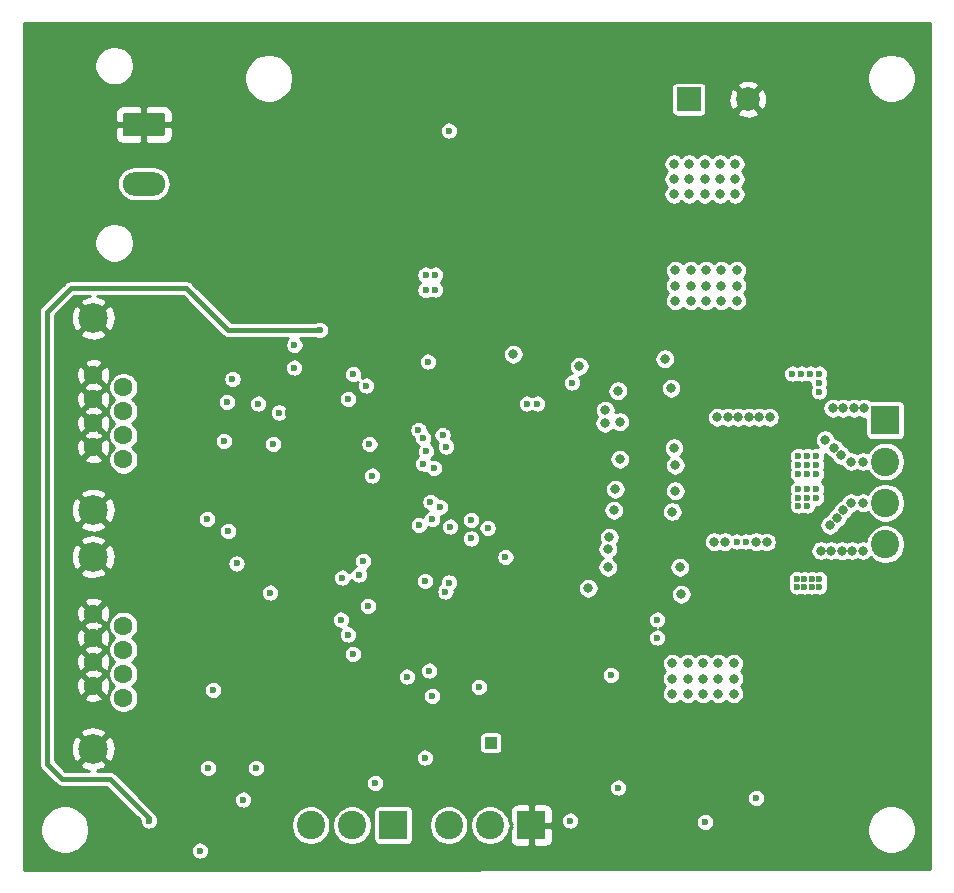
<source format=gbr>
G04 #@! TF.GenerationSoftware,KiCad,Pcbnew,(5.1.6)-1*
G04 #@! TF.CreationDate,2020-05-29T22:16:18+02:00*
G04 #@! TF.ProjectId,TMC51604Axis,544d4335-3136-4303-9441-7869732e6b69,rev?*
G04 #@! TF.SameCoordinates,Original*
G04 #@! TF.FileFunction,Copper,L2,Inr*
G04 #@! TF.FilePolarity,Positive*
%FSLAX46Y46*%
G04 Gerber Fmt 4.6, Leading zero omitted, Abs format (unit mm)*
G04 Created by KiCad (PCBNEW (5.1.6)-1) date 2020-05-29 22:16:18*
%MOMM*%
%LPD*%
G01*
G04 APERTURE LIST*
G04 #@! TA.AperFunction,ViaPad*
%ADD10C,2.400000*%
G04 #@! TD*
G04 #@! TA.AperFunction,ViaPad*
%ADD11R,2.400000X2.400000*%
G04 #@! TD*
G04 #@! TA.AperFunction,ViaPad*
%ADD12R,1.000000X1.000000*%
G04 #@! TD*
G04 #@! TA.AperFunction,ViaPad*
%ADD13C,2.500000*%
G04 #@! TD*
G04 #@! TA.AperFunction,ViaPad*
%ADD14C,1.600000*%
G04 #@! TD*
G04 #@! TA.AperFunction,ViaPad*
%ADD15O,3.600000X2.000000*%
G04 #@! TD*
G04 #@! TA.AperFunction,ViaPad*
%ADD16C,2.000000*%
G04 #@! TD*
G04 #@! TA.AperFunction,ViaPad*
%ADD17R,2.000000X2.000000*%
G04 #@! TD*
G04 #@! TA.AperFunction,ViaPad*
%ADD18C,0.800000*%
G04 #@! TD*
G04 #@! TA.AperFunction,ViaPad*
%ADD19C,0.600000*%
G04 #@! TD*
G04 #@! TA.AperFunction,Conductor*
%ADD20C,0.400000*%
G04 #@! TD*
G04 #@! TA.AperFunction,Conductor*
%ADD21C,0.254000*%
G04 #@! TD*
G04 APERTURE END LIST*
D10*
X85202000Y-130175000D03*
X88702000Y-130175000D03*
D11*
X92202000Y-130175000D03*
D12*
X100457000Y-123190000D03*
D10*
X96886000Y-130175000D03*
X100386000Y-130175000D03*
D11*
X103886000Y-130175000D03*
D13*
X66802000Y-103505000D03*
X66802000Y-87249000D03*
D14*
X69342000Y-99215000D03*
X66802000Y-98195000D03*
X69342000Y-97175000D03*
X66802000Y-96155000D03*
X69342000Y-95135000D03*
X66802000Y-94115000D03*
X69342000Y-93095000D03*
X66802000Y-92075000D03*
D13*
X66802000Y-123698000D03*
X66802000Y-107442000D03*
D14*
X69342000Y-119408000D03*
X66802000Y-118388000D03*
X69342000Y-117368000D03*
X66802000Y-116348000D03*
X69342000Y-115328000D03*
X66802000Y-114308000D03*
X69342000Y-113288000D03*
X66802000Y-112268000D03*
D10*
X133858000Y-106385000D03*
X133858000Y-102885000D03*
X133858000Y-99385000D03*
D11*
X133858000Y-95885000D03*
D15*
X71080000Y-75866000D03*
G04 #@! TA.AperFunction,ViaPad*
G36*
G01*
X69530000Y-69866000D02*
X72630000Y-69866000D01*
G75*
G02*
X72880000Y-70116000I0J-250000D01*
G01*
X72880000Y-71616000D01*
G75*
G02*
X72630000Y-71866000I-250000J0D01*
G01*
X69530000Y-71866000D01*
G75*
G02*
X69280000Y-71616000I0J250000D01*
G01*
X69280000Y-70116000D01*
G75*
G02*
X69530000Y-69866000I250000J0D01*
G01*
G37*
G04 #@! TD.AperFunction*
D16*
X122221000Y-68707000D03*
D17*
X117221000Y-68707000D03*
D18*
X124079000Y-83566000D03*
X124333000Y-116332000D03*
X115824000Y-116459000D03*
X115951000Y-74168000D03*
X116078000Y-83185000D03*
X123801500Y-106195500D03*
X122936000Y-106172000D03*
X119380000Y-106172000D03*
X120269000Y-106172000D03*
X124055500Y-95654500D03*
X123190000Y-95631000D03*
X122301000Y-95631000D03*
X121412000Y-95631000D03*
X120523000Y-95631000D03*
X119634000Y-95631000D03*
D19*
X96900996Y-71374000D03*
X121285000Y-106172000D03*
X122047000Y-106172000D03*
D18*
X117378000Y-83185000D03*
X118678000Y-83185000D03*
X119978000Y-83185000D03*
X121278000Y-83185000D03*
X116078000Y-84485000D03*
X117378000Y-84485000D03*
X118678000Y-84485000D03*
X119978000Y-84485000D03*
X121278000Y-84485000D03*
X116078000Y-85785000D03*
X117378000Y-85785000D03*
X118678000Y-85785000D03*
X119978000Y-85785000D03*
X121278000Y-85785000D03*
X117251000Y-74168000D03*
X118551000Y-74168000D03*
X119851000Y-74168000D03*
X121151000Y-74168000D03*
X115951000Y-75468000D03*
X117251000Y-75468000D03*
X118551000Y-75468000D03*
X119851000Y-75468000D03*
X121151000Y-75468000D03*
X115951000Y-76768000D03*
X117251000Y-76768000D03*
X118551000Y-76768000D03*
X119851000Y-76768000D03*
X121151000Y-76768000D03*
X117124000Y-116459000D03*
X118424000Y-116459000D03*
X119724000Y-116459000D03*
X121024000Y-116459000D03*
X115824000Y-117759000D03*
X117124000Y-117759000D03*
X118424000Y-117759000D03*
X119724000Y-117759000D03*
X121024000Y-117759000D03*
X115824000Y-119059000D03*
X117124000Y-119059000D03*
X118424000Y-119059000D03*
X119724000Y-119059000D03*
X121024000Y-119059000D03*
X117091000Y-106172000D03*
X117091000Y-95758000D03*
X116205000Y-95758000D03*
X115316000Y-95758000D03*
X114300000Y-95758000D03*
X116205000Y-106172000D03*
X115316000Y-106172000D03*
X114427000Y-106172000D03*
X105664000Y-90551006D03*
D19*
X103251000Y-99695000D03*
X104251000Y-99695000D03*
X105251000Y-99695000D03*
X103251000Y-100695000D03*
X104251000Y-100695000D03*
X105251000Y-100695000D03*
X103251000Y-101695000D03*
X104251000Y-101695000D03*
X105251000Y-101695000D03*
X136525000Y-101092000D03*
X78232000Y-104267000D03*
D18*
X110743998Y-116332000D03*
D19*
X98097435Y-117401435D03*
X78486000Y-125349000D03*
X83058000Y-92964000D03*
X89662000Y-103632000D03*
X77028000Y-108011000D03*
X83820000Y-107823000D03*
X83439000Y-111633000D03*
X77343000Y-72136000D03*
X76073000Y-91694000D03*
D18*
X125633000Y-116332000D03*
X126933000Y-116332000D03*
X128233000Y-116332000D03*
X129533000Y-116332000D03*
X124333000Y-117632000D03*
X125633000Y-117632000D03*
X126933000Y-117632000D03*
X128233000Y-117632000D03*
X129533000Y-117632000D03*
X124333000Y-118932000D03*
X125633000Y-118932000D03*
X126933000Y-118932000D03*
X128233000Y-118932000D03*
X129533000Y-118932000D03*
X125379000Y-83566000D03*
X126679000Y-83566000D03*
X127979000Y-83566000D03*
X129279000Y-83566000D03*
X124079000Y-84866000D03*
X125379000Y-84866000D03*
X126679000Y-84866000D03*
X127979000Y-84866000D03*
X129279000Y-84866000D03*
X124079000Y-86166000D03*
X125379000Y-86166000D03*
X126679000Y-86166000D03*
X127979000Y-86166000D03*
X129279000Y-86166000D03*
D19*
X107696000Y-85979000D03*
X130810000Y-89027000D03*
X94996000Y-88773000D03*
X86868000Y-67818000D03*
X94742000Y-75311000D03*
X93191000Y-72843500D03*
X96139000Y-68072000D03*
X89662000Y-74746990D03*
X99060000Y-79629000D03*
X88392000Y-88265000D03*
X99060000Y-81915000D03*
X137287000Y-101092000D03*
X135890000Y-101092000D03*
X136398000Y-92583000D03*
X136271000Y-109855000D03*
X83820008Y-90551000D03*
X88265000Y-95504000D03*
X78740000Y-98425000D03*
X82423000Y-115443000D03*
X83312000Y-95250000D03*
X89916000Y-96901000D03*
X89408000Y-100584000D03*
X86106000Y-125476000D03*
X81790551Y-105534449D03*
X93979660Y-110374396D03*
X96774000Y-111379000D03*
X87376000Y-111887000D03*
X87630000Y-114808000D03*
X90043000Y-114300000D03*
X95758000Y-122936000D03*
X82423000Y-125476000D03*
X111506000Y-85969010D03*
X90680551Y-125732551D03*
X115316000Y-129794000D03*
X127127000Y-129921000D03*
X96528690Y-108305610D03*
X102743000Y-110871000D03*
X96880664Y-96459229D03*
X95631000Y-96138359D03*
X94116990Y-101600000D03*
X90424000Y-99314000D03*
X76454000Y-104267000D03*
X95250000Y-117094000D03*
X110617000Y-117475000D03*
X80584000Y-125349000D03*
X76520000Y-125349000D03*
X78928000Y-108016000D03*
X79502000Y-128016000D03*
X94929000Y-83566000D03*
X94929000Y-84866000D03*
X95758000Y-83566000D03*
X95758000Y-84836000D03*
X83823136Y-89524322D03*
X78586201Y-92387510D03*
X78231994Y-105283000D03*
X118618000Y-129921000D03*
X107188000Y-129794000D03*
X96890062Y-109635420D03*
X95340900Y-102815520D03*
X90424000Y-100584000D03*
X95123000Y-90932000D03*
X107315000Y-92710000D03*
X71501000Y-129794000D03*
X85979000Y-88265000D03*
D18*
X132009000Y-99385000D03*
X130993000Y-99385000D03*
X130111500Y-98869500D03*
X129476500Y-98234500D03*
X128778000Y-97536000D03*
X107950000Y-91313000D03*
X110139226Y-95026461D03*
X132068000Y-94881000D03*
X131179000Y-94881000D03*
X130290000Y-94881000D03*
X129401000Y-94881000D03*
X102362000Y-90297000D03*
D19*
X101690100Y-107461042D03*
D18*
X130922000Y-102885000D03*
X131938000Y-102885000D03*
X129158990Y-104775000D03*
X130302004Y-103505000D03*
X129794000Y-104140000D03*
X110363000Y-106807000D03*
X108712000Y-110109000D03*
X128397000Y-106922000D03*
X129286000Y-106922000D03*
X130175000Y-106934000D03*
X131064000Y-106922000D03*
X131953000Y-106922000D03*
D19*
X126492000Y-99695000D03*
X127254000Y-99695000D03*
X128016000Y-99695000D03*
X126492000Y-100457000D03*
X127254000Y-100457000D03*
X128016000Y-100457000D03*
X126492000Y-98933000D03*
X127254000Y-98933000D03*
X128016000Y-98933000D03*
X125984000Y-91948000D03*
X126746000Y-91948000D03*
X127508000Y-91948000D03*
X128270000Y-91948000D03*
X128270000Y-92710000D03*
X128270000Y-93472000D03*
X114554000Y-112776000D03*
X103505000Y-94488000D03*
X114554000Y-114300000D03*
X104394000Y-94488000D03*
X126492000Y-102489000D03*
X127254000Y-102489000D03*
X126492000Y-103124000D03*
X127254000Y-103124000D03*
X126365000Y-109347000D03*
X127000000Y-109347000D03*
X127635000Y-109347000D03*
X128270000Y-109347000D03*
X128270000Y-109982000D03*
X127635000Y-109982000D03*
X127000000Y-109982000D03*
X126365000Y-109982000D03*
X128016000Y-102489000D03*
X127254000Y-101727000D03*
X126492000Y-101727000D03*
X128016000Y-101727000D03*
X93345000Y-117602000D03*
X88773000Y-115697000D03*
X88392000Y-114046000D03*
X80772000Y-94488006D03*
X90174866Y-97926967D03*
X94971391Y-98522290D03*
X78105000Y-94360988D03*
X88814143Y-92002956D03*
X96378606Y-97145697D03*
X83820000Y-91440000D03*
X77851000Y-97663000D03*
X82042000Y-97917000D03*
X94742000Y-97409000D03*
X96656990Y-98121977D03*
X98796010Y-104331222D03*
X81788000Y-110489998D03*
X76962000Y-118745000D03*
X94361000Y-104775000D03*
X89281000Y-108966000D03*
X94742000Y-99568000D03*
X97028000Y-104902000D03*
X100191447Y-104995289D03*
X95631000Y-99949000D03*
X122936000Y-127889000D03*
X96139002Y-103251000D03*
X111252000Y-127000000D03*
X95504000Y-104267000D03*
D18*
X111200723Y-93381990D03*
X115722413Y-93183268D03*
X111379000Y-99187000D03*
X115969374Y-98207990D03*
X115189000Y-90678000D03*
X110109000Y-96139000D03*
X116078000Y-99695000D03*
X111379000Y-96012008D03*
X110998000Y-101727000D03*
X115824000Y-103620010D03*
X110363002Y-108331000D03*
X116459002Y-108331000D03*
X116078000Y-101854000D03*
X110871000Y-103505000D03*
X116586000Y-110617000D03*
X110490000Y-105791000D03*
D19*
X82512001Y-95245417D03*
X88392000Y-94107000D03*
X89915998Y-92964000D03*
X94330397Y-96722995D03*
X87757000Y-112776000D03*
X87884000Y-109220000D03*
X89662000Y-107823000D03*
X90043000Y-111633000D03*
X99441000Y-118491000D03*
X94878990Y-109492397D03*
X98796010Y-105898151D03*
X75819000Y-132334000D03*
X90678000Y-126619000D03*
X96607774Y-110395388D03*
X94869000Y-124460000D03*
X95504000Y-119253000D03*
D20*
X68199000Y-126238000D02*
X71501000Y-129540000D01*
X64135000Y-126238000D02*
X68199000Y-126238000D01*
X62865000Y-124968000D02*
X64135000Y-126238000D01*
X78232000Y-88265000D02*
X74676000Y-84709000D01*
X85979000Y-88265000D02*
X78232000Y-88265000D01*
X64897000Y-84709000D02*
X62865000Y-86741000D01*
X74676000Y-84709000D02*
X64897000Y-84709000D01*
X71501000Y-129540000D02*
X71501000Y-129794000D01*
X62865000Y-86741000D02*
X62865000Y-124968000D01*
D21*
G36*
X137674001Y-133864820D02*
G01*
X60954000Y-133990179D01*
X60954000Y-130351433D01*
X62312000Y-130351433D01*
X62312000Y-130760567D01*
X62391818Y-131161839D01*
X62548386Y-131539829D01*
X62775689Y-131880011D01*
X63064989Y-132169311D01*
X63405171Y-132396614D01*
X63783161Y-132553182D01*
X64184433Y-132633000D01*
X64593567Y-132633000D01*
X64994839Y-132553182D01*
X65372829Y-132396614D01*
X65581069Y-132257472D01*
X75042000Y-132257472D01*
X75042000Y-132410528D01*
X75071859Y-132560643D01*
X75130431Y-132702048D01*
X75215464Y-132829309D01*
X75323691Y-132937536D01*
X75450952Y-133022569D01*
X75592357Y-133081141D01*
X75742472Y-133111000D01*
X75895528Y-133111000D01*
X76045643Y-133081141D01*
X76187048Y-133022569D01*
X76314309Y-132937536D01*
X76422536Y-132829309D01*
X76507569Y-132702048D01*
X76566141Y-132560643D01*
X76596000Y-132410528D01*
X76596000Y-132257472D01*
X76566141Y-132107357D01*
X76507569Y-131965952D01*
X76422536Y-131838691D01*
X76314309Y-131730464D01*
X76187048Y-131645431D01*
X76045643Y-131586859D01*
X75895528Y-131557000D01*
X75742472Y-131557000D01*
X75592357Y-131586859D01*
X75450952Y-131645431D01*
X75323691Y-131730464D01*
X75215464Y-131838691D01*
X75130431Y-131965952D01*
X75071859Y-132107357D01*
X75042000Y-132257472D01*
X65581069Y-132257472D01*
X65713011Y-132169311D01*
X66002311Y-131880011D01*
X66229614Y-131539829D01*
X66386182Y-131161839D01*
X66466000Y-130760567D01*
X66466000Y-130351433D01*
X66386182Y-129950161D01*
X66229614Y-129572171D01*
X66002311Y-129231989D01*
X65713011Y-128942689D01*
X65372829Y-128715386D01*
X64994839Y-128558818D01*
X64593567Y-128479000D01*
X64184433Y-128479000D01*
X63783161Y-128558818D01*
X63405171Y-128715386D01*
X63064989Y-128942689D01*
X62775689Y-129231989D01*
X62548386Y-129572171D01*
X62391818Y-129950161D01*
X62312000Y-130351433D01*
X60954000Y-130351433D01*
X60954000Y-86741000D01*
X62184726Y-86741000D01*
X62188000Y-86774245D01*
X62188001Y-124934745D01*
X62184726Y-124968000D01*
X62197796Y-125100714D01*
X62236508Y-125228329D01*
X62299372Y-125345940D01*
X62362776Y-125423198D01*
X62362779Y-125423201D01*
X62383974Y-125449027D01*
X62409800Y-125470222D01*
X63632774Y-126693196D01*
X63653973Y-126719027D01*
X63757059Y-126803628D01*
X63874670Y-126866492D01*
X64002285Y-126905204D01*
X64101748Y-126915000D01*
X64101757Y-126915000D01*
X64134999Y-126918274D01*
X64168241Y-126915000D01*
X67918578Y-126915000D01*
X70724000Y-129720422D01*
X70724000Y-129870528D01*
X70753859Y-130020643D01*
X70812431Y-130162048D01*
X70897464Y-130289309D01*
X71005691Y-130397536D01*
X71132952Y-130482569D01*
X71274357Y-130541141D01*
X71424472Y-130571000D01*
X71577528Y-130571000D01*
X71727643Y-130541141D01*
X71869048Y-130482569D01*
X71996309Y-130397536D01*
X72104536Y-130289309D01*
X72189569Y-130162048D01*
X72248141Y-130020643D01*
X72250291Y-130009830D01*
X83525000Y-130009830D01*
X83525000Y-130340170D01*
X83589446Y-130664163D01*
X83715862Y-130969357D01*
X83899389Y-131244025D01*
X84132975Y-131477611D01*
X84407643Y-131661138D01*
X84712837Y-131787554D01*
X85036830Y-131852000D01*
X85367170Y-131852000D01*
X85691163Y-131787554D01*
X85996357Y-131661138D01*
X86271025Y-131477611D01*
X86504611Y-131244025D01*
X86688138Y-130969357D01*
X86814554Y-130664163D01*
X86879000Y-130340170D01*
X86879000Y-130009830D01*
X87025000Y-130009830D01*
X87025000Y-130340170D01*
X87089446Y-130664163D01*
X87215862Y-130969357D01*
X87399389Y-131244025D01*
X87632975Y-131477611D01*
X87907643Y-131661138D01*
X88212837Y-131787554D01*
X88536830Y-131852000D01*
X88867170Y-131852000D01*
X89191163Y-131787554D01*
X89496357Y-131661138D01*
X89771025Y-131477611D01*
X90004611Y-131244025D01*
X90188138Y-130969357D01*
X90314554Y-130664163D01*
X90379000Y-130340170D01*
X90379000Y-130009830D01*
X90314554Y-129685837D01*
X90188138Y-129380643D01*
X90004611Y-129105975D01*
X89873636Y-128975000D01*
X90522693Y-128975000D01*
X90522693Y-131375000D01*
X90531903Y-131468508D01*
X90559178Y-131558423D01*
X90603471Y-131641289D01*
X90663079Y-131713921D01*
X90735711Y-131773529D01*
X90818577Y-131817822D01*
X90908492Y-131845097D01*
X91002000Y-131854307D01*
X93402000Y-131854307D01*
X93495508Y-131845097D01*
X93585423Y-131817822D01*
X93668289Y-131773529D01*
X93740921Y-131713921D01*
X93800529Y-131641289D01*
X93844822Y-131558423D01*
X93872097Y-131468508D01*
X93881307Y-131375000D01*
X93881307Y-130009830D01*
X95209000Y-130009830D01*
X95209000Y-130340170D01*
X95273446Y-130664163D01*
X95399862Y-130969357D01*
X95583389Y-131244025D01*
X95816975Y-131477611D01*
X96091643Y-131661138D01*
X96396837Y-131787554D01*
X96720830Y-131852000D01*
X97051170Y-131852000D01*
X97375163Y-131787554D01*
X97680357Y-131661138D01*
X97955025Y-131477611D01*
X98188611Y-131244025D01*
X98372138Y-130969357D01*
X98498554Y-130664163D01*
X98563000Y-130340170D01*
X98563000Y-130009830D01*
X98709000Y-130009830D01*
X98709000Y-130340170D01*
X98773446Y-130664163D01*
X98899862Y-130969357D01*
X99083389Y-131244025D01*
X99316975Y-131477611D01*
X99591643Y-131661138D01*
X99896837Y-131787554D01*
X100220830Y-131852000D01*
X100551170Y-131852000D01*
X100875163Y-131787554D01*
X101180357Y-131661138D01*
X101455025Y-131477611D01*
X101688611Y-131244025D01*
X101872138Y-130969357D01*
X101998554Y-130664163D01*
X102063000Y-130340170D01*
X102063000Y-130302002D01*
X102209748Y-130302002D01*
X102051000Y-130460750D01*
X102047928Y-131375000D01*
X102060188Y-131499482D01*
X102096498Y-131619180D01*
X102155463Y-131729494D01*
X102234815Y-131826185D01*
X102331506Y-131905537D01*
X102441820Y-131964502D01*
X102561518Y-132000812D01*
X102686000Y-132013072D01*
X103600250Y-132010000D01*
X103759000Y-131851250D01*
X103759000Y-130302000D01*
X104013000Y-130302000D01*
X104013000Y-131851250D01*
X104171750Y-132010000D01*
X105086000Y-132013072D01*
X105210482Y-132000812D01*
X105330180Y-131964502D01*
X105440494Y-131905537D01*
X105537185Y-131826185D01*
X105616537Y-131729494D01*
X105675502Y-131619180D01*
X105711812Y-131499482D01*
X105724072Y-131375000D01*
X105721000Y-130460750D01*
X105562250Y-130302000D01*
X104013000Y-130302000D01*
X103759000Y-130302000D01*
X103739000Y-130302000D01*
X103739000Y-130048000D01*
X103759000Y-130048000D01*
X103759000Y-128498750D01*
X104013000Y-128498750D01*
X104013000Y-130048000D01*
X105562250Y-130048000D01*
X105721000Y-129889250D01*
X105721577Y-129717472D01*
X106411000Y-129717472D01*
X106411000Y-129870528D01*
X106440859Y-130020643D01*
X106499431Y-130162048D01*
X106584464Y-130289309D01*
X106692691Y-130397536D01*
X106819952Y-130482569D01*
X106961357Y-130541141D01*
X107111472Y-130571000D01*
X107264528Y-130571000D01*
X107414643Y-130541141D01*
X107556048Y-130482569D01*
X107683309Y-130397536D01*
X107791536Y-130289309D01*
X107876569Y-130162048D01*
X107935141Y-130020643D01*
X107965000Y-129870528D01*
X107965000Y-129844472D01*
X117841000Y-129844472D01*
X117841000Y-129997528D01*
X117870859Y-130147643D01*
X117929431Y-130289048D01*
X118014464Y-130416309D01*
X118122691Y-130524536D01*
X118249952Y-130609569D01*
X118391357Y-130668141D01*
X118541472Y-130698000D01*
X118694528Y-130698000D01*
X118844643Y-130668141D01*
X118986048Y-130609569D01*
X119113309Y-130524536D01*
X119221536Y-130416309D01*
X119264884Y-130351433D01*
X132289000Y-130351433D01*
X132289000Y-130760567D01*
X132368818Y-131161839D01*
X132525386Y-131539829D01*
X132752689Y-131880011D01*
X133041989Y-132169311D01*
X133382171Y-132396614D01*
X133760161Y-132553182D01*
X134161433Y-132633000D01*
X134570567Y-132633000D01*
X134971839Y-132553182D01*
X135349829Y-132396614D01*
X135690011Y-132169311D01*
X135979311Y-131880011D01*
X136206614Y-131539829D01*
X136363182Y-131161839D01*
X136443000Y-130760567D01*
X136443000Y-130351433D01*
X136363182Y-129950161D01*
X136206614Y-129572171D01*
X135979311Y-129231989D01*
X135690011Y-128942689D01*
X135349829Y-128715386D01*
X134971839Y-128558818D01*
X134570567Y-128479000D01*
X134161433Y-128479000D01*
X133760161Y-128558818D01*
X133382171Y-128715386D01*
X133041989Y-128942689D01*
X132752689Y-129231989D01*
X132525386Y-129572171D01*
X132368818Y-129950161D01*
X132289000Y-130351433D01*
X119264884Y-130351433D01*
X119306569Y-130289048D01*
X119365141Y-130147643D01*
X119395000Y-129997528D01*
X119395000Y-129844472D01*
X119365141Y-129694357D01*
X119306569Y-129552952D01*
X119221536Y-129425691D01*
X119113309Y-129317464D01*
X118986048Y-129232431D01*
X118844643Y-129173859D01*
X118694528Y-129144000D01*
X118541472Y-129144000D01*
X118391357Y-129173859D01*
X118249952Y-129232431D01*
X118122691Y-129317464D01*
X118014464Y-129425691D01*
X117929431Y-129552952D01*
X117870859Y-129694357D01*
X117841000Y-129844472D01*
X107965000Y-129844472D01*
X107965000Y-129717472D01*
X107935141Y-129567357D01*
X107876569Y-129425952D01*
X107791536Y-129298691D01*
X107683309Y-129190464D01*
X107556048Y-129105431D01*
X107414643Y-129046859D01*
X107264528Y-129017000D01*
X107111472Y-129017000D01*
X106961357Y-129046859D01*
X106819952Y-129105431D01*
X106692691Y-129190464D01*
X106584464Y-129298691D01*
X106499431Y-129425952D01*
X106440859Y-129567357D01*
X106411000Y-129717472D01*
X105721577Y-129717472D01*
X105724072Y-128975000D01*
X105711812Y-128850518D01*
X105675502Y-128730820D01*
X105616537Y-128620506D01*
X105537185Y-128523815D01*
X105440494Y-128444463D01*
X105330180Y-128385498D01*
X105210482Y-128349188D01*
X105086000Y-128336928D01*
X104171750Y-128340000D01*
X104013000Y-128498750D01*
X103759000Y-128498750D01*
X103600250Y-128340000D01*
X102686000Y-128336928D01*
X102561518Y-128349188D01*
X102441820Y-128385498D01*
X102331506Y-128444463D01*
X102234815Y-128523815D01*
X102155463Y-128620506D01*
X102096498Y-128730820D01*
X102060188Y-128850518D01*
X102047928Y-128975000D01*
X102051000Y-129889250D01*
X102209748Y-130047998D01*
X102063000Y-130047998D01*
X102063000Y-130009830D01*
X101998554Y-129685837D01*
X101872138Y-129380643D01*
X101688611Y-129105975D01*
X101455025Y-128872389D01*
X101180357Y-128688862D01*
X100875163Y-128562446D01*
X100551170Y-128498000D01*
X100220830Y-128498000D01*
X99896837Y-128562446D01*
X99591643Y-128688862D01*
X99316975Y-128872389D01*
X99083389Y-129105975D01*
X98899862Y-129380643D01*
X98773446Y-129685837D01*
X98709000Y-130009830D01*
X98563000Y-130009830D01*
X98498554Y-129685837D01*
X98372138Y-129380643D01*
X98188611Y-129105975D01*
X97955025Y-128872389D01*
X97680357Y-128688862D01*
X97375163Y-128562446D01*
X97051170Y-128498000D01*
X96720830Y-128498000D01*
X96396837Y-128562446D01*
X96091643Y-128688862D01*
X95816975Y-128872389D01*
X95583389Y-129105975D01*
X95399862Y-129380643D01*
X95273446Y-129685837D01*
X95209000Y-130009830D01*
X93881307Y-130009830D01*
X93881307Y-128975000D01*
X93872097Y-128881492D01*
X93844822Y-128791577D01*
X93800529Y-128708711D01*
X93740921Y-128636079D01*
X93668289Y-128576471D01*
X93585423Y-128532178D01*
X93495508Y-128504903D01*
X93402000Y-128495693D01*
X91002000Y-128495693D01*
X90908492Y-128504903D01*
X90818577Y-128532178D01*
X90735711Y-128576471D01*
X90663079Y-128636079D01*
X90603471Y-128708711D01*
X90559178Y-128791577D01*
X90531903Y-128881492D01*
X90522693Y-128975000D01*
X89873636Y-128975000D01*
X89771025Y-128872389D01*
X89496357Y-128688862D01*
X89191163Y-128562446D01*
X88867170Y-128498000D01*
X88536830Y-128498000D01*
X88212837Y-128562446D01*
X87907643Y-128688862D01*
X87632975Y-128872389D01*
X87399389Y-129105975D01*
X87215862Y-129380643D01*
X87089446Y-129685837D01*
X87025000Y-130009830D01*
X86879000Y-130009830D01*
X86814554Y-129685837D01*
X86688138Y-129380643D01*
X86504611Y-129105975D01*
X86271025Y-128872389D01*
X85996357Y-128688862D01*
X85691163Y-128562446D01*
X85367170Y-128498000D01*
X85036830Y-128498000D01*
X84712837Y-128562446D01*
X84407643Y-128688862D01*
X84132975Y-128872389D01*
X83899389Y-129105975D01*
X83715862Y-129380643D01*
X83589446Y-129685837D01*
X83525000Y-130009830D01*
X72250291Y-130009830D01*
X72278000Y-129870528D01*
X72278000Y-129717472D01*
X72248141Y-129567357D01*
X72189569Y-129425952D01*
X72160810Y-129382912D01*
X72129492Y-129279670D01*
X72066628Y-129162059D01*
X71982026Y-129058973D01*
X71956200Y-129037778D01*
X70857894Y-127939472D01*
X78725000Y-127939472D01*
X78725000Y-128092528D01*
X78754859Y-128242643D01*
X78813431Y-128384048D01*
X78898464Y-128511309D01*
X79006691Y-128619536D01*
X79133952Y-128704569D01*
X79275357Y-128763141D01*
X79425472Y-128793000D01*
X79578528Y-128793000D01*
X79728643Y-128763141D01*
X79870048Y-128704569D01*
X79997309Y-128619536D01*
X80105536Y-128511309D01*
X80190569Y-128384048D01*
X80249141Y-128242643D01*
X80279000Y-128092528D01*
X80279000Y-127939472D01*
X80253739Y-127812472D01*
X122159000Y-127812472D01*
X122159000Y-127965528D01*
X122188859Y-128115643D01*
X122247431Y-128257048D01*
X122332464Y-128384309D01*
X122440691Y-128492536D01*
X122567952Y-128577569D01*
X122709357Y-128636141D01*
X122859472Y-128666000D01*
X123012528Y-128666000D01*
X123162643Y-128636141D01*
X123304048Y-128577569D01*
X123431309Y-128492536D01*
X123539536Y-128384309D01*
X123624569Y-128257048D01*
X123683141Y-128115643D01*
X123713000Y-127965528D01*
X123713000Y-127812472D01*
X123683141Y-127662357D01*
X123624569Y-127520952D01*
X123539536Y-127393691D01*
X123431309Y-127285464D01*
X123304048Y-127200431D01*
X123162643Y-127141859D01*
X123012528Y-127112000D01*
X122859472Y-127112000D01*
X122709357Y-127141859D01*
X122567952Y-127200431D01*
X122440691Y-127285464D01*
X122332464Y-127393691D01*
X122247431Y-127520952D01*
X122188859Y-127662357D01*
X122159000Y-127812472D01*
X80253739Y-127812472D01*
X80249141Y-127789357D01*
X80190569Y-127647952D01*
X80105536Y-127520691D01*
X79997309Y-127412464D01*
X79870048Y-127327431D01*
X79728643Y-127268859D01*
X79578528Y-127239000D01*
X79425472Y-127239000D01*
X79275357Y-127268859D01*
X79133952Y-127327431D01*
X79006691Y-127412464D01*
X78898464Y-127520691D01*
X78813431Y-127647952D01*
X78754859Y-127789357D01*
X78725000Y-127939472D01*
X70857894Y-127939472D01*
X69460894Y-126542472D01*
X89901000Y-126542472D01*
X89901000Y-126695528D01*
X89930859Y-126845643D01*
X89989431Y-126987048D01*
X90074464Y-127114309D01*
X90182691Y-127222536D01*
X90309952Y-127307569D01*
X90451357Y-127366141D01*
X90601472Y-127396000D01*
X90754528Y-127396000D01*
X90904643Y-127366141D01*
X91046048Y-127307569D01*
X91173309Y-127222536D01*
X91281536Y-127114309D01*
X91366569Y-126987048D01*
X91392903Y-126923472D01*
X110475000Y-126923472D01*
X110475000Y-127076528D01*
X110504859Y-127226643D01*
X110563431Y-127368048D01*
X110648464Y-127495309D01*
X110756691Y-127603536D01*
X110883952Y-127688569D01*
X111025357Y-127747141D01*
X111175472Y-127777000D01*
X111328528Y-127777000D01*
X111478643Y-127747141D01*
X111620048Y-127688569D01*
X111747309Y-127603536D01*
X111855536Y-127495309D01*
X111940569Y-127368048D01*
X111999141Y-127226643D01*
X112029000Y-127076528D01*
X112029000Y-126923472D01*
X111999141Y-126773357D01*
X111940569Y-126631952D01*
X111855536Y-126504691D01*
X111747309Y-126396464D01*
X111620048Y-126311431D01*
X111478643Y-126252859D01*
X111328528Y-126223000D01*
X111175472Y-126223000D01*
X111025357Y-126252859D01*
X110883952Y-126311431D01*
X110756691Y-126396464D01*
X110648464Y-126504691D01*
X110563431Y-126631952D01*
X110504859Y-126773357D01*
X110475000Y-126923472D01*
X91392903Y-126923472D01*
X91425141Y-126845643D01*
X91455000Y-126695528D01*
X91455000Y-126542472D01*
X91425141Y-126392357D01*
X91366569Y-126250952D01*
X91281536Y-126123691D01*
X91173309Y-126015464D01*
X91046048Y-125930431D01*
X90904643Y-125871859D01*
X90754528Y-125842000D01*
X90601472Y-125842000D01*
X90451357Y-125871859D01*
X90309952Y-125930431D01*
X90182691Y-126015464D01*
X90074464Y-126123691D01*
X89989431Y-126250952D01*
X89930859Y-126392357D01*
X89901000Y-126542472D01*
X69460894Y-126542472D01*
X68701226Y-125782804D01*
X68680027Y-125756973D01*
X68576941Y-125672372D01*
X68459330Y-125609508D01*
X68331715Y-125570796D01*
X68232252Y-125561000D01*
X68232245Y-125561000D01*
X68199000Y-125557726D01*
X68165755Y-125561000D01*
X67094599Y-125561000D01*
X67223075Y-125544725D01*
X67575262Y-125427094D01*
X67810086Y-125301577D01*
X67822724Y-125272472D01*
X75743000Y-125272472D01*
X75743000Y-125425528D01*
X75772859Y-125575643D01*
X75831431Y-125717048D01*
X75916464Y-125844309D01*
X76024691Y-125952536D01*
X76151952Y-126037569D01*
X76293357Y-126096141D01*
X76443472Y-126126000D01*
X76596528Y-126126000D01*
X76746643Y-126096141D01*
X76888048Y-126037569D01*
X77015309Y-125952536D01*
X77123536Y-125844309D01*
X77208569Y-125717048D01*
X77267141Y-125575643D01*
X77297000Y-125425528D01*
X77297000Y-125272472D01*
X79807000Y-125272472D01*
X79807000Y-125425528D01*
X79836859Y-125575643D01*
X79895431Y-125717048D01*
X79980464Y-125844309D01*
X80088691Y-125952536D01*
X80215952Y-126037569D01*
X80357357Y-126096141D01*
X80507472Y-126126000D01*
X80660528Y-126126000D01*
X80810643Y-126096141D01*
X80952048Y-126037569D01*
X81079309Y-125952536D01*
X81187536Y-125844309D01*
X81272569Y-125717048D01*
X81331141Y-125575643D01*
X81361000Y-125425528D01*
X81361000Y-125272472D01*
X81331141Y-125122357D01*
X81272569Y-124980952D01*
X81187536Y-124853691D01*
X81079309Y-124745464D01*
X80952048Y-124660431D01*
X80810643Y-124601859D01*
X80660528Y-124572000D01*
X80507472Y-124572000D01*
X80357357Y-124601859D01*
X80215952Y-124660431D01*
X80088691Y-124745464D01*
X79980464Y-124853691D01*
X79895431Y-124980952D01*
X79836859Y-125122357D01*
X79807000Y-125272472D01*
X77297000Y-125272472D01*
X77267141Y-125122357D01*
X77208569Y-124980952D01*
X77123536Y-124853691D01*
X77015309Y-124745464D01*
X76888048Y-124660431D01*
X76746643Y-124601859D01*
X76596528Y-124572000D01*
X76443472Y-124572000D01*
X76293357Y-124601859D01*
X76151952Y-124660431D01*
X76024691Y-124745464D01*
X75916464Y-124853691D01*
X75831431Y-124980952D01*
X75772859Y-125122357D01*
X75743000Y-125272472D01*
X67822724Y-125272472D01*
X67936000Y-125011605D01*
X66802000Y-123877605D01*
X65668000Y-125011605D01*
X65793914Y-125301577D01*
X66126126Y-125467433D01*
X66468609Y-125561000D01*
X64415422Y-125561000D01*
X63542000Y-124687578D01*
X63542000Y-123750706D01*
X64908611Y-123750706D01*
X64955275Y-124119075D01*
X65072906Y-124471262D01*
X65198423Y-124706086D01*
X65488395Y-124832000D01*
X66622395Y-123698000D01*
X66981605Y-123698000D01*
X68115605Y-124832000D01*
X68405577Y-124706086D01*
X68566641Y-124383472D01*
X94092000Y-124383472D01*
X94092000Y-124536528D01*
X94121859Y-124686643D01*
X94180431Y-124828048D01*
X94265464Y-124955309D01*
X94373691Y-125063536D01*
X94500952Y-125148569D01*
X94642357Y-125207141D01*
X94792472Y-125237000D01*
X94945528Y-125237000D01*
X95095643Y-125207141D01*
X95237048Y-125148569D01*
X95364309Y-125063536D01*
X95472536Y-124955309D01*
X95557569Y-124828048D01*
X95616141Y-124686643D01*
X95646000Y-124536528D01*
X95646000Y-124383472D01*
X95616141Y-124233357D01*
X95557569Y-124091952D01*
X95472536Y-123964691D01*
X95364309Y-123856464D01*
X95237048Y-123771431D01*
X95095643Y-123712859D01*
X94945528Y-123683000D01*
X94792472Y-123683000D01*
X94642357Y-123712859D01*
X94500952Y-123771431D01*
X94373691Y-123856464D01*
X94265464Y-123964691D01*
X94180431Y-124091952D01*
X94121859Y-124233357D01*
X94092000Y-124383472D01*
X68566641Y-124383472D01*
X68571433Y-124373874D01*
X68669290Y-124015688D01*
X68695389Y-123645294D01*
X68648725Y-123276925D01*
X68531094Y-122924738D01*
X68405623Y-122690000D01*
X99477693Y-122690000D01*
X99477693Y-123690000D01*
X99486903Y-123783508D01*
X99514178Y-123873423D01*
X99558471Y-123956289D01*
X99618079Y-124028921D01*
X99690711Y-124088529D01*
X99773577Y-124132822D01*
X99863492Y-124160097D01*
X99957000Y-124169307D01*
X100957000Y-124169307D01*
X101050508Y-124160097D01*
X101140423Y-124132822D01*
X101223289Y-124088529D01*
X101295921Y-124028921D01*
X101355529Y-123956289D01*
X101399822Y-123873423D01*
X101427097Y-123783508D01*
X101436307Y-123690000D01*
X101436307Y-122690000D01*
X101427097Y-122596492D01*
X101399822Y-122506577D01*
X101355529Y-122423711D01*
X101295921Y-122351079D01*
X101223289Y-122291471D01*
X101140423Y-122247178D01*
X101050508Y-122219903D01*
X100957000Y-122210693D01*
X99957000Y-122210693D01*
X99863492Y-122219903D01*
X99773577Y-122247178D01*
X99690711Y-122291471D01*
X99618079Y-122351079D01*
X99558471Y-122423711D01*
X99514178Y-122506577D01*
X99486903Y-122596492D01*
X99477693Y-122690000D01*
X68405623Y-122690000D01*
X68405577Y-122689914D01*
X68115605Y-122564000D01*
X66981605Y-123698000D01*
X66622395Y-123698000D01*
X65488395Y-122564000D01*
X65198423Y-122689914D01*
X65032567Y-123022126D01*
X64934710Y-123380312D01*
X64908611Y-123750706D01*
X63542000Y-123750706D01*
X63542000Y-122384395D01*
X65668000Y-122384395D01*
X66802000Y-123518395D01*
X67936000Y-122384395D01*
X67810086Y-122094423D01*
X67477874Y-121928567D01*
X67119688Y-121830710D01*
X66749294Y-121804611D01*
X66380925Y-121851275D01*
X66028738Y-121968906D01*
X65793914Y-122094423D01*
X65668000Y-122384395D01*
X63542000Y-122384395D01*
X63542000Y-119380702D01*
X65988903Y-119380702D01*
X66060486Y-119624671D01*
X66315996Y-119745571D01*
X66590184Y-119814300D01*
X66872512Y-119828217D01*
X67152130Y-119786787D01*
X67418292Y-119691603D01*
X67543514Y-119624671D01*
X67615097Y-119380702D01*
X66802000Y-118567605D01*
X65988903Y-119380702D01*
X63542000Y-119380702D01*
X63542000Y-118458512D01*
X65361783Y-118458512D01*
X65403213Y-118738130D01*
X65498397Y-119004292D01*
X65565329Y-119129514D01*
X65809298Y-119201097D01*
X66622395Y-118388000D01*
X66981605Y-118388000D01*
X67794702Y-119201097D01*
X68038671Y-119129514D01*
X68159571Y-118874004D01*
X68228300Y-118599816D01*
X68242217Y-118317488D01*
X68200787Y-118037870D01*
X68105603Y-117771708D01*
X68038671Y-117646486D01*
X67794702Y-117574903D01*
X66981605Y-118388000D01*
X66622395Y-118388000D01*
X65809298Y-117574903D01*
X65565329Y-117646486D01*
X65444429Y-117901996D01*
X65375700Y-118176184D01*
X65361783Y-118458512D01*
X63542000Y-118458512D01*
X63542000Y-117340702D01*
X65988903Y-117340702D01*
X65996913Y-117368000D01*
X65988903Y-117395298D01*
X66011574Y-117417969D01*
X66060486Y-117584671D01*
X66284069Y-117690464D01*
X66802000Y-118208395D01*
X67325668Y-117684727D01*
X67418292Y-117651603D01*
X67543514Y-117584671D01*
X67592426Y-117417969D01*
X67615097Y-117395298D01*
X67607087Y-117368000D01*
X67615097Y-117340702D01*
X67592426Y-117318031D01*
X67543514Y-117151329D01*
X67319931Y-117045536D01*
X66802000Y-116527605D01*
X66278332Y-117051273D01*
X66185708Y-117084397D01*
X66060486Y-117151329D01*
X66011574Y-117318031D01*
X65988903Y-117340702D01*
X63542000Y-117340702D01*
X63542000Y-116418512D01*
X65361783Y-116418512D01*
X65403213Y-116698130D01*
X65498397Y-116964292D01*
X65565329Y-117089514D01*
X65809298Y-117161097D01*
X66622395Y-116348000D01*
X66981605Y-116348000D01*
X67794702Y-117161097D01*
X68038671Y-117089514D01*
X68159571Y-116834004D01*
X68228300Y-116559816D01*
X68242217Y-116277488D01*
X68200787Y-115997870D01*
X68105603Y-115731708D01*
X68038671Y-115606486D01*
X67794702Y-115534903D01*
X66981605Y-116348000D01*
X66622395Y-116348000D01*
X65809298Y-115534903D01*
X65565329Y-115606486D01*
X65444429Y-115861996D01*
X65375700Y-116136184D01*
X65361783Y-116418512D01*
X63542000Y-116418512D01*
X63542000Y-115300702D01*
X65988903Y-115300702D01*
X65996913Y-115328000D01*
X65988903Y-115355298D01*
X66011574Y-115377969D01*
X66060486Y-115544671D01*
X66284069Y-115650464D01*
X66802000Y-116168395D01*
X67325668Y-115644727D01*
X67418292Y-115611603D01*
X67543514Y-115544671D01*
X67592426Y-115377969D01*
X67615097Y-115355298D01*
X67607087Y-115328000D01*
X67615097Y-115300702D01*
X67592426Y-115278031D01*
X67543514Y-115111329D01*
X67319931Y-115005536D01*
X66802000Y-114487605D01*
X66278332Y-115011273D01*
X66185708Y-115044397D01*
X66060486Y-115111329D01*
X66011574Y-115278031D01*
X65988903Y-115300702D01*
X63542000Y-115300702D01*
X63542000Y-114378512D01*
X65361783Y-114378512D01*
X65403213Y-114658130D01*
X65498397Y-114924292D01*
X65565329Y-115049514D01*
X65809298Y-115121097D01*
X66622395Y-114308000D01*
X66981605Y-114308000D01*
X67794702Y-115121097D01*
X68038671Y-115049514D01*
X68159571Y-114794004D01*
X68228300Y-114519816D01*
X68242217Y-114237488D01*
X68200787Y-113957870D01*
X68105603Y-113691708D01*
X68038671Y-113566486D01*
X67794702Y-113494903D01*
X66981605Y-114308000D01*
X66622395Y-114308000D01*
X65809298Y-113494903D01*
X65565329Y-113566486D01*
X65444429Y-113821996D01*
X65375700Y-114096184D01*
X65361783Y-114378512D01*
X63542000Y-114378512D01*
X63542000Y-113260702D01*
X65988903Y-113260702D01*
X65996913Y-113288000D01*
X65988903Y-113315298D01*
X66011574Y-113337969D01*
X66060486Y-113504671D01*
X66284069Y-113610464D01*
X66802000Y-114128395D01*
X67325668Y-113604727D01*
X67418292Y-113571603D01*
X67543514Y-113504671D01*
X67592426Y-113337969D01*
X67615097Y-113315298D01*
X67607087Y-113288000D01*
X67615097Y-113260702D01*
X67592426Y-113238031D01*
X67570185Y-113162226D01*
X68065000Y-113162226D01*
X68065000Y-113413774D01*
X68114074Y-113660487D01*
X68210337Y-113892886D01*
X68350089Y-114102040D01*
X68527960Y-114279911D01*
X68569998Y-114308000D01*
X68527960Y-114336089D01*
X68350089Y-114513960D01*
X68210337Y-114723114D01*
X68114074Y-114955513D01*
X68065000Y-115202226D01*
X68065000Y-115453774D01*
X68114074Y-115700487D01*
X68210337Y-115932886D01*
X68350089Y-116142040D01*
X68527960Y-116319911D01*
X68569998Y-116348000D01*
X68527960Y-116376089D01*
X68350089Y-116553960D01*
X68210337Y-116763114D01*
X68114074Y-116995513D01*
X68065000Y-117242226D01*
X68065000Y-117493774D01*
X68114074Y-117740487D01*
X68210337Y-117972886D01*
X68350089Y-118182040D01*
X68527960Y-118359911D01*
X68569998Y-118388000D01*
X68527960Y-118416089D01*
X68350089Y-118593960D01*
X68210337Y-118803114D01*
X68114074Y-119035513D01*
X68065000Y-119282226D01*
X68065000Y-119533774D01*
X68114074Y-119780487D01*
X68210337Y-120012886D01*
X68350089Y-120222040D01*
X68527960Y-120399911D01*
X68737114Y-120539663D01*
X68969513Y-120635926D01*
X69216226Y-120685000D01*
X69467774Y-120685000D01*
X69714487Y-120635926D01*
X69946886Y-120539663D01*
X70156040Y-120399911D01*
X70333911Y-120222040D01*
X70473663Y-120012886D01*
X70569926Y-119780487D01*
X70619000Y-119533774D01*
X70619000Y-119282226D01*
X70569926Y-119035513D01*
X70473663Y-118803114D01*
X70383699Y-118668472D01*
X76185000Y-118668472D01*
X76185000Y-118821528D01*
X76214859Y-118971643D01*
X76273431Y-119113048D01*
X76358464Y-119240309D01*
X76466691Y-119348536D01*
X76593952Y-119433569D01*
X76735357Y-119492141D01*
X76885472Y-119522000D01*
X77038528Y-119522000D01*
X77188643Y-119492141D01*
X77330048Y-119433569D01*
X77457309Y-119348536D01*
X77565536Y-119240309D01*
X77608190Y-119176472D01*
X94727000Y-119176472D01*
X94727000Y-119329528D01*
X94756859Y-119479643D01*
X94815431Y-119621048D01*
X94900464Y-119748309D01*
X95008691Y-119856536D01*
X95135952Y-119941569D01*
X95277357Y-120000141D01*
X95427472Y-120030000D01*
X95580528Y-120030000D01*
X95730643Y-120000141D01*
X95872048Y-119941569D01*
X95999309Y-119856536D01*
X96107536Y-119748309D01*
X96192569Y-119621048D01*
X96251141Y-119479643D01*
X96281000Y-119329528D01*
X96281000Y-119176472D01*
X96251141Y-119026357D01*
X96192569Y-118884952D01*
X96107536Y-118757691D01*
X95999309Y-118649464D01*
X95872048Y-118564431D01*
X95730643Y-118505859D01*
X95580528Y-118476000D01*
X95427472Y-118476000D01*
X95277357Y-118505859D01*
X95135952Y-118564431D01*
X95008691Y-118649464D01*
X94900464Y-118757691D01*
X94815431Y-118884952D01*
X94756859Y-119026357D01*
X94727000Y-119176472D01*
X77608190Y-119176472D01*
X77650569Y-119113048D01*
X77709141Y-118971643D01*
X77739000Y-118821528D01*
X77739000Y-118668472D01*
X77709141Y-118518357D01*
X77666111Y-118414472D01*
X98664000Y-118414472D01*
X98664000Y-118567528D01*
X98693859Y-118717643D01*
X98752431Y-118859048D01*
X98837464Y-118986309D01*
X98945691Y-119094536D01*
X99072952Y-119179569D01*
X99214357Y-119238141D01*
X99364472Y-119268000D01*
X99517528Y-119268000D01*
X99667643Y-119238141D01*
X99809048Y-119179569D01*
X99936309Y-119094536D01*
X100044536Y-118986309D01*
X100129569Y-118859048D01*
X100188141Y-118717643D01*
X100218000Y-118567528D01*
X100218000Y-118414472D01*
X100188141Y-118264357D01*
X100129569Y-118122952D01*
X100044536Y-117995691D01*
X99936309Y-117887464D01*
X99809048Y-117802431D01*
X99667643Y-117743859D01*
X99517528Y-117714000D01*
X99364472Y-117714000D01*
X99214357Y-117743859D01*
X99072952Y-117802431D01*
X98945691Y-117887464D01*
X98837464Y-117995691D01*
X98752431Y-118122952D01*
X98693859Y-118264357D01*
X98664000Y-118414472D01*
X77666111Y-118414472D01*
X77650569Y-118376952D01*
X77565536Y-118249691D01*
X77457309Y-118141464D01*
X77330048Y-118056431D01*
X77188643Y-117997859D01*
X77038528Y-117968000D01*
X76885472Y-117968000D01*
X76735357Y-117997859D01*
X76593952Y-118056431D01*
X76466691Y-118141464D01*
X76358464Y-118249691D01*
X76273431Y-118376952D01*
X76214859Y-118518357D01*
X76185000Y-118668472D01*
X70383699Y-118668472D01*
X70333911Y-118593960D01*
X70156040Y-118416089D01*
X70114002Y-118388000D01*
X70156040Y-118359911D01*
X70333911Y-118182040D01*
X70473663Y-117972886D01*
X70569926Y-117740487D01*
X70612694Y-117525472D01*
X92568000Y-117525472D01*
X92568000Y-117678528D01*
X92597859Y-117828643D01*
X92656431Y-117970048D01*
X92741464Y-118097309D01*
X92849691Y-118205536D01*
X92976952Y-118290569D01*
X93118357Y-118349141D01*
X93268472Y-118379000D01*
X93421528Y-118379000D01*
X93571643Y-118349141D01*
X93713048Y-118290569D01*
X93840309Y-118205536D01*
X93948536Y-118097309D01*
X94033569Y-117970048D01*
X94092141Y-117828643D01*
X94122000Y-117678528D01*
X94122000Y-117525472D01*
X94092141Y-117375357D01*
X94033569Y-117233952D01*
X93948536Y-117106691D01*
X93859317Y-117017472D01*
X94473000Y-117017472D01*
X94473000Y-117170528D01*
X94502859Y-117320643D01*
X94561431Y-117462048D01*
X94646464Y-117589309D01*
X94754691Y-117697536D01*
X94881952Y-117782569D01*
X95023357Y-117841141D01*
X95173472Y-117871000D01*
X95326528Y-117871000D01*
X95476643Y-117841141D01*
X95618048Y-117782569D01*
X95745309Y-117697536D01*
X95853536Y-117589309D01*
X95938569Y-117462048D01*
X95964903Y-117398472D01*
X109840000Y-117398472D01*
X109840000Y-117551528D01*
X109869859Y-117701643D01*
X109928431Y-117843048D01*
X110013464Y-117970309D01*
X110121691Y-118078536D01*
X110248952Y-118163569D01*
X110390357Y-118222141D01*
X110540472Y-118252000D01*
X110693528Y-118252000D01*
X110843643Y-118222141D01*
X110985048Y-118163569D01*
X111112309Y-118078536D01*
X111220536Y-117970309D01*
X111305569Y-117843048D01*
X111364141Y-117701643D01*
X111394000Y-117551528D01*
X111394000Y-117398472D01*
X111364141Y-117248357D01*
X111305569Y-117106952D01*
X111220536Y-116979691D01*
X111112309Y-116871464D01*
X110985048Y-116786431D01*
X110843643Y-116727859D01*
X110693528Y-116698000D01*
X110540472Y-116698000D01*
X110390357Y-116727859D01*
X110248952Y-116786431D01*
X110121691Y-116871464D01*
X110013464Y-116979691D01*
X109928431Y-117106952D01*
X109869859Y-117248357D01*
X109840000Y-117398472D01*
X95964903Y-117398472D01*
X95997141Y-117320643D01*
X96027000Y-117170528D01*
X96027000Y-117017472D01*
X95997141Y-116867357D01*
X95938569Y-116725952D01*
X95853536Y-116598691D01*
X95745309Y-116490464D01*
X95618048Y-116405431D01*
X95538843Y-116372623D01*
X114947000Y-116372623D01*
X114947000Y-116545377D01*
X114980703Y-116714811D01*
X115046813Y-116874415D01*
X115142790Y-117018055D01*
X115233735Y-117109000D01*
X115142790Y-117199945D01*
X115046813Y-117343585D01*
X114980703Y-117503189D01*
X114947000Y-117672623D01*
X114947000Y-117845377D01*
X114980703Y-118014811D01*
X115046813Y-118174415D01*
X115142790Y-118318055D01*
X115233735Y-118409000D01*
X115142790Y-118499945D01*
X115046813Y-118643585D01*
X114980703Y-118803189D01*
X114947000Y-118972623D01*
X114947000Y-119145377D01*
X114980703Y-119314811D01*
X115046813Y-119474415D01*
X115142790Y-119618055D01*
X115264945Y-119740210D01*
X115408585Y-119836187D01*
X115568189Y-119902297D01*
X115737623Y-119936000D01*
X115910377Y-119936000D01*
X116079811Y-119902297D01*
X116239415Y-119836187D01*
X116383055Y-119740210D01*
X116474000Y-119649265D01*
X116564945Y-119740210D01*
X116708585Y-119836187D01*
X116868189Y-119902297D01*
X117037623Y-119936000D01*
X117210377Y-119936000D01*
X117379811Y-119902297D01*
X117539415Y-119836187D01*
X117683055Y-119740210D01*
X117774000Y-119649265D01*
X117864945Y-119740210D01*
X118008585Y-119836187D01*
X118168189Y-119902297D01*
X118337623Y-119936000D01*
X118510377Y-119936000D01*
X118679811Y-119902297D01*
X118839415Y-119836187D01*
X118983055Y-119740210D01*
X119074000Y-119649265D01*
X119164945Y-119740210D01*
X119308585Y-119836187D01*
X119468189Y-119902297D01*
X119637623Y-119936000D01*
X119810377Y-119936000D01*
X119979811Y-119902297D01*
X120139415Y-119836187D01*
X120283055Y-119740210D01*
X120374000Y-119649265D01*
X120464945Y-119740210D01*
X120608585Y-119836187D01*
X120768189Y-119902297D01*
X120937623Y-119936000D01*
X121110377Y-119936000D01*
X121279811Y-119902297D01*
X121439415Y-119836187D01*
X121583055Y-119740210D01*
X121705210Y-119618055D01*
X121801187Y-119474415D01*
X121867297Y-119314811D01*
X121901000Y-119145377D01*
X121901000Y-118972623D01*
X121867297Y-118803189D01*
X121801187Y-118643585D01*
X121705210Y-118499945D01*
X121614265Y-118409000D01*
X121705210Y-118318055D01*
X121801187Y-118174415D01*
X121867297Y-118014811D01*
X121901000Y-117845377D01*
X121901000Y-117672623D01*
X121867297Y-117503189D01*
X121801187Y-117343585D01*
X121705210Y-117199945D01*
X121614265Y-117109000D01*
X121705210Y-117018055D01*
X121801187Y-116874415D01*
X121867297Y-116714811D01*
X121901000Y-116545377D01*
X121901000Y-116372623D01*
X121867297Y-116203189D01*
X121801187Y-116043585D01*
X121705210Y-115899945D01*
X121583055Y-115777790D01*
X121439415Y-115681813D01*
X121279811Y-115615703D01*
X121110377Y-115582000D01*
X120937623Y-115582000D01*
X120768189Y-115615703D01*
X120608585Y-115681813D01*
X120464945Y-115777790D01*
X120374000Y-115868735D01*
X120283055Y-115777790D01*
X120139415Y-115681813D01*
X119979811Y-115615703D01*
X119810377Y-115582000D01*
X119637623Y-115582000D01*
X119468189Y-115615703D01*
X119308585Y-115681813D01*
X119164945Y-115777790D01*
X119074000Y-115868735D01*
X118983055Y-115777790D01*
X118839415Y-115681813D01*
X118679811Y-115615703D01*
X118510377Y-115582000D01*
X118337623Y-115582000D01*
X118168189Y-115615703D01*
X118008585Y-115681813D01*
X117864945Y-115777790D01*
X117774000Y-115868735D01*
X117683055Y-115777790D01*
X117539415Y-115681813D01*
X117379811Y-115615703D01*
X117210377Y-115582000D01*
X117037623Y-115582000D01*
X116868189Y-115615703D01*
X116708585Y-115681813D01*
X116564945Y-115777790D01*
X116474000Y-115868735D01*
X116383055Y-115777790D01*
X116239415Y-115681813D01*
X116079811Y-115615703D01*
X115910377Y-115582000D01*
X115737623Y-115582000D01*
X115568189Y-115615703D01*
X115408585Y-115681813D01*
X115264945Y-115777790D01*
X115142790Y-115899945D01*
X115046813Y-116043585D01*
X114980703Y-116203189D01*
X114947000Y-116372623D01*
X95538843Y-116372623D01*
X95476643Y-116346859D01*
X95326528Y-116317000D01*
X95173472Y-116317000D01*
X95023357Y-116346859D01*
X94881952Y-116405431D01*
X94754691Y-116490464D01*
X94646464Y-116598691D01*
X94561431Y-116725952D01*
X94502859Y-116867357D01*
X94473000Y-117017472D01*
X93859317Y-117017472D01*
X93840309Y-116998464D01*
X93713048Y-116913431D01*
X93571643Y-116854859D01*
X93421528Y-116825000D01*
X93268472Y-116825000D01*
X93118357Y-116854859D01*
X92976952Y-116913431D01*
X92849691Y-116998464D01*
X92741464Y-117106691D01*
X92656431Y-117233952D01*
X92597859Y-117375357D01*
X92568000Y-117525472D01*
X70612694Y-117525472D01*
X70619000Y-117493774D01*
X70619000Y-117242226D01*
X70569926Y-116995513D01*
X70473663Y-116763114D01*
X70333911Y-116553960D01*
X70156040Y-116376089D01*
X70114002Y-116348000D01*
X70156040Y-116319911D01*
X70333911Y-116142040D01*
X70473663Y-115932886D01*
X70569926Y-115700487D01*
X70585841Y-115620472D01*
X87996000Y-115620472D01*
X87996000Y-115773528D01*
X88025859Y-115923643D01*
X88084431Y-116065048D01*
X88169464Y-116192309D01*
X88277691Y-116300536D01*
X88404952Y-116385569D01*
X88546357Y-116444141D01*
X88696472Y-116474000D01*
X88849528Y-116474000D01*
X88999643Y-116444141D01*
X89141048Y-116385569D01*
X89268309Y-116300536D01*
X89376536Y-116192309D01*
X89461569Y-116065048D01*
X89520141Y-115923643D01*
X89550000Y-115773528D01*
X89550000Y-115620472D01*
X89520141Y-115470357D01*
X89461569Y-115328952D01*
X89376536Y-115201691D01*
X89268309Y-115093464D01*
X89141048Y-115008431D01*
X88999643Y-114949859D01*
X88849528Y-114920000D01*
X88696472Y-114920000D01*
X88546357Y-114949859D01*
X88404952Y-115008431D01*
X88277691Y-115093464D01*
X88169464Y-115201691D01*
X88084431Y-115328952D01*
X88025859Y-115470357D01*
X87996000Y-115620472D01*
X70585841Y-115620472D01*
X70619000Y-115453774D01*
X70619000Y-115202226D01*
X70569926Y-114955513D01*
X70473663Y-114723114D01*
X70333911Y-114513960D01*
X70156040Y-114336089D01*
X70114002Y-114308000D01*
X70156040Y-114279911D01*
X70333911Y-114102040D01*
X70473663Y-113892886D01*
X70569926Y-113660487D01*
X70619000Y-113413774D01*
X70619000Y-113162226D01*
X70569926Y-112915513D01*
X70480439Y-112699472D01*
X86980000Y-112699472D01*
X86980000Y-112852528D01*
X87009859Y-113002643D01*
X87068431Y-113144048D01*
X87153464Y-113271309D01*
X87261691Y-113379536D01*
X87388952Y-113464569D01*
X87530357Y-113523141D01*
X87680472Y-113553000D01*
X87786921Y-113553000D01*
X87703431Y-113677952D01*
X87644859Y-113819357D01*
X87615000Y-113969472D01*
X87615000Y-114122528D01*
X87644859Y-114272643D01*
X87703431Y-114414048D01*
X87788464Y-114541309D01*
X87896691Y-114649536D01*
X88023952Y-114734569D01*
X88165357Y-114793141D01*
X88315472Y-114823000D01*
X88468528Y-114823000D01*
X88618643Y-114793141D01*
X88760048Y-114734569D01*
X88887309Y-114649536D01*
X88995536Y-114541309D01*
X89080569Y-114414048D01*
X89139141Y-114272643D01*
X89169000Y-114122528D01*
X89169000Y-113969472D01*
X89139141Y-113819357D01*
X89080569Y-113677952D01*
X88995536Y-113550691D01*
X88887309Y-113442464D01*
X88760048Y-113357431D01*
X88618643Y-113298859D01*
X88468528Y-113269000D01*
X88362079Y-113269000D01*
X88445569Y-113144048D01*
X88504141Y-113002643D01*
X88534000Y-112852528D01*
X88534000Y-112699472D01*
X113777000Y-112699472D01*
X113777000Y-112852528D01*
X113806859Y-113002643D01*
X113865431Y-113144048D01*
X113950464Y-113271309D01*
X114058691Y-113379536D01*
X114185952Y-113464569D01*
X114327357Y-113523141D01*
X114402060Y-113538000D01*
X114327357Y-113552859D01*
X114185952Y-113611431D01*
X114058691Y-113696464D01*
X113950464Y-113804691D01*
X113865431Y-113931952D01*
X113806859Y-114073357D01*
X113777000Y-114223472D01*
X113777000Y-114376528D01*
X113806859Y-114526643D01*
X113865431Y-114668048D01*
X113950464Y-114795309D01*
X114058691Y-114903536D01*
X114185952Y-114988569D01*
X114327357Y-115047141D01*
X114477472Y-115077000D01*
X114630528Y-115077000D01*
X114780643Y-115047141D01*
X114922048Y-114988569D01*
X115049309Y-114903536D01*
X115157536Y-114795309D01*
X115242569Y-114668048D01*
X115301141Y-114526643D01*
X115331000Y-114376528D01*
X115331000Y-114223472D01*
X115301141Y-114073357D01*
X115242569Y-113931952D01*
X115157536Y-113804691D01*
X115049309Y-113696464D01*
X114922048Y-113611431D01*
X114780643Y-113552859D01*
X114705940Y-113538000D01*
X114780643Y-113523141D01*
X114922048Y-113464569D01*
X115049309Y-113379536D01*
X115157536Y-113271309D01*
X115242569Y-113144048D01*
X115301141Y-113002643D01*
X115331000Y-112852528D01*
X115331000Y-112699472D01*
X115301141Y-112549357D01*
X115242569Y-112407952D01*
X115157536Y-112280691D01*
X115049309Y-112172464D01*
X114922048Y-112087431D01*
X114780643Y-112028859D01*
X114630528Y-111999000D01*
X114477472Y-111999000D01*
X114327357Y-112028859D01*
X114185952Y-112087431D01*
X114058691Y-112172464D01*
X113950464Y-112280691D01*
X113865431Y-112407952D01*
X113806859Y-112549357D01*
X113777000Y-112699472D01*
X88534000Y-112699472D01*
X88504141Y-112549357D01*
X88445569Y-112407952D01*
X88360536Y-112280691D01*
X88252309Y-112172464D01*
X88125048Y-112087431D01*
X87983643Y-112028859D01*
X87833528Y-111999000D01*
X87680472Y-111999000D01*
X87530357Y-112028859D01*
X87388952Y-112087431D01*
X87261691Y-112172464D01*
X87153464Y-112280691D01*
X87068431Y-112407952D01*
X87009859Y-112549357D01*
X86980000Y-112699472D01*
X70480439Y-112699472D01*
X70473663Y-112683114D01*
X70333911Y-112473960D01*
X70156040Y-112296089D01*
X69946886Y-112156337D01*
X69714487Y-112060074D01*
X69467774Y-112011000D01*
X69216226Y-112011000D01*
X68969513Y-112060074D01*
X68737114Y-112156337D01*
X68527960Y-112296089D01*
X68350089Y-112473960D01*
X68210337Y-112683114D01*
X68114074Y-112915513D01*
X68065000Y-113162226D01*
X67570185Y-113162226D01*
X67543514Y-113071329D01*
X67319931Y-112965536D01*
X66802000Y-112447605D01*
X66278332Y-112971273D01*
X66185708Y-113004397D01*
X66060486Y-113071329D01*
X66011574Y-113238031D01*
X65988903Y-113260702D01*
X63542000Y-113260702D01*
X63542000Y-112338512D01*
X65361783Y-112338512D01*
X65403213Y-112618130D01*
X65498397Y-112884292D01*
X65565329Y-113009514D01*
X65809298Y-113081097D01*
X66622395Y-112268000D01*
X66981605Y-112268000D01*
X67794702Y-113081097D01*
X68038671Y-113009514D01*
X68159571Y-112754004D01*
X68228300Y-112479816D01*
X68242217Y-112197488D01*
X68200787Y-111917870D01*
X68105603Y-111651708D01*
X68054699Y-111556472D01*
X89266000Y-111556472D01*
X89266000Y-111709528D01*
X89295859Y-111859643D01*
X89354431Y-112001048D01*
X89439464Y-112128309D01*
X89547691Y-112236536D01*
X89674952Y-112321569D01*
X89816357Y-112380141D01*
X89966472Y-112410000D01*
X90119528Y-112410000D01*
X90269643Y-112380141D01*
X90411048Y-112321569D01*
X90538309Y-112236536D01*
X90646536Y-112128309D01*
X90731569Y-112001048D01*
X90790141Y-111859643D01*
X90820000Y-111709528D01*
X90820000Y-111556472D01*
X90790141Y-111406357D01*
X90731569Y-111264952D01*
X90646536Y-111137691D01*
X90538309Y-111029464D01*
X90411048Y-110944431D01*
X90269643Y-110885859D01*
X90119528Y-110856000D01*
X89966472Y-110856000D01*
X89816357Y-110885859D01*
X89674952Y-110944431D01*
X89547691Y-111029464D01*
X89439464Y-111137691D01*
X89354431Y-111264952D01*
X89295859Y-111406357D01*
X89266000Y-111556472D01*
X68054699Y-111556472D01*
X68038671Y-111526486D01*
X67794702Y-111454903D01*
X66981605Y-112268000D01*
X66622395Y-112268000D01*
X65809298Y-111454903D01*
X65565329Y-111526486D01*
X65444429Y-111781996D01*
X65375700Y-112056184D01*
X65361783Y-112338512D01*
X63542000Y-112338512D01*
X63542000Y-111275298D01*
X65988903Y-111275298D01*
X66802000Y-112088395D01*
X67615097Y-111275298D01*
X67543514Y-111031329D01*
X67288004Y-110910429D01*
X67013816Y-110841700D01*
X66731488Y-110827783D01*
X66451870Y-110869213D01*
X66185708Y-110964397D01*
X66060486Y-111031329D01*
X65988903Y-111275298D01*
X63542000Y-111275298D01*
X63542000Y-110413470D01*
X81011000Y-110413470D01*
X81011000Y-110566526D01*
X81040859Y-110716641D01*
X81099431Y-110858046D01*
X81184464Y-110985307D01*
X81292691Y-111093534D01*
X81419952Y-111178567D01*
X81561357Y-111237139D01*
X81711472Y-111266998D01*
X81864528Y-111266998D01*
X82014643Y-111237139D01*
X82156048Y-111178567D01*
X82283309Y-111093534D01*
X82391536Y-110985307D01*
X82476569Y-110858046D01*
X82535141Y-110716641D01*
X82565000Y-110566526D01*
X82565000Y-110413470D01*
X82546182Y-110318860D01*
X95830774Y-110318860D01*
X95830774Y-110471916D01*
X95860633Y-110622031D01*
X95919205Y-110763436D01*
X96004238Y-110890697D01*
X96112465Y-110998924D01*
X96239726Y-111083957D01*
X96381131Y-111142529D01*
X96531246Y-111172388D01*
X96684302Y-111172388D01*
X96834417Y-111142529D01*
X96975822Y-111083957D01*
X97103083Y-110998924D01*
X97211310Y-110890697D01*
X97296343Y-110763436D01*
X97354915Y-110622031D01*
X97384774Y-110471916D01*
X97384774Y-110318860D01*
X97370815Y-110248682D01*
X97385371Y-110238956D01*
X97493598Y-110130729D01*
X97565832Y-110022623D01*
X107835000Y-110022623D01*
X107835000Y-110195377D01*
X107868703Y-110364811D01*
X107934813Y-110524415D01*
X108030790Y-110668055D01*
X108152945Y-110790210D01*
X108296585Y-110886187D01*
X108456189Y-110952297D01*
X108625623Y-110986000D01*
X108798377Y-110986000D01*
X108967811Y-110952297D01*
X109127415Y-110886187D01*
X109271055Y-110790210D01*
X109393210Y-110668055D01*
X109485038Y-110530623D01*
X115709000Y-110530623D01*
X115709000Y-110703377D01*
X115742703Y-110872811D01*
X115808813Y-111032415D01*
X115904790Y-111176055D01*
X116026945Y-111298210D01*
X116170585Y-111394187D01*
X116330189Y-111460297D01*
X116499623Y-111494000D01*
X116672377Y-111494000D01*
X116841811Y-111460297D01*
X117001415Y-111394187D01*
X117145055Y-111298210D01*
X117267210Y-111176055D01*
X117363187Y-111032415D01*
X117429297Y-110872811D01*
X117463000Y-110703377D01*
X117463000Y-110530623D01*
X117429297Y-110361189D01*
X117363187Y-110201585D01*
X117267210Y-110057945D01*
X117145055Y-109935790D01*
X117001415Y-109839813D01*
X116841811Y-109773703D01*
X116672377Y-109740000D01*
X116499623Y-109740000D01*
X116330189Y-109773703D01*
X116170585Y-109839813D01*
X116026945Y-109935790D01*
X115904790Y-110057945D01*
X115808813Y-110201585D01*
X115742703Y-110361189D01*
X115709000Y-110530623D01*
X109485038Y-110530623D01*
X109489187Y-110524415D01*
X109555297Y-110364811D01*
X109589000Y-110195377D01*
X109589000Y-110022623D01*
X109555297Y-109853189D01*
X109489187Y-109693585D01*
X109393210Y-109549945D01*
X109271055Y-109427790D01*
X109127415Y-109331813D01*
X108979325Y-109270472D01*
X125588000Y-109270472D01*
X125588000Y-109423528D01*
X125617859Y-109573643D01*
X125655493Y-109664500D01*
X125617859Y-109755357D01*
X125588000Y-109905472D01*
X125588000Y-110058528D01*
X125617859Y-110208643D01*
X125676431Y-110350048D01*
X125761464Y-110477309D01*
X125869691Y-110585536D01*
X125996952Y-110670569D01*
X126138357Y-110729141D01*
X126288472Y-110759000D01*
X126441528Y-110759000D01*
X126591643Y-110729141D01*
X126682500Y-110691507D01*
X126773357Y-110729141D01*
X126923472Y-110759000D01*
X127076528Y-110759000D01*
X127226643Y-110729141D01*
X127317500Y-110691507D01*
X127408357Y-110729141D01*
X127558472Y-110759000D01*
X127711528Y-110759000D01*
X127861643Y-110729141D01*
X127952500Y-110691507D01*
X128043357Y-110729141D01*
X128193472Y-110759000D01*
X128346528Y-110759000D01*
X128496643Y-110729141D01*
X128638048Y-110670569D01*
X128765309Y-110585536D01*
X128873536Y-110477309D01*
X128958569Y-110350048D01*
X129017141Y-110208643D01*
X129047000Y-110058528D01*
X129047000Y-109905472D01*
X129017141Y-109755357D01*
X128979507Y-109664500D01*
X129017141Y-109573643D01*
X129047000Y-109423528D01*
X129047000Y-109270472D01*
X129017141Y-109120357D01*
X128958569Y-108978952D01*
X128873536Y-108851691D01*
X128765309Y-108743464D01*
X128638048Y-108658431D01*
X128496643Y-108599859D01*
X128346528Y-108570000D01*
X128193472Y-108570000D01*
X128043357Y-108599859D01*
X127952500Y-108637493D01*
X127861643Y-108599859D01*
X127711528Y-108570000D01*
X127558472Y-108570000D01*
X127408357Y-108599859D01*
X127317500Y-108637493D01*
X127226643Y-108599859D01*
X127076528Y-108570000D01*
X126923472Y-108570000D01*
X126773357Y-108599859D01*
X126682500Y-108637493D01*
X126591643Y-108599859D01*
X126441528Y-108570000D01*
X126288472Y-108570000D01*
X126138357Y-108599859D01*
X125996952Y-108658431D01*
X125869691Y-108743464D01*
X125761464Y-108851691D01*
X125676431Y-108978952D01*
X125617859Y-109120357D01*
X125588000Y-109270472D01*
X108979325Y-109270472D01*
X108967811Y-109265703D01*
X108798377Y-109232000D01*
X108625623Y-109232000D01*
X108456189Y-109265703D01*
X108296585Y-109331813D01*
X108152945Y-109427790D01*
X108030790Y-109549945D01*
X107934813Y-109693585D01*
X107868703Y-109853189D01*
X107835000Y-110022623D01*
X97565832Y-110022623D01*
X97578631Y-110003468D01*
X97637203Y-109862063D01*
X97667062Y-109711948D01*
X97667062Y-109558892D01*
X97637203Y-109408777D01*
X97578631Y-109267372D01*
X97493598Y-109140111D01*
X97385371Y-109031884D01*
X97258110Y-108946851D01*
X97116705Y-108888279D01*
X96966590Y-108858420D01*
X96813534Y-108858420D01*
X96663419Y-108888279D01*
X96522014Y-108946851D01*
X96394753Y-109031884D01*
X96286526Y-109140111D01*
X96201493Y-109267372D01*
X96142921Y-109408777D01*
X96113062Y-109558892D01*
X96113062Y-109711948D01*
X96127021Y-109782126D01*
X96112465Y-109791852D01*
X96004238Y-109900079D01*
X95919205Y-110027340D01*
X95860633Y-110168745D01*
X95830774Y-110318860D01*
X82546182Y-110318860D01*
X82535141Y-110263355D01*
X82476569Y-110121950D01*
X82391536Y-109994689D01*
X82283309Y-109886462D01*
X82156048Y-109801429D01*
X82014643Y-109742857D01*
X81864528Y-109712998D01*
X81711472Y-109712998D01*
X81561357Y-109742857D01*
X81419952Y-109801429D01*
X81292691Y-109886462D01*
X81184464Y-109994689D01*
X81099431Y-110121950D01*
X81040859Y-110263355D01*
X81011000Y-110413470D01*
X63542000Y-110413470D01*
X63542000Y-108755605D01*
X65668000Y-108755605D01*
X65793914Y-109045577D01*
X66126126Y-109211433D01*
X66484312Y-109309290D01*
X66854706Y-109335389D01*
X67223075Y-109288725D01*
X67575262Y-109171094D01*
X67626938Y-109143472D01*
X87107000Y-109143472D01*
X87107000Y-109296528D01*
X87136859Y-109446643D01*
X87195431Y-109588048D01*
X87280464Y-109715309D01*
X87388691Y-109823536D01*
X87515952Y-109908569D01*
X87657357Y-109967141D01*
X87807472Y-109997000D01*
X87960528Y-109997000D01*
X88110643Y-109967141D01*
X88252048Y-109908569D01*
X88379309Y-109823536D01*
X88487536Y-109715309D01*
X88572569Y-109588048D01*
X88631141Y-109446643D01*
X88639519Y-109404521D01*
X88677464Y-109461309D01*
X88785691Y-109569536D01*
X88912952Y-109654569D01*
X89054357Y-109713141D01*
X89204472Y-109743000D01*
X89357528Y-109743000D01*
X89507643Y-109713141D01*
X89649048Y-109654569D01*
X89776309Y-109569536D01*
X89884536Y-109461309D01*
X89914898Y-109415869D01*
X94101990Y-109415869D01*
X94101990Y-109568925D01*
X94131849Y-109719040D01*
X94190421Y-109860445D01*
X94275454Y-109987706D01*
X94383681Y-110095933D01*
X94510942Y-110180966D01*
X94652347Y-110239538D01*
X94802462Y-110269397D01*
X94955518Y-110269397D01*
X95105633Y-110239538D01*
X95247038Y-110180966D01*
X95374299Y-110095933D01*
X95482526Y-109987706D01*
X95567559Y-109860445D01*
X95626131Y-109719040D01*
X95655990Y-109568925D01*
X95655990Y-109415869D01*
X95626131Y-109265754D01*
X95567559Y-109124349D01*
X95482526Y-108997088D01*
X95374299Y-108888861D01*
X95247038Y-108803828D01*
X95105633Y-108745256D01*
X94955518Y-108715397D01*
X94802462Y-108715397D01*
X94652347Y-108745256D01*
X94510942Y-108803828D01*
X94383681Y-108888861D01*
X94275454Y-108997088D01*
X94190421Y-109124349D01*
X94131849Y-109265754D01*
X94101990Y-109415869D01*
X89914898Y-109415869D01*
X89969569Y-109334048D01*
X90028141Y-109192643D01*
X90058000Y-109042528D01*
X90058000Y-108889472D01*
X90028141Y-108739357D01*
X89969569Y-108597952D01*
X89937472Y-108549915D01*
X90030048Y-108511569D01*
X90157309Y-108426536D01*
X90265536Y-108318309D01*
X90350569Y-108191048D01*
X90409141Y-108049643D01*
X90439000Y-107899528D01*
X90439000Y-107746472D01*
X90409141Y-107596357D01*
X90350569Y-107454952D01*
X90303504Y-107384514D01*
X100913100Y-107384514D01*
X100913100Y-107537570D01*
X100942959Y-107687685D01*
X101001531Y-107829090D01*
X101086564Y-107956351D01*
X101194791Y-108064578D01*
X101322052Y-108149611D01*
X101463457Y-108208183D01*
X101613572Y-108238042D01*
X101766628Y-108238042D01*
X101916743Y-108208183D01*
X102058148Y-108149611D01*
X102185409Y-108064578D01*
X102293636Y-107956351D01*
X102378669Y-107829090D01*
X102437241Y-107687685D01*
X102467100Y-107537570D01*
X102467100Y-107384514D01*
X102437241Y-107234399D01*
X102378669Y-107092994D01*
X102293636Y-106965733D01*
X102185409Y-106857506D01*
X102058148Y-106772473D01*
X101932972Y-106720623D01*
X109486000Y-106720623D01*
X109486000Y-106893377D01*
X109519703Y-107062811D01*
X109585813Y-107222415D01*
X109681790Y-107366055D01*
X109803945Y-107488210D01*
X109924857Y-107569001D01*
X109803947Y-107649790D01*
X109681792Y-107771945D01*
X109585815Y-107915585D01*
X109519705Y-108075189D01*
X109486002Y-108244623D01*
X109486002Y-108417377D01*
X109519705Y-108586811D01*
X109585815Y-108746415D01*
X109681792Y-108890055D01*
X109803947Y-109012210D01*
X109947587Y-109108187D01*
X110107191Y-109174297D01*
X110276625Y-109208000D01*
X110449379Y-109208000D01*
X110618813Y-109174297D01*
X110778417Y-109108187D01*
X110922057Y-109012210D01*
X111044212Y-108890055D01*
X111140189Y-108746415D01*
X111206299Y-108586811D01*
X111240002Y-108417377D01*
X111240002Y-108244623D01*
X115582002Y-108244623D01*
X115582002Y-108417377D01*
X115615705Y-108586811D01*
X115681815Y-108746415D01*
X115777792Y-108890055D01*
X115899947Y-109012210D01*
X116043587Y-109108187D01*
X116203191Y-109174297D01*
X116372625Y-109208000D01*
X116545379Y-109208000D01*
X116714813Y-109174297D01*
X116874417Y-109108187D01*
X117018057Y-109012210D01*
X117140212Y-108890055D01*
X117236189Y-108746415D01*
X117302299Y-108586811D01*
X117336002Y-108417377D01*
X117336002Y-108244623D01*
X117302299Y-108075189D01*
X117236189Y-107915585D01*
X117140212Y-107771945D01*
X117018057Y-107649790D01*
X116874417Y-107553813D01*
X116714813Y-107487703D01*
X116545379Y-107454000D01*
X116372625Y-107454000D01*
X116203191Y-107487703D01*
X116043587Y-107553813D01*
X115899947Y-107649790D01*
X115777792Y-107771945D01*
X115681815Y-107915585D01*
X115615705Y-108075189D01*
X115582002Y-108244623D01*
X111240002Y-108244623D01*
X111206299Y-108075189D01*
X111140189Y-107915585D01*
X111044212Y-107771945D01*
X110922057Y-107649790D01*
X110801145Y-107568999D01*
X110922055Y-107488210D01*
X111044210Y-107366055D01*
X111140187Y-107222415D01*
X111206297Y-107062811D01*
X111240000Y-106893377D01*
X111240000Y-106720623D01*
X111206297Y-106551189D01*
X111140187Y-106391585D01*
X111135978Y-106385287D01*
X111171210Y-106350055D01*
X111267187Y-106206415D01*
X111317220Y-106085623D01*
X118503000Y-106085623D01*
X118503000Y-106258377D01*
X118536703Y-106427811D01*
X118602813Y-106587415D01*
X118698790Y-106731055D01*
X118820945Y-106853210D01*
X118964585Y-106949187D01*
X119124189Y-107015297D01*
X119293623Y-107049000D01*
X119466377Y-107049000D01*
X119635811Y-107015297D01*
X119795415Y-106949187D01*
X119824500Y-106929753D01*
X119853585Y-106949187D01*
X120013189Y-107015297D01*
X120182623Y-107049000D01*
X120355377Y-107049000D01*
X120524811Y-107015297D01*
X120684415Y-106949187D01*
X120828055Y-106853210D01*
X120859251Y-106822014D01*
X120916952Y-106860569D01*
X121058357Y-106919141D01*
X121208472Y-106949000D01*
X121361528Y-106949000D01*
X121511643Y-106919141D01*
X121653048Y-106860569D01*
X121666000Y-106851915D01*
X121678952Y-106860569D01*
X121820357Y-106919141D01*
X121970472Y-106949000D01*
X122123528Y-106949000D01*
X122273643Y-106919141D01*
X122398325Y-106867496D01*
X122520585Y-106949187D01*
X122680189Y-107015297D01*
X122849623Y-107049000D01*
X123022377Y-107049000D01*
X123191811Y-107015297D01*
X123351106Y-106949315D01*
X123386085Y-106972687D01*
X123545689Y-107038797D01*
X123715123Y-107072500D01*
X123887877Y-107072500D01*
X124057311Y-107038797D01*
X124216915Y-106972687D01*
X124360555Y-106876710D01*
X124401642Y-106835623D01*
X127520000Y-106835623D01*
X127520000Y-107008377D01*
X127553703Y-107177811D01*
X127619813Y-107337415D01*
X127715790Y-107481055D01*
X127837945Y-107603210D01*
X127981585Y-107699187D01*
X128141189Y-107765297D01*
X128310623Y-107799000D01*
X128483377Y-107799000D01*
X128652811Y-107765297D01*
X128812415Y-107699187D01*
X128841500Y-107679753D01*
X128870585Y-107699187D01*
X129030189Y-107765297D01*
X129199623Y-107799000D01*
X129372377Y-107799000D01*
X129541811Y-107765297D01*
X129701415Y-107699187D01*
X129721520Y-107685753D01*
X129759585Y-107711187D01*
X129919189Y-107777297D01*
X130088623Y-107811000D01*
X130261377Y-107811000D01*
X130430811Y-107777297D01*
X130590415Y-107711187D01*
X130628480Y-107685753D01*
X130648585Y-107699187D01*
X130808189Y-107765297D01*
X130977623Y-107799000D01*
X131150377Y-107799000D01*
X131319811Y-107765297D01*
X131479415Y-107699187D01*
X131508500Y-107679753D01*
X131537585Y-107699187D01*
X131697189Y-107765297D01*
X131866623Y-107799000D01*
X132039377Y-107799000D01*
X132208811Y-107765297D01*
X132368415Y-107699187D01*
X132512055Y-107603210D01*
X132608315Y-107506951D01*
X132788975Y-107687611D01*
X133063643Y-107871138D01*
X133368837Y-107997554D01*
X133692830Y-108062000D01*
X134023170Y-108062000D01*
X134347163Y-107997554D01*
X134652357Y-107871138D01*
X134927025Y-107687611D01*
X135160611Y-107454025D01*
X135344138Y-107179357D01*
X135470554Y-106874163D01*
X135535000Y-106550170D01*
X135535000Y-106219830D01*
X135470554Y-105895837D01*
X135344138Y-105590643D01*
X135160611Y-105315975D01*
X134927025Y-105082389D01*
X134652357Y-104898862D01*
X134347163Y-104772446D01*
X134023170Y-104708000D01*
X133692830Y-104708000D01*
X133368837Y-104772446D01*
X133063643Y-104898862D01*
X132788975Y-105082389D01*
X132555389Y-105315975D01*
X132371862Y-105590643D01*
X132245446Y-105895837D01*
X132209052Y-106078803D01*
X132208811Y-106078703D01*
X132039377Y-106045000D01*
X131866623Y-106045000D01*
X131697189Y-106078703D01*
X131537585Y-106144813D01*
X131508500Y-106164247D01*
X131479415Y-106144813D01*
X131319811Y-106078703D01*
X131150377Y-106045000D01*
X130977623Y-106045000D01*
X130808189Y-106078703D01*
X130648585Y-106144813D01*
X130610520Y-106170247D01*
X130590415Y-106156813D01*
X130430811Y-106090703D01*
X130261377Y-106057000D01*
X130088623Y-106057000D01*
X129919189Y-106090703D01*
X129759585Y-106156813D01*
X129739480Y-106170247D01*
X129701415Y-106144813D01*
X129541811Y-106078703D01*
X129372377Y-106045000D01*
X129199623Y-106045000D01*
X129030189Y-106078703D01*
X128870585Y-106144813D01*
X128841500Y-106164247D01*
X128812415Y-106144813D01*
X128652811Y-106078703D01*
X128483377Y-106045000D01*
X128310623Y-106045000D01*
X128141189Y-106078703D01*
X127981585Y-106144813D01*
X127837945Y-106240790D01*
X127715790Y-106362945D01*
X127619813Y-106506585D01*
X127553703Y-106666189D01*
X127520000Y-106835623D01*
X124401642Y-106835623D01*
X124482710Y-106754555D01*
X124578687Y-106610915D01*
X124644797Y-106451311D01*
X124678500Y-106281877D01*
X124678500Y-106109123D01*
X124644797Y-105939689D01*
X124578687Y-105780085D01*
X124482710Y-105636445D01*
X124360555Y-105514290D01*
X124216915Y-105418313D01*
X124057311Y-105352203D01*
X123887877Y-105318500D01*
X123715123Y-105318500D01*
X123545689Y-105352203D01*
X123386394Y-105418185D01*
X123351415Y-105394813D01*
X123191811Y-105328703D01*
X123022377Y-105295000D01*
X122849623Y-105295000D01*
X122680189Y-105328703D01*
X122520585Y-105394813D01*
X122398325Y-105476504D01*
X122273643Y-105424859D01*
X122123528Y-105395000D01*
X121970472Y-105395000D01*
X121820357Y-105424859D01*
X121678952Y-105483431D01*
X121666000Y-105492085D01*
X121653048Y-105483431D01*
X121511643Y-105424859D01*
X121361528Y-105395000D01*
X121208472Y-105395000D01*
X121058357Y-105424859D01*
X120916952Y-105483431D01*
X120859251Y-105521986D01*
X120828055Y-105490790D01*
X120684415Y-105394813D01*
X120524811Y-105328703D01*
X120355377Y-105295000D01*
X120182623Y-105295000D01*
X120013189Y-105328703D01*
X119853585Y-105394813D01*
X119824500Y-105414247D01*
X119795415Y-105394813D01*
X119635811Y-105328703D01*
X119466377Y-105295000D01*
X119293623Y-105295000D01*
X119124189Y-105328703D01*
X118964585Y-105394813D01*
X118820945Y-105490790D01*
X118698790Y-105612945D01*
X118602813Y-105756585D01*
X118536703Y-105916189D01*
X118503000Y-106085623D01*
X111317220Y-106085623D01*
X111333297Y-106046811D01*
X111367000Y-105877377D01*
X111367000Y-105704623D01*
X111333297Y-105535189D01*
X111267187Y-105375585D01*
X111171210Y-105231945D01*
X111049055Y-105109790D01*
X110905415Y-105013813D01*
X110745811Y-104947703D01*
X110576377Y-104914000D01*
X110403623Y-104914000D01*
X110234189Y-104947703D01*
X110074585Y-105013813D01*
X109930945Y-105109790D01*
X109808790Y-105231945D01*
X109712813Y-105375585D01*
X109646703Y-105535189D01*
X109613000Y-105704623D01*
X109613000Y-105877377D01*
X109646703Y-106046811D01*
X109712813Y-106206415D01*
X109717022Y-106212713D01*
X109681790Y-106247945D01*
X109585813Y-106391585D01*
X109519703Y-106551189D01*
X109486000Y-106720623D01*
X101932972Y-106720623D01*
X101916743Y-106713901D01*
X101766628Y-106684042D01*
X101613572Y-106684042D01*
X101463457Y-106713901D01*
X101322052Y-106772473D01*
X101194791Y-106857506D01*
X101086564Y-106965733D01*
X101001531Y-107092994D01*
X100942959Y-107234399D01*
X100913100Y-107384514D01*
X90303504Y-107384514D01*
X90265536Y-107327691D01*
X90157309Y-107219464D01*
X90030048Y-107134431D01*
X89888643Y-107075859D01*
X89738528Y-107046000D01*
X89585472Y-107046000D01*
X89435357Y-107075859D01*
X89293952Y-107134431D01*
X89166691Y-107219464D01*
X89058464Y-107327691D01*
X88973431Y-107454952D01*
X88914859Y-107596357D01*
X88885000Y-107746472D01*
X88885000Y-107899528D01*
X88914859Y-108049643D01*
X88973431Y-108191048D01*
X89005528Y-108239085D01*
X88912952Y-108277431D01*
X88785691Y-108362464D01*
X88677464Y-108470691D01*
X88592431Y-108597952D01*
X88533859Y-108739357D01*
X88525481Y-108781479D01*
X88487536Y-108724691D01*
X88379309Y-108616464D01*
X88252048Y-108531431D01*
X88110643Y-108472859D01*
X87960528Y-108443000D01*
X87807472Y-108443000D01*
X87657357Y-108472859D01*
X87515952Y-108531431D01*
X87388691Y-108616464D01*
X87280464Y-108724691D01*
X87195431Y-108851952D01*
X87136859Y-108993357D01*
X87107000Y-109143472D01*
X67626938Y-109143472D01*
X67810086Y-109045577D01*
X67936000Y-108755605D01*
X66802000Y-107621605D01*
X65668000Y-108755605D01*
X63542000Y-108755605D01*
X63542000Y-107494706D01*
X64908611Y-107494706D01*
X64955275Y-107863075D01*
X65072906Y-108215262D01*
X65198423Y-108450086D01*
X65488395Y-108576000D01*
X66622395Y-107442000D01*
X66981605Y-107442000D01*
X68115605Y-108576000D01*
X68405577Y-108450086D01*
X68571433Y-108117874D01*
X68620172Y-107939472D01*
X78151000Y-107939472D01*
X78151000Y-108092528D01*
X78180859Y-108242643D01*
X78239431Y-108384048D01*
X78324464Y-108511309D01*
X78432691Y-108619536D01*
X78559952Y-108704569D01*
X78701357Y-108763141D01*
X78851472Y-108793000D01*
X79004528Y-108793000D01*
X79154643Y-108763141D01*
X79296048Y-108704569D01*
X79423309Y-108619536D01*
X79531536Y-108511309D01*
X79616569Y-108384048D01*
X79675141Y-108242643D01*
X79705000Y-108092528D01*
X79705000Y-107939472D01*
X79675141Y-107789357D01*
X79616569Y-107647952D01*
X79531536Y-107520691D01*
X79423309Y-107412464D01*
X79296048Y-107327431D01*
X79154643Y-107268859D01*
X79004528Y-107239000D01*
X78851472Y-107239000D01*
X78701357Y-107268859D01*
X78559952Y-107327431D01*
X78432691Y-107412464D01*
X78324464Y-107520691D01*
X78239431Y-107647952D01*
X78180859Y-107789357D01*
X78151000Y-107939472D01*
X68620172Y-107939472D01*
X68669290Y-107759688D01*
X68695389Y-107389294D01*
X68648725Y-107020925D01*
X68531094Y-106668738D01*
X68405577Y-106433914D01*
X68115605Y-106308000D01*
X66981605Y-107442000D01*
X66622395Y-107442000D01*
X65488395Y-106308000D01*
X65198423Y-106433914D01*
X65032567Y-106766126D01*
X64934710Y-107124312D01*
X64908611Y-107494706D01*
X63542000Y-107494706D01*
X63542000Y-106128395D01*
X65668000Y-106128395D01*
X66802000Y-107262395D01*
X67936000Y-106128395D01*
X67810086Y-105838423D01*
X67477874Y-105672567D01*
X67119688Y-105574710D01*
X66749294Y-105548611D01*
X66380925Y-105595275D01*
X66028738Y-105712906D01*
X65793914Y-105838423D01*
X65668000Y-106128395D01*
X63542000Y-106128395D01*
X63542000Y-104818605D01*
X65668000Y-104818605D01*
X65793914Y-105108577D01*
X66126126Y-105274433D01*
X66484312Y-105372290D01*
X66854706Y-105398389D01*
X67223075Y-105351725D01*
X67575262Y-105234094D01*
X67626938Y-105206472D01*
X77454994Y-105206472D01*
X77454994Y-105359528D01*
X77484853Y-105509643D01*
X77543425Y-105651048D01*
X77628458Y-105778309D01*
X77736685Y-105886536D01*
X77863946Y-105971569D01*
X78005351Y-106030141D01*
X78155466Y-106060000D01*
X78308522Y-106060000D01*
X78458637Y-106030141D01*
X78600042Y-105971569D01*
X78727303Y-105886536D01*
X78792216Y-105821623D01*
X98019010Y-105821623D01*
X98019010Y-105974679D01*
X98048869Y-106124794D01*
X98107441Y-106266199D01*
X98192474Y-106393460D01*
X98300701Y-106501687D01*
X98427962Y-106586720D01*
X98569367Y-106645292D01*
X98719482Y-106675151D01*
X98872538Y-106675151D01*
X99022653Y-106645292D01*
X99164058Y-106586720D01*
X99291319Y-106501687D01*
X99399546Y-106393460D01*
X99484579Y-106266199D01*
X99543151Y-106124794D01*
X99573010Y-105974679D01*
X99573010Y-105821623D01*
X99543151Y-105671508D01*
X99484579Y-105530103D01*
X99399546Y-105402842D01*
X99291319Y-105294615D01*
X99164058Y-105209582D01*
X99022653Y-105151010D01*
X98872538Y-105121151D01*
X98719482Y-105121151D01*
X98569367Y-105151010D01*
X98427962Y-105209582D01*
X98300701Y-105294615D01*
X98192474Y-105402842D01*
X98107441Y-105530103D01*
X98048869Y-105671508D01*
X98019010Y-105821623D01*
X78792216Y-105821623D01*
X78835530Y-105778309D01*
X78920563Y-105651048D01*
X78979135Y-105509643D01*
X79008994Y-105359528D01*
X79008994Y-105206472D01*
X78979135Y-105056357D01*
X78920563Y-104914952D01*
X78835530Y-104787691D01*
X78746311Y-104698472D01*
X93584000Y-104698472D01*
X93584000Y-104851528D01*
X93613859Y-105001643D01*
X93672431Y-105143048D01*
X93757464Y-105270309D01*
X93865691Y-105378536D01*
X93992952Y-105463569D01*
X94134357Y-105522141D01*
X94284472Y-105552000D01*
X94437528Y-105552000D01*
X94587643Y-105522141D01*
X94729048Y-105463569D01*
X94856309Y-105378536D01*
X94964536Y-105270309D01*
X95049569Y-105143048D01*
X95108141Y-105001643D01*
X95119493Y-104944571D01*
X95135952Y-104955569D01*
X95277357Y-105014141D01*
X95427472Y-105044000D01*
X95580528Y-105044000D01*
X95730643Y-105014141D01*
X95872048Y-104955569D01*
X95999309Y-104870536D01*
X96044373Y-104825472D01*
X96251000Y-104825472D01*
X96251000Y-104978528D01*
X96280859Y-105128643D01*
X96339431Y-105270048D01*
X96424464Y-105397309D01*
X96532691Y-105505536D01*
X96659952Y-105590569D01*
X96801357Y-105649141D01*
X96951472Y-105679000D01*
X97104528Y-105679000D01*
X97254643Y-105649141D01*
X97396048Y-105590569D01*
X97523309Y-105505536D01*
X97631536Y-105397309D01*
X97716569Y-105270048D01*
X97775141Y-105128643D01*
X97805000Y-104978528D01*
X97805000Y-104825472D01*
X97775141Y-104675357D01*
X97716569Y-104533952D01*
X97631536Y-104406691D01*
X97523309Y-104298464D01*
X97457803Y-104254694D01*
X98019010Y-104254694D01*
X98019010Y-104407750D01*
X98048869Y-104557865D01*
X98107441Y-104699270D01*
X98192474Y-104826531D01*
X98300701Y-104934758D01*
X98427962Y-105019791D01*
X98569367Y-105078363D01*
X98719482Y-105108222D01*
X98872538Y-105108222D01*
X99022653Y-105078363D01*
X99164058Y-105019791D01*
X99291319Y-104934758D01*
X99399546Y-104826531D01*
X99454227Y-104744696D01*
X99444306Y-104768646D01*
X99414447Y-104918761D01*
X99414447Y-105071817D01*
X99444306Y-105221932D01*
X99502878Y-105363337D01*
X99587911Y-105490598D01*
X99696138Y-105598825D01*
X99823399Y-105683858D01*
X99964804Y-105742430D01*
X100114919Y-105772289D01*
X100267975Y-105772289D01*
X100418090Y-105742430D01*
X100559495Y-105683858D01*
X100686756Y-105598825D01*
X100794983Y-105490598D01*
X100880016Y-105363337D01*
X100938588Y-105221932D01*
X100968447Y-105071817D01*
X100968447Y-104918761D01*
X100938588Y-104768646D01*
X100905442Y-104688623D01*
X128281990Y-104688623D01*
X128281990Y-104861377D01*
X128315693Y-105030811D01*
X128381803Y-105190415D01*
X128477780Y-105334055D01*
X128599935Y-105456210D01*
X128743575Y-105552187D01*
X128903179Y-105618297D01*
X129072613Y-105652000D01*
X129245367Y-105652000D01*
X129414801Y-105618297D01*
X129574405Y-105552187D01*
X129718045Y-105456210D01*
X129840200Y-105334055D01*
X129936177Y-105190415D01*
X130002287Y-105030811D01*
X130010170Y-104991182D01*
X130049811Y-104983297D01*
X130209415Y-104917187D01*
X130353055Y-104821210D01*
X130475210Y-104699055D01*
X130571187Y-104555415D01*
X130637297Y-104395811D01*
X130654734Y-104308152D01*
X130717419Y-104282187D01*
X130861059Y-104186210D01*
X130983214Y-104064055D01*
X131079191Y-103920415D01*
X131145301Y-103760811D01*
X131150696Y-103733691D01*
X131177811Y-103728297D01*
X131337415Y-103662187D01*
X131430000Y-103600324D01*
X131522585Y-103662187D01*
X131682189Y-103728297D01*
X131851623Y-103762000D01*
X132024377Y-103762000D01*
X132193811Y-103728297D01*
X132353415Y-103662187D01*
X132362293Y-103656255D01*
X132371862Y-103679357D01*
X132555389Y-103954025D01*
X132788975Y-104187611D01*
X133063643Y-104371138D01*
X133368837Y-104497554D01*
X133692830Y-104562000D01*
X134023170Y-104562000D01*
X134347163Y-104497554D01*
X134652357Y-104371138D01*
X134927025Y-104187611D01*
X135160611Y-103954025D01*
X135344138Y-103679357D01*
X135470554Y-103374163D01*
X135535000Y-103050170D01*
X135535000Y-102719830D01*
X135470554Y-102395837D01*
X135344138Y-102090643D01*
X135160611Y-101815975D01*
X134927025Y-101582389D01*
X134652357Y-101398862D01*
X134347163Y-101272446D01*
X134023170Y-101208000D01*
X133692830Y-101208000D01*
X133368837Y-101272446D01*
X133063643Y-101398862D01*
X132788975Y-101582389D01*
X132555389Y-101815975D01*
X132371862Y-102090643D01*
X132362293Y-102113745D01*
X132353415Y-102107813D01*
X132193811Y-102041703D01*
X132024377Y-102008000D01*
X131851623Y-102008000D01*
X131682189Y-102041703D01*
X131522585Y-102107813D01*
X131430000Y-102169676D01*
X131337415Y-102107813D01*
X131177811Y-102041703D01*
X131008377Y-102008000D01*
X130835623Y-102008000D01*
X130666189Y-102041703D01*
X130506585Y-102107813D01*
X130362945Y-102203790D01*
X130240790Y-102325945D01*
X130144813Y-102469585D01*
X130078703Y-102629189D01*
X130073308Y-102656309D01*
X130046193Y-102661703D01*
X129886589Y-102727813D01*
X129742949Y-102823790D01*
X129620794Y-102945945D01*
X129524817Y-103089585D01*
X129458707Y-103249189D01*
X129441270Y-103336848D01*
X129378585Y-103362813D01*
X129234945Y-103458790D01*
X129112790Y-103580945D01*
X129016813Y-103724585D01*
X128950703Y-103884189D01*
X128942820Y-103923818D01*
X128903179Y-103931703D01*
X128743575Y-103997813D01*
X128599935Y-104093790D01*
X128477780Y-104215945D01*
X128381803Y-104359585D01*
X128315693Y-104519189D01*
X128281990Y-104688623D01*
X100905442Y-104688623D01*
X100880016Y-104627241D01*
X100794983Y-104499980D01*
X100686756Y-104391753D01*
X100559495Y-104306720D01*
X100418090Y-104248148D01*
X100267975Y-104218289D01*
X100114919Y-104218289D01*
X99964804Y-104248148D01*
X99823399Y-104306720D01*
X99696138Y-104391753D01*
X99587911Y-104499980D01*
X99533230Y-104581815D01*
X99543151Y-104557865D01*
X99573010Y-104407750D01*
X99573010Y-104254694D01*
X99543151Y-104104579D01*
X99484579Y-103963174D01*
X99399546Y-103835913D01*
X99291319Y-103727686D01*
X99164058Y-103642653D01*
X99022653Y-103584081D01*
X98872538Y-103554222D01*
X98719482Y-103554222D01*
X98569367Y-103584081D01*
X98427962Y-103642653D01*
X98300701Y-103727686D01*
X98192474Y-103835913D01*
X98107441Y-103963174D01*
X98048869Y-104104579D01*
X98019010Y-104254694D01*
X97457803Y-104254694D01*
X97396048Y-104213431D01*
X97254643Y-104154859D01*
X97104528Y-104125000D01*
X96951472Y-104125000D01*
X96801357Y-104154859D01*
X96659952Y-104213431D01*
X96532691Y-104298464D01*
X96424464Y-104406691D01*
X96339431Y-104533952D01*
X96280859Y-104675357D01*
X96251000Y-104825472D01*
X96044373Y-104825472D01*
X96107536Y-104762309D01*
X96192569Y-104635048D01*
X96251141Y-104493643D01*
X96281000Y-104343528D01*
X96281000Y-104190472D01*
X96251141Y-104040357D01*
X96243701Y-104022396D01*
X96365645Y-103998141D01*
X96507050Y-103939569D01*
X96634311Y-103854536D01*
X96742538Y-103746309D01*
X96827571Y-103619048D01*
X96886143Y-103477643D01*
X96897882Y-103418623D01*
X109994000Y-103418623D01*
X109994000Y-103591377D01*
X110027703Y-103760811D01*
X110093813Y-103920415D01*
X110189790Y-104064055D01*
X110311945Y-104186210D01*
X110455585Y-104282187D01*
X110615189Y-104348297D01*
X110784623Y-104382000D01*
X110957377Y-104382000D01*
X111126811Y-104348297D01*
X111286415Y-104282187D01*
X111430055Y-104186210D01*
X111552210Y-104064055D01*
X111648187Y-103920415D01*
X111714297Y-103760811D01*
X111748000Y-103591377D01*
X111748000Y-103533633D01*
X114947000Y-103533633D01*
X114947000Y-103706387D01*
X114980703Y-103875821D01*
X115046813Y-104035425D01*
X115142790Y-104179065D01*
X115264945Y-104301220D01*
X115408585Y-104397197D01*
X115568189Y-104463307D01*
X115737623Y-104497010D01*
X115910377Y-104497010D01*
X116079811Y-104463307D01*
X116239415Y-104397197D01*
X116383055Y-104301220D01*
X116505210Y-104179065D01*
X116601187Y-104035425D01*
X116667297Y-103875821D01*
X116701000Y-103706387D01*
X116701000Y-103533633D01*
X116667297Y-103364199D01*
X116601187Y-103204595D01*
X116505210Y-103060955D01*
X116383055Y-102938800D01*
X116239415Y-102842823D01*
X116079811Y-102776713D01*
X115910377Y-102743010D01*
X115737623Y-102743010D01*
X115568189Y-102776713D01*
X115408585Y-102842823D01*
X115264945Y-102938800D01*
X115142790Y-103060955D01*
X115046813Y-103204595D01*
X114980703Y-103364199D01*
X114947000Y-103533633D01*
X111748000Y-103533633D01*
X111748000Y-103418623D01*
X111714297Y-103249189D01*
X111648187Y-103089585D01*
X111552210Y-102945945D01*
X111430055Y-102823790D01*
X111286415Y-102727813D01*
X111126811Y-102661703D01*
X110957377Y-102628000D01*
X110784623Y-102628000D01*
X110615189Y-102661703D01*
X110455585Y-102727813D01*
X110311945Y-102823790D01*
X110189790Y-102945945D01*
X110093813Y-103089585D01*
X110027703Y-103249189D01*
X109994000Y-103418623D01*
X96897882Y-103418623D01*
X96916002Y-103327528D01*
X96916002Y-103174472D01*
X96886143Y-103024357D01*
X96827571Y-102882952D01*
X96742538Y-102755691D01*
X96634311Y-102647464D01*
X96507050Y-102562431D01*
X96365645Y-102503859D01*
X96215530Y-102474000D01*
X96062474Y-102474000D01*
X96042133Y-102478046D01*
X96029469Y-102447472D01*
X95944436Y-102320211D01*
X95836209Y-102211984D01*
X95708948Y-102126951D01*
X95567543Y-102068379D01*
X95417428Y-102038520D01*
X95264372Y-102038520D01*
X95114257Y-102068379D01*
X94972852Y-102126951D01*
X94845591Y-102211984D01*
X94737364Y-102320211D01*
X94652331Y-102447472D01*
X94593759Y-102588877D01*
X94563900Y-102738992D01*
X94563900Y-102892048D01*
X94593759Y-103042163D01*
X94652331Y-103183568D01*
X94737364Y-103310829D01*
X94845591Y-103419056D01*
X94972852Y-103504089D01*
X95114257Y-103562661D01*
X95154635Y-103570692D01*
X95135952Y-103578431D01*
X95008691Y-103663464D01*
X94900464Y-103771691D01*
X94815431Y-103898952D01*
X94756859Y-104040357D01*
X94745507Y-104097429D01*
X94729048Y-104086431D01*
X94587643Y-104027859D01*
X94437528Y-103998000D01*
X94284472Y-103998000D01*
X94134357Y-104027859D01*
X93992952Y-104086431D01*
X93865691Y-104171464D01*
X93757464Y-104279691D01*
X93672431Y-104406952D01*
X93613859Y-104548357D01*
X93584000Y-104698472D01*
X78746311Y-104698472D01*
X78727303Y-104679464D01*
X78600042Y-104594431D01*
X78458637Y-104535859D01*
X78308522Y-104506000D01*
X78155466Y-104506000D01*
X78005351Y-104535859D01*
X77863946Y-104594431D01*
X77736685Y-104679464D01*
X77628458Y-104787691D01*
X77543425Y-104914952D01*
X77484853Y-105056357D01*
X77454994Y-105206472D01*
X67626938Y-105206472D01*
X67810086Y-105108577D01*
X67936000Y-104818605D01*
X66802000Y-103684605D01*
X65668000Y-104818605D01*
X63542000Y-104818605D01*
X63542000Y-103557706D01*
X64908611Y-103557706D01*
X64955275Y-103926075D01*
X65072906Y-104278262D01*
X65198423Y-104513086D01*
X65488395Y-104639000D01*
X66622395Y-103505000D01*
X66981605Y-103505000D01*
X68115605Y-104639000D01*
X68405577Y-104513086D01*
X68566641Y-104190472D01*
X75677000Y-104190472D01*
X75677000Y-104343528D01*
X75706859Y-104493643D01*
X75765431Y-104635048D01*
X75850464Y-104762309D01*
X75958691Y-104870536D01*
X76085952Y-104955569D01*
X76227357Y-105014141D01*
X76377472Y-105044000D01*
X76530528Y-105044000D01*
X76680643Y-105014141D01*
X76822048Y-104955569D01*
X76949309Y-104870536D01*
X77057536Y-104762309D01*
X77142569Y-104635048D01*
X77201141Y-104493643D01*
X77231000Y-104343528D01*
X77231000Y-104190472D01*
X77201141Y-104040357D01*
X77142569Y-103898952D01*
X77057536Y-103771691D01*
X76949309Y-103663464D01*
X76822048Y-103578431D01*
X76680643Y-103519859D01*
X76530528Y-103490000D01*
X76377472Y-103490000D01*
X76227357Y-103519859D01*
X76085952Y-103578431D01*
X75958691Y-103663464D01*
X75850464Y-103771691D01*
X75765431Y-103898952D01*
X75706859Y-104040357D01*
X75677000Y-104190472D01*
X68566641Y-104190472D01*
X68571433Y-104180874D01*
X68669290Y-103822688D01*
X68695389Y-103452294D01*
X68648725Y-103083925D01*
X68531094Y-102731738D01*
X68405577Y-102496914D01*
X68115605Y-102371000D01*
X66981605Y-103505000D01*
X66622395Y-103505000D01*
X65488395Y-102371000D01*
X65198423Y-102496914D01*
X65032567Y-102829126D01*
X64934710Y-103187312D01*
X64908611Y-103557706D01*
X63542000Y-103557706D01*
X63542000Y-102191395D01*
X65668000Y-102191395D01*
X66802000Y-103325395D01*
X67936000Y-102191395D01*
X67810086Y-101901423D01*
X67477874Y-101735567D01*
X67130351Y-101640623D01*
X110121000Y-101640623D01*
X110121000Y-101813377D01*
X110154703Y-101982811D01*
X110220813Y-102142415D01*
X110316790Y-102286055D01*
X110438945Y-102408210D01*
X110582585Y-102504187D01*
X110742189Y-102570297D01*
X110911623Y-102604000D01*
X111084377Y-102604000D01*
X111253811Y-102570297D01*
X111413415Y-102504187D01*
X111557055Y-102408210D01*
X111679210Y-102286055D01*
X111775187Y-102142415D01*
X111841297Y-101982811D01*
X111875000Y-101813377D01*
X111875000Y-101767623D01*
X115201000Y-101767623D01*
X115201000Y-101940377D01*
X115234703Y-102109811D01*
X115300813Y-102269415D01*
X115396790Y-102413055D01*
X115518945Y-102535210D01*
X115662585Y-102631187D01*
X115822189Y-102697297D01*
X115991623Y-102731000D01*
X116164377Y-102731000D01*
X116333811Y-102697297D01*
X116493415Y-102631187D01*
X116637055Y-102535210D01*
X116759210Y-102413055D01*
X116855187Y-102269415D01*
X116921297Y-102109811D01*
X116955000Y-101940377D01*
X116955000Y-101767623D01*
X116921297Y-101598189D01*
X116855187Y-101438585D01*
X116759210Y-101294945D01*
X116637055Y-101172790D01*
X116493415Y-101076813D01*
X116333811Y-101010703D01*
X116164377Y-100977000D01*
X115991623Y-100977000D01*
X115822189Y-101010703D01*
X115662585Y-101076813D01*
X115518945Y-101172790D01*
X115396790Y-101294945D01*
X115300813Y-101438585D01*
X115234703Y-101598189D01*
X115201000Y-101767623D01*
X111875000Y-101767623D01*
X111875000Y-101640623D01*
X111841297Y-101471189D01*
X111775187Y-101311585D01*
X111679210Y-101167945D01*
X111557055Y-101045790D01*
X111413415Y-100949813D01*
X111253811Y-100883703D01*
X111084377Y-100850000D01*
X110911623Y-100850000D01*
X110742189Y-100883703D01*
X110582585Y-100949813D01*
X110438945Y-101045790D01*
X110316790Y-101167945D01*
X110220813Y-101311585D01*
X110154703Y-101471189D01*
X110121000Y-101640623D01*
X67130351Y-101640623D01*
X67119688Y-101637710D01*
X66749294Y-101611611D01*
X66380925Y-101658275D01*
X66028738Y-101775906D01*
X65793914Y-101901423D01*
X65668000Y-102191395D01*
X63542000Y-102191395D01*
X63542000Y-100507472D01*
X89647000Y-100507472D01*
X89647000Y-100660528D01*
X89676859Y-100810643D01*
X89735431Y-100952048D01*
X89820464Y-101079309D01*
X89928691Y-101187536D01*
X90055952Y-101272569D01*
X90197357Y-101331141D01*
X90347472Y-101361000D01*
X90500528Y-101361000D01*
X90650643Y-101331141D01*
X90792048Y-101272569D01*
X90919309Y-101187536D01*
X91027536Y-101079309D01*
X91112569Y-100952048D01*
X91171141Y-100810643D01*
X91201000Y-100660528D01*
X91201000Y-100507472D01*
X91171141Y-100357357D01*
X91112569Y-100215952D01*
X91027536Y-100088691D01*
X90919309Y-99980464D01*
X90792048Y-99895431D01*
X90650643Y-99836859D01*
X90500528Y-99807000D01*
X90347472Y-99807000D01*
X90197357Y-99836859D01*
X90055952Y-99895431D01*
X89928691Y-99980464D01*
X89820464Y-100088691D01*
X89735431Y-100215952D01*
X89676859Y-100357357D01*
X89647000Y-100507472D01*
X63542000Y-100507472D01*
X63542000Y-99187702D01*
X65988903Y-99187702D01*
X66060486Y-99431671D01*
X66315996Y-99552571D01*
X66590184Y-99621300D01*
X66872512Y-99635217D01*
X67152130Y-99593787D01*
X67418292Y-99498603D01*
X67543514Y-99431671D01*
X67615097Y-99187702D01*
X66802000Y-98374605D01*
X65988903Y-99187702D01*
X63542000Y-99187702D01*
X63542000Y-98265512D01*
X65361783Y-98265512D01*
X65403213Y-98545130D01*
X65498397Y-98811292D01*
X65565329Y-98936514D01*
X65809298Y-99008097D01*
X66622395Y-98195000D01*
X66981605Y-98195000D01*
X67794702Y-99008097D01*
X68038671Y-98936514D01*
X68159571Y-98681004D01*
X68228300Y-98406816D01*
X68242217Y-98124488D01*
X68200787Y-97844870D01*
X68105603Y-97578708D01*
X68038671Y-97453486D01*
X67794702Y-97381903D01*
X66981605Y-98195000D01*
X66622395Y-98195000D01*
X65809298Y-97381903D01*
X65565329Y-97453486D01*
X65444429Y-97708996D01*
X65375700Y-97983184D01*
X65361783Y-98265512D01*
X63542000Y-98265512D01*
X63542000Y-97147702D01*
X65988903Y-97147702D01*
X65996913Y-97175000D01*
X65988903Y-97202298D01*
X66011574Y-97224969D01*
X66060486Y-97391671D01*
X66284069Y-97497464D01*
X66802000Y-98015395D01*
X67325668Y-97491727D01*
X67418292Y-97458603D01*
X67543514Y-97391671D01*
X67592426Y-97224969D01*
X67615097Y-97202298D01*
X67607087Y-97175000D01*
X67615097Y-97147702D01*
X67592426Y-97125031D01*
X67543514Y-96958329D01*
X67319931Y-96852536D01*
X66802000Y-96334605D01*
X66278332Y-96858273D01*
X66185708Y-96891397D01*
X66060486Y-96958329D01*
X66011574Y-97125031D01*
X65988903Y-97147702D01*
X63542000Y-97147702D01*
X63542000Y-96225512D01*
X65361783Y-96225512D01*
X65403213Y-96505130D01*
X65498397Y-96771292D01*
X65565329Y-96896514D01*
X65809298Y-96968097D01*
X66622395Y-96155000D01*
X66981605Y-96155000D01*
X67794702Y-96968097D01*
X68038671Y-96896514D01*
X68159571Y-96641004D01*
X68228300Y-96366816D01*
X68242217Y-96084488D01*
X68200787Y-95804870D01*
X68105603Y-95538708D01*
X68038671Y-95413486D01*
X67794702Y-95341903D01*
X66981605Y-96155000D01*
X66622395Y-96155000D01*
X65809298Y-95341903D01*
X65565329Y-95413486D01*
X65444429Y-95668996D01*
X65375700Y-95943184D01*
X65361783Y-96225512D01*
X63542000Y-96225512D01*
X63542000Y-95107702D01*
X65988903Y-95107702D01*
X65996913Y-95135000D01*
X65988903Y-95162298D01*
X66011574Y-95184969D01*
X66060486Y-95351671D01*
X66284069Y-95457464D01*
X66802000Y-95975395D01*
X67325668Y-95451727D01*
X67418292Y-95418603D01*
X67543514Y-95351671D01*
X67592426Y-95184969D01*
X67615097Y-95162298D01*
X67607087Y-95135000D01*
X67615097Y-95107702D01*
X67592426Y-95085031D01*
X67543514Y-94918329D01*
X67319931Y-94812536D01*
X66802000Y-94294605D01*
X66278332Y-94818273D01*
X66185708Y-94851397D01*
X66060486Y-94918329D01*
X66011574Y-95085031D01*
X65988903Y-95107702D01*
X63542000Y-95107702D01*
X63542000Y-94185512D01*
X65361783Y-94185512D01*
X65403213Y-94465130D01*
X65498397Y-94731292D01*
X65565329Y-94856514D01*
X65809298Y-94928097D01*
X66622395Y-94115000D01*
X66981605Y-94115000D01*
X67794702Y-94928097D01*
X68038671Y-94856514D01*
X68159571Y-94601004D01*
X68228300Y-94326816D01*
X68242217Y-94044488D01*
X68200787Y-93764870D01*
X68105603Y-93498708D01*
X68038671Y-93373486D01*
X67794702Y-93301903D01*
X66981605Y-94115000D01*
X66622395Y-94115000D01*
X65809298Y-93301903D01*
X65565329Y-93373486D01*
X65444429Y-93628996D01*
X65375700Y-93903184D01*
X65361783Y-94185512D01*
X63542000Y-94185512D01*
X63542000Y-93067702D01*
X65988903Y-93067702D01*
X65996913Y-93095000D01*
X65988903Y-93122298D01*
X66011574Y-93144969D01*
X66060486Y-93311671D01*
X66284069Y-93417464D01*
X66802000Y-93935395D01*
X67325668Y-93411727D01*
X67418292Y-93378603D01*
X67543514Y-93311671D01*
X67592426Y-93144969D01*
X67615097Y-93122298D01*
X67607087Y-93095000D01*
X67615097Y-93067702D01*
X67592426Y-93045031D01*
X67570185Y-92969226D01*
X68065000Y-92969226D01*
X68065000Y-93220774D01*
X68114074Y-93467487D01*
X68210337Y-93699886D01*
X68350089Y-93909040D01*
X68527960Y-94086911D01*
X68569998Y-94115000D01*
X68527960Y-94143089D01*
X68350089Y-94320960D01*
X68210337Y-94530114D01*
X68114074Y-94762513D01*
X68065000Y-95009226D01*
X68065000Y-95260774D01*
X68114074Y-95507487D01*
X68210337Y-95739886D01*
X68350089Y-95949040D01*
X68527960Y-96126911D01*
X68569998Y-96155000D01*
X68527960Y-96183089D01*
X68350089Y-96360960D01*
X68210337Y-96570114D01*
X68114074Y-96802513D01*
X68065000Y-97049226D01*
X68065000Y-97300774D01*
X68114074Y-97547487D01*
X68210337Y-97779886D01*
X68350089Y-97989040D01*
X68527960Y-98166911D01*
X68569998Y-98195000D01*
X68527960Y-98223089D01*
X68350089Y-98400960D01*
X68210337Y-98610114D01*
X68114074Y-98842513D01*
X68065000Y-99089226D01*
X68065000Y-99340774D01*
X68114074Y-99587487D01*
X68210337Y-99819886D01*
X68350089Y-100029040D01*
X68527960Y-100206911D01*
X68737114Y-100346663D01*
X68969513Y-100442926D01*
X69216226Y-100492000D01*
X69467774Y-100492000D01*
X69714487Y-100442926D01*
X69946886Y-100346663D01*
X70156040Y-100206911D01*
X70333911Y-100029040D01*
X70473663Y-99819886D01*
X70569926Y-99587487D01*
X70619000Y-99340774D01*
X70619000Y-99089226D01*
X70569926Y-98842513D01*
X70473663Y-98610114D01*
X70333911Y-98400960D01*
X70156040Y-98223089D01*
X70114002Y-98195000D01*
X70156040Y-98166911D01*
X70333911Y-97989040D01*
X70473663Y-97779886D01*
X70553777Y-97586472D01*
X77074000Y-97586472D01*
X77074000Y-97739528D01*
X77103859Y-97889643D01*
X77162431Y-98031048D01*
X77247464Y-98158309D01*
X77355691Y-98266536D01*
X77482952Y-98351569D01*
X77624357Y-98410141D01*
X77774472Y-98440000D01*
X77927528Y-98440000D01*
X78077643Y-98410141D01*
X78219048Y-98351569D01*
X78346309Y-98266536D01*
X78454536Y-98158309D01*
X78539569Y-98031048D01*
X78598141Y-97889643D01*
X78607921Y-97840472D01*
X81265000Y-97840472D01*
X81265000Y-97993528D01*
X81294859Y-98143643D01*
X81353431Y-98285048D01*
X81438464Y-98412309D01*
X81546691Y-98520536D01*
X81673952Y-98605569D01*
X81815357Y-98664141D01*
X81965472Y-98694000D01*
X82118528Y-98694000D01*
X82268643Y-98664141D01*
X82410048Y-98605569D01*
X82537309Y-98520536D01*
X82645536Y-98412309D01*
X82730569Y-98285048D01*
X82789141Y-98143643D01*
X82819000Y-97993528D01*
X82819000Y-97850439D01*
X89397866Y-97850439D01*
X89397866Y-98003495D01*
X89427725Y-98153610D01*
X89486297Y-98295015D01*
X89571330Y-98422276D01*
X89679557Y-98530503D01*
X89806818Y-98615536D01*
X89948223Y-98674108D01*
X90098338Y-98703967D01*
X90251394Y-98703967D01*
X90401509Y-98674108D01*
X90542914Y-98615536D01*
X90670175Y-98530503D01*
X90778402Y-98422276D01*
X90863435Y-98295015D01*
X90922007Y-98153610D01*
X90951866Y-98003495D01*
X90951866Y-97850439D01*
X90922007Y-97700324D01*
X90863435Y-97558919D01*
X90778402Y-97431658D01*
X90670175Y-97323431D01*
X90542914Y-97238398D01*
X90401509Y-97179826D01*
X90251394Y-97149967D01*
X90098338Y-97149967D01*
X89948223Y-97179826D01*
X89806818Y-97238398D01*
X89679557Y-97323431D01*
X89571330Y-97431658D01*
X89486297Y-97558919D01*
X89427725Y-97700324D01*
X89397866Y-97850439D01*
X82819000Y-97850439D01*
X82819000Y-97840472D01*
X82789141Y-97690357D01*
X82730569Y-97548952D01*
X82645536Y-97421691D01*
X82537309Y-97313464D01*
X82410048Y-97228431D01*
X82268643Y-97169859D01*
X82118528Y-97140000D01*
X81965472Y-97140000D01*
X81815357Y-97169859D01*
X81673952Y-97228431D01*
X81546691Y-97313464D01*
X81438464Y-97421691D01*
X81353431Y-97548952D01*
X81294859Y-97690357D01*
X81265000Y-97840472D01*
X78607921Y-97840472D01*
X78628000Y-97739528D01*
X78628000Y-97586472D01*
X78598141Y-97436357D01*
X78539569Y-97294952D01*
X78454536Y-97167691D01*
X78346309Y-97059464D01*
X78219048Y-96974431D01*
X78077643Y-96915859D01*
X77927528Y-96886000D01*
X77774472Y-96886000D01*
X77624357Y-96915859D01*
X77482952Y-96974431D01*
X77355691Y-97059464D01*
X77247464Y-97167691D01*
X77162431Y-97294952D01*
X77103859Y-97436357D01*
X77074000Y-97586472D01*
X70553777Y-97586472D01*
X70569926Y-97547487D01*
X70619000Y-97300774D01*
X70619000Y-97049226D01*
X70569926Y-96802513D01*
X70505290Y-96646467D01*
X93553397Y-96646467D01*
X93553397Y-96799523D01*
X93583256Y-96949638D01*
X93641828Y-97091043D01*
X93726861Y-97218304D01*
X93835088Y-97326531D01*
X93962349Y-97411564D01*
X93965000Y-97412662D01*
X93965000Y-97485528D01*
X93994859Y-97635643D01*
X94053431Y-97777048D01*
X94138464Y-97904309D01*
X94246691Y-98012536D01*
X94337129Y-98072965D01*
X94282822Y-98154242D01*
X94224250Y-98295647D01*
X94194391Y-98445762D01*
X94194391Y-98598818D01*
X94224250Y-98748933D01*
X94282822Y-98890338D01*
X94305912Y-98924894D01*
X94246691Y-98964464D01*
X94138464Y-99072691D01*
X94053431Y-99199952D01*
X93994859Y-99341357D01*
X93965000Y-99491472D01*
X93965000Y-99644528D01*
X93994859Y-99794643D01*
X94053431Y-99936048D01*
X94138464Y-100063309D01*
X94246691Y-100171536D01*
X94373952Y-100256569D01*
X94515357Y-100315141D01*
X94665472Y-100345000D01*
X94818528Y-100345000D01*
X94944381Y-100319967D01*
X95027464Y-100444309D01*
X95135691Y-100552536D01*
X95262952Y-100637569D01*
X95404357Y-100696141D01*
X95554472Y-100726000D01*
X95707528Y-100726000D01*
X95857643Y-100696141D01*
X95999048Y-100637569D01*
X96126309Y-100552536D01*
X96234536Y-100444309D01*
X96319569Y-100317048D01*
X96378141Y-100175643D01*
X96408000Y-100025528D01*
X96408000Y-99872472D01*
X96378141Y-99722357D01*
X96319569Y-99580952D01*
X96234536Y-99453691D01*
X96126309Y-99345464D01*
X95999048Y-99260431D01*
X95857643Y-99201859D01*
X95707528Y-99172000D01*
X95554472Y-99172000D01*
X95428619Y-99197033D01*
X95407479Y-99165396D01*
X95466700Y-99125826D01*
X95491903Y-99100623D01*
X110502000Y-99100623D01*
X110502000Y-99273377D01*
X110535703Y-99442811D01*
X110601813Y-99602415D01*
X110697790Y-99746055D01*
X110819945Y-99868210D01*
X110963585Y-99964187D01*
X111123189Y-100030297D01*
X111292623Y-100064000D01*
X111465377Y-100064000D01*
X111634811Y-100030297D01*
X111794415Y-99964187D01*
X111938055Y-99868210D01*
X112060210Y-99746055D01*
X112156187Y-99602415D01*
X112222297Y-99442811D01*
X112256000Y-99273377D01*
X112256000Y-99100623D01*
X112222297Y-98931189D01*
X112156187Y-98771585D01*
X112060210Y-98627945D01*
X111938055Y-98505790D01*
X111794415Y-98409813D01*
X111634811Y-98343703D01*
X111465377Y-98310000D01*
X111292623Y-98310000D01*
X111123189Y-98343703D01*
X110963585Y-98409813D01*
X110819945Y-98505790D01*
X110697790Y-98627945D01*
X110601813Y-98771585D01*
X110535703Y-98931189D01*
X110502000Y-99100623D01*
X95491903Y-99100623D01*
X95574927Y-99017599D01*
X95659960Y-98890338D01*
X95718532Y-98748933D01*
X95748391Y-98598818D01*
X95748391Y-98445762D01*
X95718532Y-98295647D01*
X95659960Y-98154242D01*
X95574927Y-98026981D01*
X95466700Y-97918754D01*
X95376262Y-97858325D01*
X95430569Y-97777048D01*
X95489141Y-97635643D01*
X95519000Y-97485528D01*
X95519000Y-97332472D01*
X95489141Y-97182357D01*
X95442257Y-97069169D01*
X95601606Y-97069169D01*
X95601606Y-97222225D01*
X95631465Y-97372340D01*
X95690037Y-97513745D01*
X95775070Y-97641006D01*
X95883297Y-97749233D01*
X95951492Y-97794799D01*
X95909849Y-97895334D01*
X95879990Y-98045449D01*
X95879990Y-98198505D01*
X95909849Y-98348620D01*
X95968421Y-98490025D01*
X96053454Y-98617286D01*
X96161681Y-98725513D01*
X96288942Y-98810546D01*
X96430347Y-98869118D01*
X96580462Y-98898977D01*
X96733518Y-98898977D01*
X96883633Y-98869118D01*
X97025038Y-98810546D01*
X97152299Y-98725513D01*
X97260526Y-98617286D01*
X97345559Y-98490025D01*
X97404131Y-98348620D01*
X97433990Y-98198505D01*
X97433990Y-98121613D01*
X115092374Y-98121613D01*
X115092374Y-98294367D01*
X115126077Y-98463801D01*
X115192187Y-98623405D01*
X115288164Y-98767045D01*
X115410319Y-98889200D01*
X115553959Y-98985177D01*
X115558779Y-98987174D01*
X115518945Y-99013790D01*
X115396790Y-99135945D01*
X115300813Y-99279585D01*
X115234703Y-99439189D01*
X115201000Y-99608623D01*
X115201000Y-99781377D01*
X115234703Y-99950811D01*
X115300813Y-100110415D01*
X115396790Y-100254055D01*
X115518945Y-100376210D01*
X115662585Y-100472187D01*
X115822189Y-100538297D01*
X115991623Y-100572000D01*
X116164377Y-100572000D01*
X116333811Y-100538297D01*
X116493415Y-100472187D01*
X116637055Y-100376210D01*
X116759210Y-100254055D01*
X116855187Y-100110415D01*
X116921297Y-99950811D01*
X116955000Y-99781377D01*
X116955000Y-99608623D01*
X116921297Y-99439189D01*
X116855187Y-99279585D01*
X116759210Y-99135945D01*
X116637055Y-99013790D01*
X116493415Y-98917813D01*
X116488595Y-98915816D01*
X116528429Y-98889200D01*
X116561157Y-98856472D01*
X125715000Y-98856472D01*
X125715000Y-99009528D01*
X125744859Y-99159643D01*
X125803431Y-99301048D01*
X125812085Y-99314000D01*
X125803431Y-99326952D01*
X125744859Y-99468357D01*
X125715000Y-99618472D01*
X125715000Y-99771528D01*
X125744859Y-99921643D01*
X125803431Y-100063048D01*
X125812085Y-100076000D01*
X125803431Y-100088952D01*
X125744859Y-100230357D01*
X125715000Y-100380472D01*
X125715000Y-100533528D01*
X125744859Y-100683643D01*
X125803431Y-100825048D01*
X125888464Y-100952309D01*
X125996691Y-101060536D01*
X126043780Y-101092000D01*
X125996691Y-101123464D01*
X125888464Y-101231691D01*
X125803431Y-101358952D01*
X125744859Y-101500357D01*
X125715000Y-101650472D01*
X125715000Y-101803528D01*
X125744859Y-101953643D01*
X125803431Y-102095048D01*
X125812085Y-102108000D01*
X125803431Y-102120952D01*
X125744859Y-102262357D01*
X125715000Y-102412472D01*
X125715000Y-102565528D01*
X125744859Y-102715643D01*
X125782493Y-102806500D01*
X125744859Y-102897357D01*
X125715000Y-103047472D01*
X125715000Y-103200528D01*
X125744859Y-103350643D01*
X125803431Y-103492048D01*
X125888464Y-103619309D01*
X125996691Y-103727536D01*
X126123952Y-103812569D01*
X126265357Y-103871141D01*
X126415472Y-103901000D01*
X126568528Y-103901000D01*
X126718643Y-103871141D01*
X126860048Y-103812569D01*
X126873000Y-103803915D01*
X126885952Y-103812569D01*
X127027357Y-103871141D01*
X127177472Y-103901000D01*
X127330528Y-103901000D01*
X127480643Y-103871141D01*
X127622048Y-103812569D01*
X127749309Y-103727536D01*
X127857536Y-103619309D01*
X127942569Y-103492048D01*
X128001141Y-103350643D01*
X128017977Y-103266000D01*
X128092528Y-103266000D01*
X128242643Y-103236141D01*
X128384048Y-103177569D01*
X128511309Y-103092536D01*
X128619536Y-102984309D01*
X128704569Y-102857048D01*
X128763141Y-102715643D01*
X128793000Y-102565528D01*
X128793000Y-102412472D01*
X128763141Y-102262357D01*
X128704569Y-102120952D01*
X128695915Y-102108000D01*
X128704569Y-102095048D01*
X128763141Y-101953643D01*
X128793000Y-101803528D01*
X128793000Y-101650472D01*
X128763141Y-101500357D01*
X128704569Y-101358952D01*
X128619536Y-101231691D01*
X128511309Y-101123464D01*
X128464220Y-101092000D01*
X128511309Y-101060536D01*
X128619536Y-100952309D01*
X128704569Y-100825048D01*
X128763141Y-100683643D01*
X128793000Y-100533528D01*
X128793000Y-100380472D01*
X128763141Y-100230357D01*
X128704569Y-100088952D01*
X128695915Y-100076000D01*
X128704569Y-100063048D01*
X128763141Y-99921643D01*
X128793000Y-99771528D01*
X128793000Y-99618472D01*
X128763141Y-99468357D01*
X128704569Y-99326952D01*
X128695915Y-99314000D01*
X128704569Y-99301048D01*
X128763141Y-99159643D01*
X128793000Y-99009528D01*
X128793000Y-98856472D01*
X128774210Y-98762007D01*
X128795290Y-98793555D01*
X128917445Y-98915710D01*
X129061085Y-99011687D01*
X129220689Y-99077797D01*
X129260320Y-99085680D01*
X129268203Y-99125311D01*
X129334313Y-99284915D01*
X129430290Y-99428555D01*
X129552445Y-99550710D01*
X129696085Y-99646687D01*
X129855689Y-99712797D01*
X130025123Y-99746500D01*
X130193481Y-99746500D01*
X130215813Y-99800415D01*
X130311790Y-99944055D01*
X130433945Y-100066210D01*
X130577585Y-100162187D01*
X130737189Y-100228297D01*
X130906623Y-100262000D01*
X131079377Y-100262000D01*
X131248811Y-100228297D01*
X131408415Y-100162187D01*
X131501000Y-100100324D01*
X131593585Y-100162187D01*
X131753189Y-100228297D01*
X131922623Y-100262000D01*
X132095377Y-100262000D01*
X132264811Y-100228297D01*
X132374268Y-100182958D01*
X132555389Y-100454025D01*
X132788975Y-100687611D01*
X133063643Y-100871138D01*
X133368837Y-100997554D01*
X133692830Y-101062000D01*
X134023170Y-101062000D01*
X134347163Y-100997554D01*
X134652357Y-100871138D01*
X134927025Y-100687611D01*
X135160611Y-100454025D01*
X135344138Y-100179357D01*
X135470554Y-99874163D01*
X135535000Y-99550170D01*
X135535000Y-99219830D01*
X135470554Y-98895837D01*
X135344138Y-98590643D01*
X135160611Y-98315975D01*
X134927025Y-98082389D01*
X134652357Y-97898862D01*
X134347163Y-97772446D01*
X134023170Y-97708000D01*
X133692830Y-97708000D01*
X133368837Y-97772446D01*
X133063643Y-97898862D01*
X132788975Y-98082389D01*
X132555389Y-98315975D01*
X132374268Y-98587042D01*
X132264811Y-98541703D01*
X132095377Y-98508000D01*
X131922623Y-98508000D01*
X131753189Y-98541703D01*
X131593585Y-98607813D01*
X131501000Y-98669676D01*
X131408415Y-98607813D01*
X131248811Y-98541703D01*
X131079377Y-98508000D01*
X130911019Y-98508000D01*
X130888687Y-98454085D01*
X130792710Y-98310445D01*
X130670555Y-98188290D01*
X130526915Y-98092313D01*
X130367311Y-98026203D01*
X130327680Y-98018320D01*
X130319797Y-97978689D01*
X130253687Y-97819085D01*
X130157710Y-97675445D01*
X130035555Y-97553290D01*
X129891915Y-97457313D01*
X129732311Y-97391203D01*
X129639716Y-97372784D01*
X129621297Y-97280189D01*
X129555187Y-97120585D01*
X129459210Y-96976945D01*
X129337055Y-96854790D01*
X129193415Y-96758813D01*
X129033811Y-96692703D01*
X128864377Y-96659000D01*
X128691623Y-96659000D01*
X128522189Y-96692703D01*
X128362585Y-96758813D01*
X128218945Y-96854790D01*
X128096790Y-96976945D01*
X128000813Y-97120585D01*
X127934703Y-97280189D01*
X127901000Y-97449623D01*
X127901000Y-97622377D01*
X127934703Y-97791811D01*
X128000813Y-97951415D01*
X128096790Y-98095055D01*
X128173926Y-98172191D01*
X128092528Y-98156000D01*
X127939472Y-98156000D01*
X127789357Y-98185859D01*
X127647952Y-98244431D01*
X127635000Y-98253085D01*
X127622048Y-98244431D01*
X127480643Y-98185859D01*
X127330528Y-98156000D01*
X127177472Y-98156000D01*
X127027357Y-98185859D01*
X126885952Y-98244431D01*
X126873000Y-98253085D01*
X126860048Y-98244431D01*
X126718643Y-98185859D01*
X126568528Y-98156000D01*
X126415472Y-98156000D01*
X126265357Y-98185859D01*
X126123952Y-98244431D01*
X125996691Y-98329464D01*
X125888464Y-98437691D01*
X125803431Y-98564952D01*
X125744859Y-98706357D01*
X125715000Y-98856472D01*
X116561157Y-98856472D01*
X116650584Y-98767045D01*
X116746561Y-98623405D01*
X116812671Y-98463801D01*
X116846374Y-98294367D01*
X116846374Y-98121613D01*
X116812671Y-97952179D01*
X116746561Y-97792575D01*
X116650584Y-97648935D01*
X116528429Y-97526780D01*
X116384789Y-97430803D01*
X116225185Y-97364693D01*
X116055751Y-97330990D01*
X115882997Y-97330990D01*
X115713563Y-97364693D01*
X115553959Y-97430803D01*
X115410319Y-97526780D01*
X115288164Y-97648935D01*
X115192187Y-97792575D01*
X115126077Y-97952179D01*
X115092374Y-98121613D01*
X97433990Y-98121613D01*
X97433990Y-98045449D01*
X97404131Y-97895334D01*
X97345559Y-97753929D01*
X97260526Y-97626668D01*
X97152299Y-97518441D01*
X97084104Y-97472875D01*
X97125747Y-97372340D01*
X97155606Y-97222225D01*
X97155606Y-97069169D01*
X97125747Y-96919054D01*
X97067175Y-96777649D01*
X96982142Y-96650388D01*
X96873915Y-96542161D01*
X96746654Y-96457128D01*
X96605249Y-96398556D01*
X96455134Y-96368697D01*
X96302078Y-96368697D01*
X96151963Y-96398556D01*
X96010558Y-96457128D01*
X95883297Y-96542161D01*
X95775070Y-96650388D01*
X95690037Y-96777649D01*
X95631465Y-96919054D01*
X95601606Y-97069169D01*
X95442257Y-97069169D01*
X95430569Y-97040952D01*
X95345536Y-96913691D01*
X95237309Y-96805464D01*
X95110048Y-96720431D01*
X95107397Y-96719333D01*
X95107397Y-96646467D01*
X95077538Y-96496352D01*
X95018966Y-96354947D01*
X94933933Y-96227686D01*
X94825706Y-96119459D01*
X94725679Y-96052623D01*
X109232000Y-96052623D01*
X109232000Y-96225377D01*
X109265703Y-96394811D01*
X109331813Y-96554415D01*
X109427790Y-96698055D01*
X109549945Y-96820210D01*
X109693585Y-96916187D01*
X109853189Y-96982297D01*
X110022623Y-97016000D01*
X110195377Y-97016000D01*
X110364811Y-96982297D01*
X110524415Y-96916187D01*
X110668055Y-96820210D01*
X110790210Y-96698055D01*
X110804058Y-96677331D01*
X110819945Y-96693218D01*
X110963585Y-96789195D01*
X111123189Y-96855305D01*
X111292623Y-96889008D01*
X111465377Y-96889008D01*
X111634811Y-96855305D01*
X111794415Y-96789195D01*
X111938055Y-96693218D01*
X112060210Y-96571063D01*
X112156187Y-96427423D01*
X112222297Y-96267819D01*
X112256000Y-96098385D01*
X112256000Y-95925631D01*
X112222297Y-95756197D01*
X112156187Y-95596593D01*
X112121462Y-95544623D01*
X118757000Y-95544623D01*
X118757000Y-95717377D01*
X118790703Y-95886811D01*
X118856813Y-96046415D01*
X118952790Y-96190055D01*
X119074945Y-96312210D01*
X119218585Y-96408187D01*
X119378189Y-96474297D01*
X119547623Y-96508000D01*
X119720377Y-96508000D01*
X119889811Y-96474297D01*
X120049415Y-96408187D01*
X120078500Y-96388753D01*
X120107585Y-96408187D01*
X120267189Y-96474297D01*
X120436623Y-96508000D01*
X120609377Y-96508000D01*
X120778811Y-96474297D01*
X120938415Y-96408187D01*
X120967500Y-96388753D01*
X120996585Y-96408187D01*
X121156189Y-96474297D01*
X121325623Y-96508000D01*
X121498377Y-96508000D01*
X121667811Y-96474297D01*
X121827415Y-96408187D01*
X121856500Y-96388753D01*
X121885585Y-96408187D01*
X122045189Y-96474297D01*
X122214623Y-96508000D01*
X122387377Y-96508000D01*
X122556811Y-96474297D01*
X122716415Y-96408187D01*
X122745500Y-96388753D01*
X122774585Y-96408187D01*
X122934189Y-96474297D01*
X123103623Y-96508000D01*
X123276377Y-96508000D01*
X123445811Y-96474297D01*
X123605106Y-96408315D01*
X123640085Y-96431687D01*
X123799689Y-96497797D01*
X123969123Y-96531500D01*
X124141877Y-96531500D01*
X124311311Y-96497797D01*
X124470915Y-96431687D01*
X124614555Y-96335710D01*
X124736710Y-96213555D01*
X124832687Y-96069915D01*
X124898797Y-95910311D01*
X124932500Y-95740877D01*
X124932500Y-95568123D01*
X124898797Y-95398689D01*
X124832687Y-95239085D01*
X124736710Y-95095445D01*
X124614555Y-94973290D01*
X124470915Y-94877313D01*
X124311311Y-94811203D01*
X124227959Y-94794623D01*
X128524000Y-94794623D01*
X128524000Y-94967377D01*
X128557703Y-95136811D01*
X128623813Y-95296415D01*
X128719790Y-95440055D01*
X128841945Y-95562210D01*
X128985585Y-95658187D01*
X129145189Y-95724297D01*
X129314623Y-95758000D01*
X129487377Y-95758000D01*
X129656811Y-95724297D01*
X129816415Y-95658187D01*
X129845500Y-95638753D01*
X129874585Y-95658187D01*
X130034189Y-95724297D01*
X130203623Y-95758000D01*
X130376377Y-95758000D01*
X130545811Y-95724297D01*
X130705415Y-95658187D01*
X130734500Y-95638753D01*
X130763585Y-95658187D01*
X130923189Y-95724297D01*
X131092623Y-95758000D01*
X131265377Y-95758000D01*
X131434811Y-95724297D01*
X131594415Y-95658187D01*
X131623500Y-95638753D01*
X131652585Y-95658187D01*
X131812189Y-95724297D01*
X131981623Y-95758000D01*
X132154377Y-95758000D01*
X132178693Y-95753163D01*
X132178693Y-97085000D01*
X132187903Y-97178508D01*
X132215178Y-97268423D01*
X132259471Y-97351289D01*
X132319079Y-97423921D01*
X132391711Y-97483529D01*
X132474577Y-97527822D01*
X132564492Y-97555097D01*
X132658000Y-97564307D01*
X135058000Y-97564307D01*
X135151508Y-97555097D01*
X135241423Y-97527822D01*
X135324289Y-97483529D01*
X135396921Y-97423921D01*
X135456529Y-97351289D01*
X135500822Y-97268423D01*
X135528097Y-97178508D01*
X135537307Y-97085000D01*
X135537307Y-94685000D01*
X135528097Y-94591492D01*
X135500822Y-94501577D01*
X135456529Y-94418711D01*
X135396921Y-94346079D01*
X135324289Y-94286471D01*
X135241423Y-94242178D01*
X135151508Y-94214903D01*
X135058000Y-94205693D01*
X132658000Y-94205693D01*
X132635203Y-94207938D01*
X132627055Y-94199790D01*
X132483415Y-94103813D01*
X132323811Y-94037703D01*
X132154377Y-94004000D01*
X131981623Y-94004000D01*
X131812189Y-94037703D01*
X131652585Y-94103813D01*
X131623500Y-94123247D01*
X131594415Y-94103813D01*
X131434811Y-94037703D01*
X131265377Y-94004000D01*
X131092623Y-94004000D01*
X130923189Y-94037703D01*
X130763585Y-94103813D01*
X130734500Y-94123247D01*
X130705415Y-94103813D01*
X130545811Y-94037703D01*
X130376377Y-94004000D01*
X130203623Y-94004000D01*
X130034189Y-94037703D01*
X129874585Y-94103813D01*
X129845500Y-94123247D01*
X129816415Y-94103813D01*
X129656811Y-94037703D01*
X129487377Y-94004000D01*
X129314623Y-94004000D01*
X129145189Y-94037703D01*
X128985585Y-94103813D01*
X128841945Y-94199790D01*
X128719790Y-94321945D01*
X128623813Y-94465585D01*
X128557703Y-94625189D01*
X128524000Y-94794623D01*
X124227959Y-94794623D01*
X124141877Y-94777500D01*
X123969123Y-94777500D01*
X123799689Y-94811203D01*
X123640394Y-94877185D01*
X123605415Y-94853813D01*
X123445811Y-94787703D01*
X123276377Y-94754000D01*
X123103623Y-94754000D01*
X122934189Y-94787703D01*
X122774585Y-94853813D01*
X122745500Y-94873247D01*
X122716415Y-94853813D01*
X122556811Y-94787703D01*
X122387377Y-94754000D01*
X122214623Y-94754000D01*
X122045189Y-94787703D01*
X121885585Y-94853813D01*
X121856500Y-94873247D01*
X121827415Y-94853813D01*
X121667811Y-94787703D01*
X121498377Y-94754000D01*
X121325623Y-94754000D01*
X121156189Y-94787703D01*
X120996585Y-94853813D01*
X120967500Y-94873247D01*
X120938415Y-94853813D01*
X120778811Y-94787703D01*
X120609377Y-94754000D01*
X120436623Y-94754000D01*
X120267189Y-94787703D01*
X120107585Y-94853813D01*
X120078500Y-94873247D01*
X120049415Y-94853813D01*
X119889811Y-94787703D01*
X119720377Y-94754000D01*
X119547623Y-94754000D01*
X119378189Y-94787703D01*
X119218585Y-94853813D01*
X119074945Y-94949790D01*
X118952790Y-95071945D01*
X118856813Y-95215585D01*
X118790703Y-95375189D01*
X118757000Y-95544623D01*
X112121462Y-95544623D01*
X112060210Y-95452953D01*
X111938055Y-95330798D01*
X111794415Y-95234821D01*
X111634811Y-95168711D01*
X111465377Y-95135008D01*
X111292623Y-95135008D01*
X111123189Y-95168711D01*
X110994510Y-95222012D01*
X111016226Y-95112838D01*
X111016226Y-94940084D01*
X110982523Y-94770650D01*
X110916413Y-94611046D01*
X110820436Y-94467406D01*
X110698281Y-94345251D01*
X110554641Y-94249274D01*
X110395037Y-94183164D01*
X110225603Y-94149461D01*
X110052849Y-94149461D01*
X109883415Y-94183164D01*
X109723811Y-94249274D01*
X109580171Y-94345251D01*
X109458016Y-94467406D01*
X109362039Y-94611046D01*
X109295929Y-94770650D01*
X109262226Y-94940084D01*
X109262226Y-95112838D01*
X109295929Y-95282272D01*
X109362039Y-95441876D01*
X109443678Y-95564057D01*
X109427790Y-95579945D01*
X109331813Y-95723585D01*
X109265703Y-95883189D01*
X109232000Y-96052623D01*
X94725679Y-96052623D01*
X94698445Y-96034426D01*
X94557040Y-95975854D01*
X94406925Y-95945995D01*
X94253869Y-95945995D01*
X94103754Y-95975854D01*
X93962349Y-96034426D01*
X93835088Y-96119459D01*
X93726861Y-96227686D01*
X93641828Y-96354947D01*
X93583256Y-96496352D01*
X93553397Y-96646467D01*
X70505290Y-96646467D01*
X70473663Y-96570114D01*
X70333911Y-96360960D01*
X70156040Y-96183089D01*
X70114002Y-96155000D01*
X70156040Y-96126911D01*
X70333911Y-95949040D01*
X70473663Y-95739886D01*
X70569926Y-95507487D01*
X70619000Y-95260774D01*
X70619000Y-95009226D01*
X70569926Y-94762513D01*
X70473663Y-94530114D01*
X70333911Y-94320960D01*
X70297411Y-94284460D01*
X77328000Y-94284460D01*
X77328000Y-94437516D01*
X77357859Y-94587631D01*
X77416431Y-94729036D01*
X77501464Y-94856297D01*
X77609691Y-94964524D01*
X77736952Y-95049557D01*
X77878357Y-95108129D01*
X78028472Y-95137988D01*
X78181528Y-95137988D01*
X78331643Y-95108129D01*
X78473048Y-95049557D01*
X78600309Y-94964524D01*
X78708536Y-94856297D01*
X78793569Y-94729036D01*
X78852141Y-94587631D01*
X78882000Y-94437516D01*
X78882000Y-94411478D01*
X79995000Y-94411478D01*
X79995000Y-94564534D01*
X80024859Y-94714649D01*
X80083431Y-94856054D01*
X80168464Y-94983315D01*
X80276691Y-95091542D01*
X80403952Y-95176575D01*
X80545357Y-95235147D01*
X80695472Y-95265006D01*
X80848528Y-95265006D01*
X80998643Y-95235147D01*
X81140048Y-95176575D01*
X81151550Y-95168889D01*
X81735001Y-95168889D01*
X81735001Y-95321945D01*
X81764860Y-95472060D01*
X81823432Y-95613465D01*
X81908465Y-95740726D01*
X82016692Y-95848953D01*
X82143953Y-95933986D01*
X82285358Y-95992558D01*
X82435473Y-96022417D01*
X82588529Y-96022417D01*
X82738644Y-95992558D01*
X82880049Y-95933986D01*
X83007310Y-95848953D01*
X83115537Y-95740726D01*
X83200570Y-95613465D01*
X83259142Y-95472060D01*
X83289001Y-95321945D01*
X83289001Y-95168889D01*
X83259142Y-95018774D01*
X83200570Y-94877369D01*
X83115537Y-94750108D01*
X83007310Y-94641881D01*
X82880049Y-94556848D01*
X82738644Y-94498276D01*
X82588529Y-94468417D01*
X82435473Y-94468417D01*
X82285358Y-94498276D01*
X82143953Y-94556848D01*
X82016692Y-94641881D01*
X81908465Y-94750108D01*
X81823432Y-94877369D01*
X81764860Y-95018774D01*
X81735001Y-95168889D01*
X81151550Y-95168889D01*
X81267309Y-95091542D01*
X81375536Y-94983315D01*
X81460569Y-94856054D01*
X81519141Y-94714649D01*
X81549000Y-94564534D01*
X81549000Y-94411478D01*
X81519141Y-94261363D01*
X81460569Y-94119958D01*
X81400777Y-94030472D01*
X87615000Y-94030472D01*
X87615000Y-94183528D01*
X87644859Y-94333643D01*
X87703431Y-94475048D01*
X87788464Y-94602309D01*
X87896691Y-94710536D01*
X88023952Y-94795569D01*
X88165357Y-94854141D01*
X88315472Y-94884000D01*
X88468528Y-94884000D01*
X88618643Y-94854141D01*
X88760048Y-94795569D01*
X88887309Y-94710536D01*
X88995536Y-94602309D01*
X89080569Y-94475048D01*
X89106903Y-94411472D01*
X102728000Y-94411472D01*
X102728000Y-94564528D01*
X102757859Y-94714643D01*
X102816431Y-94856048D01*
X102901464Y-94983309D01*
X103009691Y-95091536D01*
X103136952Y-95176569D01*
X103278357Y-95235141D01*
X103428472Y-95265000D01*
X103581528Y-95265000D01*
X103731643Y-95235141D01*
X103873048Y-95176569D01*
X103949500Y-95125485D01*
X104025952Y-95176569D01*
X104167357Y-95235141D01*
X104317472Y-95265000D01*
X104470528Y-95265000D01*
X104620643Y-95235141D01*
X104762048Y-95176569D01*
X104889309Y-95091536D01*
X104997536Y-94983309D01*
X105082569Y-94856048D01*
X105141141Y-94714643D01*
X105171000Y-94564528D01*
X105171000Y-94411472D01*
X105141141Y-94261357D01*
X105082569Y-94119952D01*
X104997536Y-93992691D01*
X104889309Y-93884464D01*
X104762048Y-93799431D01*
X104620643Y-93740859D01*
X104470528Y-93711000D01*
X104317472Y-93711000D01*
X104167357Y-93740859D01*
X104025952Y-93799431D01*
X103949500Y-93850515D01*
X103873048Y-93799431D01*
X103731643Y-93740859D01*
X103581528Y-93711000D01*
X103428472Y-93711000D01*
X103278357Y-93740859D01*
X103136952Y-93799431D01*
X103009691Y-93884464D01*
X102901464Y-93992691D01*
X102816431Y-94119952D01*
X102757859Y-94261357D01*
X102728000Y-94411472D01*
X89106903Y-94411472D01*
X89139141Y-94333643D01*
X89169000Y-94183528D01*
X89169000Y-94030472D01*
X89139141Y-93880357D01*
X89080569Y-93738952D01*
X88995536Y-93611691D01*
X88887309Y-93503464D01*
X88760048Y-93418431D01*
X88618643Y-93359859D01*
X88468528Y-93330000D01*
X88315472Y-93330000D01*
X88165357Y-93359859D01*
X88023952Y-93418431D01*
X87896691Y-93503464D01*
X87788464Y-93611691D01*
X87703431Y-93738952D01*
X87644859Y-93880357D01*
X87615000Y-94030472D01*
X81400777Y-94030472D01*
X81375536Y-93992697D01*
X81267309Y-93884470D01*
X81140048Y-93799437D01*
X80998643Y-93740865D01*
X80848528Y-93711006D01*
X80695472Y-93711006D01*
X80545357Y-93740865D01*
X80403952Y-93799437D01*
X80276691Y-93884470D01*
X80168464Y-93992697D01*
X80083431Y-94119958D01*
X80024859Y-94261363D01*
X79995000Y-94411478D01*
X78882000Y-94411478D01*
X78882000Y-94284460D01*
X78852141Y-94134345D01*
X78793569Y-93992940D01*
X78708536Y-93865679D01*
X78600309Y-93757452D01*
X78473048Y-93672419D01*
X78331643Y-93613847D01*
X78181528Y-93583988D01*
X78028472Y-93583988D01*
X77878357Y-93613847D01*
X77736952Y-93672419D01*
X77609691Y-93757452D01*
X77501464Y-93865679D01*
X77416431Y-93992940D01*
X77357859Y-94134345D01*
X77328000Y-94284460D01*
X70297411Y-94284460D01*
X70156040Y-94143089D01*
X70114002Y-94115000D01*
X70156040Y-94086911D01*
X70333911Y-93909040D01*
X70473663Y-93699886D01*
X70569926Y-93467487D01*
X70619000Y-93220774D01*
X70619000Y-92969226D01*
X70569926Y-92722513D01*
X70473663Y-92490114D01*
X70353972Y-92310982D01*
X77809201Y-92310982D01*
X77809201Y-92464038D01*
X77839060Y-92614153D01*
X77897632Y-92755558D01*
X77982665Y-92882819D01*
X78090892Y-92991046D01*
X78218153Y-93076079D01*
X78359558Y-93134651D01*
X78509673Y-93164510D01*
X78662729Y-93164510D01*
X78812844Y-93134651D01*
X78954249Y-93076079D01*
X79081510Y-92991046D01*
X79189737Y-92882819D01*
X79274770Y-92755558D01*
X79333342Y-92614153D01*
X79363201Y-92464038D01*
X79363201Y-92310982D01*
X79333342Y-92160867D01*
X79274770Y-92019462D01*
X79189737Y-91892201D01*
X79081510Y-91783974D01*
X78954249Y-91698941D01*
X78812844Y-91640369D01*
X78662729Y-91610510D01*
X78509673Y-91610510D01*
X78359558Y-91640369D01*
X78218153Y-91698941D01*
X78090892Y-91783974D01*
X77982665Y-91892201D01*
X77897632Y-92019462D01*
X77839060Y-92160867D01*
X77809201Y-92310982D01*
X70353972Y-92310982D01*
X70333911Y-92280960D01*
X70156040Y-92103089D01*
X69946886Y-91963337D01*
X69714487Y-91867074D01*
X69467774Y-91818000D01*
X69216226Y-91818000D01*
X68969513Y-91867074D01*
X68737114Y-91963337D01*
X68527960Y-92103089D01*
X68350089Y-92280960D01*
X68210337Y-92490114D01*
X68114074Y-92722513D01*
X68065000Y-92969226D01*
X67570185Y-92969226D01*
X67543514Y-92878329D01*
X67319931Y-92772536D01*
X66802000Y-92254605D01*
X66278332Y-92778273D01*
X66185708Y-92811397D01*
X66060486Y-92878329D01*
X66011574Y-93045031D01*
X65988903Y-93067702D01*
X63542000Y-93067702D01*
X63542000Y-92145512D01*
X65361783Y-92145512D01*
X65403213Y-92425130D01*
X65498397Y-92691292D01*
X65565329Y-92816514D01*
X65809298Y-92888097D01*
X66622395Y-92075000D01*
X66981605Y-92075000D01*
X67794702Y-92888097D01*
X68038671Y-92816514D01*
X68159571Y-92561004D01*
X68228300Y-92286816D01*
X68242217Y-92004488D01*
X68200787Y-91724870D01*
X68105603Y-91458708D01*
X68054699Y-91363472D01*
X83043000Y-91363472D01*
X83043000Y-91516528D01*
X83072859Y-91666643D01*
X83131431Y-91808048D01*
X83216464Y-91935309D01*
X83324691Y-92043536D01*
X83451952Y-92128569D01*
X83593357Y-92187141D01*
X83743472Y-92217000D01*
X83896528Y-92217000D01*
X84046643Y-92187141D01*
X84188048Y-92128569D01*
X84315309Y-92043536D01*
X84423536Y-91935309D01*
X84429470Y-91926428D01*
X88037143Y-91926428D01*
X88037143Y-92079484D01*
X88067002Y-92229599D01*
X88125574Y-92371004D01*
X88210607Y-92498265D01*
X88318834Y-92606492D01*
X88446095Y-92691525D01*
X88587500Y-92750097D01*
X88737615Y-92779956D01*
X88890671Y-92779956D01*
X89040786Y-92750097D01*
X89182191Y-92691525D01*
X89190004Y-92686305D01*
X89168857Y-92737357D01*
X89138998Y-92887472D01*
X89138998Y-93040528D01*
X89168857Y-93190643D01*
X89227429Y-93332048D01*
X89312462Y-93459309D01*
X89420689Y-93567536D01*
X89547950Y-93652569D01*
X89689355Y-93711141D01*
X89839470Y-93741000D01*
X89992526Y-93741000D01*
X90142641Y-93711141D01*
X90284046Y-93652569D01*
X90411307Y-93567536D01*
X90519534Y-93459309D01*
X90604567Y-93332048D01*
X90663139Y-93190643D01*
X90692998Y-93040528D01*
X90692998Y-92887472D01*
X90663139Y-92737357D01*
X90620109Y-92633472D01*
X106538000Y-92633472D01*
X106538000Y-92786528D01*
X106567859Y-92936643D01*
X106626431Y-93078048D01*
X106711464Y-93205309D01*
X106819691Y-93313536D01*
X106946952Y-93398569D01*
X107088357Y-93457141D01*
X107238472Y-93487000D01*
X107391528Y-93487000D01*
X107541643Y-93457141D01*
X107683048Y-93398569D01*
X107810309Y-93313536D01*
X107828232Y-93295613D01*
X110323723Y-93295613D01*
X110323723Y-93468367D01*
X110357426Y-93637801D01*
X110423536Y-93797405D01*
X110519513Y-93941045D01*
X110641668Y-94063200D01*
X110785308Y-94159177D01*
X110944912Y-94225287D01*
X111114346Y-94258990D01*
X111287100Y-94258990D01*
X111456534Y-94225287D01*
X111616138Y-94159177D01*
X111759778Y-94063200D01*
X111881933Y-93941045D01*
X111977910Y-93797405D01*
X112044020Y-93637801D01*
X112077723Y-93468367D01*
X112077723Y-93295613D01*
X112044020Y-93126179D01*
X112031889Y-93096891D01*
X114845413Y-93096891D01*
X114845413Y-93269645D01*
X114879116Y-93439079D01*
X114945226Y-93598683D01*
X115041203Y-93742323D01*
X115163358Y-93864478D01*
X115306998Y-93960455D01*
X115466602Y-94026565D01*
X115636036Y-94060268D01*
X115808790Y-94060268D01*
X115978224Y-94026565D01*
X116137828Y-93960455D01*
X116281468Y-93864478D01*
X116403623Y-93742323D01*
X116499600Y-93598683D01*
X116565710Y-93439079D01*
X116599413Y-93269645D01*
X116599413Y-93096891D01*
X116565710Y-92927457D01*
X116499600Y-92767853D01*
X116403623Y-92624213D01*
X116281468Y-92502058D01*
X116137828Y-92406081D01*
X115978224Y-92339971D01*
X115808790Y-92306268D01*
X115636036Y-92306268D01*
X115466602Y-92339971D01*
X115306998Y-92406081D01*
X115163358Y-92502058D01*
X115041203Y-92624213D01*
X114945226Y-92767853D01*
X114879116Y-92927457D01*
X114845413Y-93096891D01*
X112031889Y-93096891D01*
X111977910Y-92966575D01*
X111881933Y-92822935D01*
X111759778Y-92700780D01*
X111616138Y-92604803D01*
X111456534Y-92538693D01*
X111287100Y-92504990D01*
X111114346Y-92504990D01*
X110944912Y-92538693D01*
X110785308Y-92604803D01*
X110641668Y-92700780D01*
X110519513Y-92822935D01*
X110423536Y-92966575D01*
X110357426Y-93126179D01*
X110323723Y-93295613D01*
X107828232Y-93295613D01*
X107918536Y-93205309D01*
X108003569Y-93078048D01*
X108062141Y-92936643D01*
X108092000Y-92786528D01*
X108092000Y-92633472D01*
X108062141Y-92483357D01*
X108003569Y-92341952D01*
X107918536Y-92214691D01*
X107893845Y-92190000D01*
X108036377Y-92190000D01*
X108205811Y-92156297D01*
X108365415Y-92090187D01*
X108509055Y-91994210D01*
X108631210Y-91872055D01*
X108631599Y-91871472D01*
X125207000Y-91871472D01*
X125207000Y-92024528D01*
X125236859Y-92174643D01*
X125295431Y-92316048D01*
X125380464Y-92443309D01*
X125488691Y-92551536D01*
X125615952Y-92636569D01*
X125757357Y-92695141D01*
X125907472Y-92725000D01*
X126060528Y-92725000D01*
X126210643Y-92695141D01*
X126352048Y-92636569D01*
X126365000Y-92627915D01*
X126377952Y-92636569D01*
X126519357Y-92695141D01*
X126669472Y-92725000D01*
X126822528Y-92725000D01*
X126972643Y-92695141D01*
X127114048Y-92636569D01*
X127127000Y-92627915D01*
X127139952Y-92636569D01*
X127281357Y-92695141D01*
X127431472Y-92725000D01*
X127493000Y-92725000D01*
X127493000Y-92786528D01*
X127522859Y-92936643D01*
X127581431Y-93078048D01*
X127590085Y-93091000D01*
X127581431Y-93103952D01*
X127522859Y-93245357D01*
X127493000Y-93395472D01*
X127493000Y-93548528D01*
X127522859Y-93698643D01*
X127581431Y-93840048D01*
X127666464Y-93967309D01*
X127774691Y-94075536D01*
X127901952Y-94160569D01*
X128043357Y-94219141D01*
X128193472Y-94249000D01*
X128346528Y-94249000D01*
X128496643Y-94219141D01*
X128638048Y-94160569D01*
X128765309Y-94075536D01*
X128873536Y-93967309D01*
X128958569Y-93840048D01*
X129017141Y-93698643D01*
X129047000Y-93548528D01*
X129047000Y-93395472D01*
X129017141Y-93245357D01*
X128958569Y-93103952D01*
X128949915Y-93091000D01*
X128958569Y-93078048D01*
X129017141Y-92936643D01*
X129047000Y-92786528D01*
X129047000Y-92633472D01*
X129017141Y-92483357D01*
X128958569Y-92341952D01*
X128949915Y-92329000D01*
X128958569Y-92316048D01*
X129017141Y-92174643D01*
X129047000Y-92024528D01*
X129047000Y-91871472D01*
X129017141Y-91721357D01*
X128958569Y-91579952D01*
X128873536Y-91452691D01*
X128765309Y-91344464D01*
X128638048Y-91259431D01*
X128496643Y-91200859D01*
X128346528Y-91171000D01*
X128193472Y-91171000D01*
X128043357Y-91200859D01*
X127901952Y-91259431D01*
X127889000Y-91268085D01*
X127876048Y-91259431D01*
X127734643Y-91200859D01*
X127584528Y-91171000D01*
X127431472Y-91171000D01*
X127281357Y-91200859D01*
X127139952Y-91259431D01*
X127127000Y-91268085D01*
X127114048Y-91259431D01*
X126972643Y-91200859D01*
X126822528Y-91171000D01*
X126669472Y-91171000D01*
X126519357Y-91200859D01*
X126377952Y-91259431D01*
X126365000Y-91268085D01*
X126352048Y-91259431D01*
X126210643Y-91200859D01*
X126060528Y-91171000D01*
X125907472Y-91171000D01*
X125757357Y-91200859D01*
X125615952Y-91259431D01*
X125488691Y-91344464D01*
X125380464Y-91452691D01*
X125295431Y-91579952D01*
X125236859Y-91721357D01*
X125207000Y-91871472D01*
X108631599Y-91871472D01*
X108727187Y-91728415D01*
X108793297Y-91568811D01*
X108827000Y-91399377D01*
X108827000Y-91226623D01*
X108793297Y-91057189D01*
X108727187Y-90897585D01*
X108631210Y-90753945D01*
X108509055Y-90631790D01*
X108448941Y-90591623D01*
X114312000Y-90591623D01*
X114312000Y-90764377D01*
X114345703Y-90933811D01*
X114411813Y-91093415D01*
X114507790Y-91237055D01*
X114629945Y-91359210D01*
X114773585Y-91455187D01*
X114933189Y-91521297D01*
X115102623Y-91555000D01*
X115275377Y-91555000D01*
X115444811Y-91521297D01*
X115604415Y-91455187D01*
X115748055Y-91359210D01*
X115870210Y-91237055D01*
X115966187Y-91093415D01*
X116032297Y-90933811D01*
X116066000Y-90764377D01*
X116066000Y-90591623D01*
X116032297Y-90422189D01*
X115966187Y-90262585D01*
X115870210Y-90118945D01*
X115748055Y-89996790D01*
X115604415Y-89900813D01*
X115444811Y-89834703D01*
X115275377Y-89801000D01*
X115102623Y-89801000D01*
X114933189Y-89834703D01*
X114773585Y-89900813D01*
X114629945Y-89996790D01*
X114507790Y-90118945D01*
X114411813Y-90262585D01*
X114345703Y-90422189D01*
X114312000Y-90591623D01*
X108448941Y-90591623D01*
X108365415Y-90535813D01*
X108205811Y-90469703D01*
X108036377Y-90436000D01*
X107863623Y-90436000D01*
X107694189Y-90469703D01*
X107534585Y-90535813D01*
X107390945Y-90631790D01*
X107268790Y-90753945D01*
X107172813Y-90897585D01*
X107106703Y-91057189D01*
X107073000Y-91226623D01*
X107073000Y-91399377D01*
X107106703Y-91568811D01*
X107172813Y-91728415D01*
X107268790Y-91872055D01*
X107329735Y-91933000D01*
X107238472Y-91933000D01*
X107088357Y-91962859D01*
X106946952Y-92021431D01*
X106819691Y-92106464D01*
X106711464Y-92214691D01*
X106626431Y-92341952D01*
X106567859Y-92483357D01*
X106538000Y-92633472D01*
X90620109Y-92633472D01*
X90604567Y-92595952D01*
X90519534Y-92468691D01*
X90411307Y-92360464D01*
X90284046Y-92275431D01*
X90142641Y-92216859D01*
X89992526Y-92187000D01*
X89839470Y-92187000D01*
X89689355Y-92216859D01*
X89547950Y-92275431D01*
X89540137Y-92280651D01*
X89561284Y-92229599D01*
X89591143Y-92079484D01*
X89591143Y-91926428D01*
X89561284Y-91776313D01*
X89502712Y-91634908D01*
X89417679Y-91507647D01*
X89309452Y-91399420D01*
X89182191Y-91314387D01*
X89040786Y-91255815D01*
X88890671Y-91225956D01*
X88737615Y-91225956D01*
X88587500Y-91255815D01*
X88446095Y-91314387D01*
X88318834Y-91399420D01*
X88210607Y-91507647D01*
X88125574Y-91634908D01*
X88067002Y-91776313D01*
X88037143Y-91926428D01*
X84429470Y-91926428D01*
X84508569Y-91808048D01*
X84567141Y-91666643D01*
X84597000Y-91516528D01*
X84597000Y-91363472D01*
X84567141Y-91213357D01*
X84508569Y-91071952D01*
X84423536Y-90944691D01*
X84334317Y-90855472D01*
X94346000Y-90855472D01*
X94346000Y-91008528D01*
X94375859Y-91158643D01*
X94434431Y-91300048D01*
X94519464Y-91427309D01*
X94627691Y-91535536D01*
X94754952Y-91620569D01*
X94896357Y-91679141D01*
X95046472Y-91709000D01*
X95199528Y-91709000D01*
X95349643Y-91679141D01*
X95491048Y-91620569D01*
X95618309Y-91535536D01*
X95726536Y-91427309D01*
X95811569Y-91300048D01*
X95870141Y-91158643D01*
X95900000Y-91008528D01*
X95900000Y-90855472D01*
X95870141Y-90705357D01*
X95811569Y-90563952D01*
X95726536Y-90436691D01*
X95618309Y-90328464D01*
X95491048Y-90243431D01*
X95411843Y-90210623D01*
X101485000Y-90210623D01*
X101485000Y-90383377D01*
X101518703Y-90552811D01*
X101584813Y-90712415D01*
X101680790Y-90856055D01*
X101802945Y-90978210D01*
X101946585Y-91074187D01*
X102106189Y-91140297D01*
X102275623Y-91174000D01*
X102448377Y-91174000D01*
X102617811Y-91140297D01*
X102777415Y-91074187D01*
X102921055Y-90978210D01*
X103043210Y-90856055D01*
X103139187Y-90712415D01*
X103205297Y-90552811D01*
X103239000Y-90383377D01*
X103239000Y-90210623D01*
X103205297Y-90041189D01*
X103139187Y-89881585D01*
X103043210Y-89737945D01*
X102921055Y-89615790D01*
X102777415Y-89519813D01*
X102617811Y-89453703D01*
X102448377Y-89420000D01*
X102275623Y-89420000D01*
X102106189Y-89453703D01*
X101946585Y-89519813D01*
X101802945Y-89615790D01*
X101680790Y-89737945D01*
X101584813Y-89881585D01*
X101518703Y-90041189D01*
X101485000Y-90210623D01*
X95411843Y-90210623D01*
X95349643Y-90184859D01*
X95199528Y-90155000D01*
X95046472Y-90155000D01*
X94896357Y-90184859D01*
X94754952Y-90243431D01*
X94627691Y-90328464D01*
X94519464Y-90436691D01*
X94434431Y-90563952D01*
X94375859Y-90705357D01*
X94346000Y-90855472D01*
X84334317Y-90855472D01*
X84315309Y-90836464D01*
X84188048Y-90751431D01*
X84046643Y-90692859D01*
X83896528Y-90663000D01*
X83743472Y-90663000D01*
X83593357Y-90692859D01*
X83451952Y-90751431D01*
X83324691Y-90836464D01*
X83216464Y-90944691D01*
X83131431Y-91071952D01*
X83072859Y-91213357D01*
X83043000Y-91363472D01*
X68054699Y-91363472D01*
X68038671Y-91333486D01*
X67794702Y-91261903D01*
X66981605Y-92075000D01*
X66622395Y-92075000D01*
X65809298Y-91261903D01*
X65565329Y-91333486D01*
X65444429Y-91588996D01*
X65375700Y-91863184D01*
X65361783Y-92145512D01*
X63542000Y-92145512D01*
X63542000Y-91082298D01*
X65988903Y-91082298D01*
X66802000Y-91895395D01*
X67615097Y-91082298D01*
X67543514Y-90838329D01*
X67288004Y-90717429D01*
X67013816Y-90648700D01*
X66731488Y-90634783D01*
X66451870Y-90676213D01*
X66185708Y-90771397D01*
X66060486Y-90838329D01*
X65988903Y-91082298D01*
X63542000Y-91082298D01*
X63542000Y-88562605D01*
X65668000Y-88562605D01*
X65793914Y-88852577D01*
X66126126Y-89018433D01*
X66484312Y-89116290D01*
X66854706Y-89142389D01*
X67223075Y-89095725D01*
X67575262Y-88978094D01*
X67810086Y-88852577D01*
X67936000Y-88562605D01*
X66802000Y-87428605D01*
X65668000Y-88562605D01*
X63542000Y-88562605D01*
X63542000Y-87301706D01*
X64908611Y-87301706D01*
X64955275Y-87670075D01*
X65072906Y-88022262D01*
X65198423Y-88257086D01*
X65488395Y-88383000D01*
X66622395Y-87249000D01*
X66981605Y-87249000D01*
X68115605Y-88383000D01*
X68405577Y-88257086D01*
X68571433Y-87924874D01*
X68669290Y-87566688D01*
X68695389Y-87196294D01*
X68648725Y-86827925D01*
X68531094Y-86475738D01*
X68405577Y-86240914D01*
X68115605Y-86115000D01*
X66981605Y-87249000D01*
X66622395Y-87249000D01*
X65488395Y-86115000D01*
X65198423Y-86240914D01*
X65032567Y-86573126D01*
X64934710Y-86931312D01*
X64908611Y-87301706D01*
X63542000Y-87301706D01*
X63542000Y-87021422D01*
X65177423Y-85386000D01*
X66509401Y-85386000D01*
X66380925Y-85402275D01*
X66028738Y-85519906D01*
X65793914Y-85645423D01*
X65668000Y-85935395D01*
X66802000Y-87069395D01*
X67936000Y-85935395D01*
X67810086Y-85645423D01*
X67477874Y-85479567D01*
X67135391Y-85386000D01*
X74395578Y-85386000D01*
X77729774Y-88720196D01*
X77750973Y-88746027D01*
X77854059Y-88830628D01*
X77971670Y-88893492D01*
X78099285Y-88932204D01*
X78198748Y-88942000D01*
X78198757Y-88942000D01*
X78231999Y-88945274D01*
X78265241Y-88942000D01*
X83306613Y-88942000D01*
X83219600Y-89029013D01*
X83134567Y-89156274D01*
X83075995Y-89297679D01*
X83046136Y-89447794D01*
X83046136Y-89600850D01*
X83075995Y-89750965D01*
X83134567Y-89892370D01*
X83219600Y-90019631D01*
X83327827Y-90127858D01*
X83455088Y-90212891D01*
X83596493Y-90271463D01*
X83746608Y-90301322D01*
X83899664Y-90301322D01*
X84049779Y-90271463D01*
X84191184Y-90212891D01*
X84318445Y-90127858D01*
X84426672Y-90019631D01*
X84511705Y-89892370D01*
X84570277Y-89750965D01*
X84600136Y-89600850D01*
X84600136Y-89447794D01*
X84570277Y-89297679D01*
X84511705Y-89156274D01*
X84426672Y-89029013D01*
X84339659Y-88942000D01*
X85593638Y-88942000D01*
X85610952Y-88953569D01*
X85752357Y-89012141D01*
X85902472Y-89042000D01*
X86055528Y-89042000D01*
X86205643Y-89012141D01*
X86347048Y-88953569D01*
X86474309Y-88868536D01*
X86582536Y-88760309D01*
X86667569Y-88633048D01*
X86726141Y-88491643D01*
X86756000Y-88341528D01*
X86756000Y-88188472D01*
X86726141Y-88038357D01*
X86667569Y-87896952D01*
X86582536Y-87769691D01*
X86474309Y-87661464D01*
X86347048Y-87576431D01*
X86205643Y-87517859D01*
X86055528Y-87488000D01*
X85902472Y-87488000D01*
X85752357Y-87517859D01*
X85610952Y-87576431D01*
X85593638Y-87588000D01*
X78512422Y-87588000D01*
X75178226Y-84253804D01*
X75157027Y-84227973D01*
X75053941Y-84143372D01*
X74936330Y-84080508D01*
X74808715Y-84041796D01*
X74709252Y-84032000D01*
X74709245Y-84032000D01*
X74676000Y-84028726D01*
X74642755Y-84032000D01*
X64930245Y-84032000D01*
X64897000Y-84028726D01*
X64863755Y-84032000D01*
X64863748Y-84032000D01*
X64764285Y-84041796D01*
X64636670Y-84080508D01*
X64519059Y-84143372D01*
X64415973Y-84227973D01*
X64394778Y-84253799D01*
X62409800Y-86238778D01*
X62383973Y-86259974D01*
X62299372Y-86363060D01*
X62236508Y-86480671D01*
X62197796Y-86608286D01*
X62188000Y-86707749D01*
X62188000Y-86707755D01*
X62184726Y-86741000D01*
X60954000Y-86741000D01*
X60954000Y-83489472D01*
X94152000Y-83489472D01*
X94152000Y-83642528D01*
X94181859Y-83792643D01*
X94240431Y-83934048D01*
X94325464Y-84061309D01*
X94433691Y-84169536D01*
X94503229Y-84216000D01*
X94433691Y-84262464D01*
X94325464Y-84370691D01*
X94240431Y-84497952D01*
X94181859Y-84639357D01*
X94152000Y-84789472D01*
X94152000Y-84942528D01*
X94181859Y-85092643D01*
X94240431Y-85234048D01*
X94325464Y-85361309D01*
X94433691Y-85469536D01*
X94560952Y-85554569D01*
X94702357Y-85613141D01*
X94852472Y-85643000D01*
X95005528Y-85643000D01*
X95155643Y-85613141D01*
X95297048Y-85554569D01*
X95365949Y-85508531D01*
X95389952Y-85524569D01*
X95531357Y-85583141D01*
X95681472Y-85613000D01*
X95834528Y-85613000D01*
X95984643Y-85583141D01*
X96126048Y-85524569D01*
X96253309Y-85439536D01*
X96361536Y-85331309D01*
X96446569Y-85204048D01*
X96505141Y-85062643D01*
X96535000Y-84912528D01*
X96535000Y-84759472D01*
X96505141Y-84609357D01*
X96446569Y-84467952D01*
X96361536Y-84340691D01*
X96253309Y-84232464D01*
X96206220Y-84201000D01*
X96253309Y-84169536D01*
X96361536Y-84061309D01*
X96446569Y-83934048D01*
X96505141Y-83792643D01*
X96535000Y-83642528D01*
X96535000Y-83489472D01*
X96505141Y-83339357D01*
X96446569Y-83197952D01*
X96380200Y-83098623D01*
X115201000Y-83098623D01*
X115201000Y-83271377D01*
X115234703Y-83440811D01*
X115300813Y-83600415D01*
X115396790Y-83744055D01*
X115487735Y-83835000D01*
X115396790Y-83925945D01*
X115300813Y-84069585D01*
X115234703Y-84229189D01*
X115201000Y-84398623D01*
X115201000Y-84571377D01*
X115234703Y-84740811D01*
X115300813Y-84900415D01*
X115396790Y-85044055D01*
X115487735Y-85135000D01*
X115396790Y-85225945D01*
X115300813Y-85369585D01*
X115234703Y-85529189D01*
X115201000Y-85698623D01*
X115201000Y-85871377D01*
X115234703Y-86040811D01*
X115300813Y-86200415D01*
X115396790Y-86344055D01*
X115518945Y-86466210D01*
X115662585Y-86562187D01*
X115822189Y-86628297D01*
X115991623Y-86662000D01*
X116164377Y-86662000D01*
X116333811Y-86628297D01*
X116493415Y-86562187D01*
X116637055Y-86466210D01*
X116728000Y-86375265D01*
X116818945Y-86466210D01*
X116962585Y-86562187D01*
X117122189Y-86628297D01*
X117291623Y-86662000D01*
X117464377Y-86662000D01*
X117633811Y-86628297D01*
X117793415Y-86562187D01*
X117937055Y-86466210D01*
X118028000Y-86375265D01*
X118118945Y-86466210D01*
X118262585Y-86562187D01*
X118422189Y-86628297D01*
X118591623Y-86662000D01*
X118764377Y-86662000D01*
X118933811Y-86628297D01*
X119093415Y-86562187D01*
X119237055Y-86466210D01*
X119328000Y-86375265D01*
X119418945Y-86466210D01*
X119562585Y-86562187D01*
X119722189Y-86628297D01*
X119891623Y-86662000D01*
X120064377Y-86662000D01*
X120233811Y-86628297D01*
X120393415Y-86562187D01*
X120537055Y-86466210D01*
X120628000Y-86375265D01*
X120718945Y-86466210D01*
X120862585Y-86562187D01*
X121022189Y-86628297D01*
X121191623Y-86662000D01*
X121364377Y-86662000D01*
X121533811Y-86628297D01*
X121693415Y-86562187D01*
X121837055Y-86466210D01*
X121959210Y-86344055D01*
X122055187Y-86200415D01*
X122121297Y-86040811D01*
X122155000Y-85871377D01*
X122155000Y-85698623D01*
X122121297Y-85529189D01*
X122055187Y-85369585D01*
X121959210Y-85225945D01*
X121868265Y-85135000D01*
X121959210Y-85044055D01*
X122055187Y-84900415D01*
X122121297Y-84740811D01*
X122155000Y-84571377D01*
X122155000Y-84398623D01*
X122121297Y-84229189D01*
X122055187Y-84069585D01*
X121959210Y-83925945D01*
X121868265Y-83835000D01*
X121959210Y-83744055D01*
X122055187Y-83600415D01*
X122121297Y-83440811D01*
X122155000Y-83271377D01*
X122155000Y-83098623D01*
X122121297Y-82929189D01*
X122055187Y-82769585D01*
X121959210Y-82625945D01*
X121837055Y-82503790D01*
X121693415Y-82407813D01*
X121533811Y-82341703D01*
X121364377Y-82308000D01*
X121191623Y-82308000D01*
X121022189Y-82341703D01*
X120862585Y-82407813D01*
X120718945Y-82503790D01*
X120628000Y-82594735D01*
X120537055Y-82503790D01*
X120393415Y-82407813D01*
X120233811Y-82341703D01*
X120064377Y-82308000D01*
X119891623Y-82308000D01*
X119722189Y-82341703D01*
X119562585Y-82407813D01*
X119418945Y-82503790D01*
X119328000Y-82594735D01*
X119237055Y-82503790D01*
X119093415Y-82407813D01*
X118933811Y-82341703D01*
X118764377Y-82308000D01*
X118591623Y-82308000D01*
X118422189Y-82341703D01*
X118262585Y-82407813D01*
X118118945Y-82503790D01*
X118028000Y-82594735D01*
X117937055Y-82503790D01*
X117793415Y-82407813D01*
X117633811Y-82341703D01*
X117464377Y-82308000D01*
X117291623Y-82308000D01*
X117122189Y-82341703D01*
X116962585Y-82407813D01*
X116818945Y-82503790D01*
X116728000Y-82594735D01*
X116637055Y-82503790D01*
X116493415Y-82407813D01*
X116333811Y-82341703D01*
X116164377Y-82308000D01*
X115991623Y-82308000D01*
X115822189Y-82341703D01*
X115662585Y-82407813D01*
X115518945Y-82503790D01*
X115396790Y-82625945D01*
X115300813Y-82769585D01*
X115234703Y-82929189D01*
X115201000Y-83098623D01*
X96380200Y-83098623D01*
X96361536Y-83070691D01*
X96253309Y-82962464D01*
X96126048Y-82877431D01*
X95984643Y-82818859D01*
X95834528Y-82789000D01*
X95681472Y-82789000D01*
X95531357Y-82818859D01*
X95389952Y-82877431D01*
X95343500Y-82908469D01*
X95297048Y-82877431D01*
X95155643Y-82818859D01*
X95005528Y-82789000D01*
X94852472Y-82789000D01*
X94702357Y-82818859D01*
X94560952Y-82877431D01*
X94433691Y-82962464D01*
X94325464Y-83070691D01*
X94240431Y-83197952D01*
X94181859Y-83339357D01*
X94152000Y-83489472D01*
X60954000Y-83489472D01*
X60954000Y-80700830D01*
X66903000Y-80700830D01*
X66903000Y-81031170D01*
X66967446Y-81355163D01*
X67093862Y-81660357D01*
X67277389Y-81935025D01*
X67510975Y-82168611D01*
X67785643Y-82352138D01*
X68090837Y-82478554D01*
X68414830Y-82543000D01*
X68745170Y-82543000D01*
X69069163Y-82478554D01*
X69374357Y-82352138D01*
X69649025Y-82168611D01*
X69882611Y-81935025D01*
X70066138Y-81660357D01*
X70192554Y-81355163D01*
X70257000Y-81031170D01*
X70257000Y-80700830D01*
X70192554Y-80376837D01*
X70066138Y-80071643D01*
X69882611Y-79796975D01*
X69649025Y-79563389D01*
X69374357Y-79379862D01*
X69069163Y-79253446D01*
X68745170Y-79189000D01*
X68414830Y-79189000D01*
X68090837Y-79253446D01*
X67785643Y-79379862D01*
X67510975Y-79563389D01*
X67277389Y-79796975D01*
X67093862Y-80071643D01*
X66967446Y-80376837D01*
X66903000Y-80700830D01*
X60954000Y-80700830D01*
X60954000Y-75866000D01*
X68795854Y-75866000D01*
X68824371Y-76155543D01*
X68908828Y-76433958D01*
X69045978Y-76690547D01*
X69230550Y-76915450D01*
X69455453Y-77100022D01*
X69712042Y-77237172D01*
X69990457Y-77321629D01*
X70207444Y-77343000D01*
X71952556Y-77343000D01*
X72169543Y-77321629D01*
X72447958Y-77237172D01*
X72704547Y-77100022D01*
X72929450Y-76915450D01*
X73114022Y-76690547D01*
X73251172Y-76433958D01*
X73335629Y-76155543D01*
X73364146Y-75866000D01*
X73335629Y-75576457D01*
X73251172Y-75298042D01*
X73114022Y-75041453D01*
X72929450Y-74816550D01*
X72704547Y-74631978D01*
X72447958Y-74494828D01*
X72169543Y-74410371D01*
X71952556Y-74389000D01*
X70207444Y-74389000D01*
X69990457Y-74410371D01*
X69712042Y-74494828D01*
X69455453Y-74631978D01*
X69230550Y-74816550D01*
X69045978Y-75041453D01*
X68908828Y-75298042D01*
X68824371Y-75576457D01*
X68795854Y-75866000D01*
X60954000Y-75866000D01*
X60954000Y-74081623D01*
X115074000Y-74081623D01*
X115074000Y-74254377D01*
X115107703Y-74423811D01*
X115173813Y-74583415D01*
X115269790Y-74727055D01*
X115360735Y-74818000D01*
X115269790Y-74908945D01*
X115173813Y-75052585D01*
X115107703Y-75212189D01*
X115074000Y-75381623D01*
X115074000Y-75554377D01*
X115107703Y-75723811D01*
X115173813Y-75883415D01*
X115269790Y-76027055D01*
X115360735Y-76118000D01*
X115269790Y-76208945D01*
X115173813Y-76352585D01*
X115107703Y-76512189D01*
X115074000Y-76681623D01*
X115074000Y-76854377D01*
X115107703Y-77023811D01*
X115173813Y-77183415D01*
X115269790Y-77327055D01*
X115391945Y-77449210D01*
X115535585Y-77545187D01*
X115695189Y-77611297D01*
X115864623Y-77645000D01*
X116037377Y-77645000D01*
X116206811Y-77611297D01*
X116366415Y-77545187D01*
X116510055Y-77449210D01*
X116601000Y-77358265D01*
X116691945Y-77449210D01*
X116835585Y-77545187D01*
X116995189Y-77611297D01*
X117164623Y-77645000D01*
X117337377Y-77645000D01*
X117506811Y-77611297D01*
X117666415Y-77545187D01*
X117810055Y-77449210D01*
X117901000Y-77358265D01*
X117991945Y-77449210D01*
X118135585Y-77545187D01*
X118295189Y-77611297D01*
X118464623Y-77645000D01*
X118637377Y-77645000D01*
X118806811Y-77611297D01*
X118966415Y-77545187D01*
X119110055Y-77449210D01*
X119201000Y-77358265D01*
X119291945Y-77449210D01*
X119435585Y-77545187D01*
X119595189Y-77611297D01*
X119764623Y-77645000D01*
X119937377Y-77645000D01*
X120106811Y-77611297D01*
X120266415Y-77545187D01*
X120410055Y-77449210D01*
X120501000Y-77358265D01*
X120591945Y-77449210D01*
X120735585Y-77545187D01*
X120895189Y-77611297D01*
X121064623Y-77645000D01*
X121237377Y-77645000D01*
X121406811Y-77611297D01*
X121566415Y-77545187D01*
X121710055Y-77449210D01*
X121832210Y-77327055D01*
X121928187Y-77183415D01*
X121994297Y-77023811D01*
X122028000Y-76854377D01*
X122028000Y-76681623D01*
X121994297Y-76512189D01*
X121928187Y-76352585D01*
X121832210Y-76208945D01*
X121741265Y-76118000D01*
X121832210Y-76027055D01*
X121928187Y-75883415D01*
X121994297Y-75723811D01*
X122028000Y-75554377D01*
X122028000Y-75381623D01*
X121994297Y-75212189D01*
X121928187Y-75052585D01*
X121832210Y-74908945D01*
X121741265Y-74818000D01*
X121832210Y-74727055D01*
X121928187Y-74583415D01*
X121994297Y-74423811D01*
X122028000Y-74254377D01*
X122028000Y-74081623D01*
X121994297Y-73912189D01*
X121928187Y-73752585D01*
X121832210Y-73608945D01*
X121710055Y-73486790D01*
X121566415Y-73390813D01*
X121406811Y-73324703D01*
X121237377Y-73291000D01*
X121064623Y-73291000D01*
X120895189Y-73324703D01*
X120735585Y-73390813D01*
X120591945Y-73486790D01*
X120501000Y-73577735D01*
X120410055Y-73486790D01*
X120266415Y-73390813D01*
X120106811Y-73324703D01*
X119937377Y-73291000D01*
X119764623Y-73291000D01*
X119595189Y-73324703D01*
X119435585Y-73390813D01*
X119291945Y-73486790D01*
X119201000Y-73577735D01*
X119110055Y-73486790D01*
X118966415Y-73390813D01*
X118806811Y-73324703D01*
X118637377Y-73291000D01*
X118464623Y-73291000D01*
X118295189Y-73324703D01*
X118135585Y-73390813D01*
X117991945Y-73486790D01*
X117901000Y-73577735D01*
X117810055Y-73486790D01*
X117666415Y-73390813D01*
X117506811Y-73324703D01*
X117337377Y-73291000D01*
X117164623Y-73291000D01*
X116995189Y-73324703D01*
X116835585Y-73390813D01*
X116691945Y-73486790D01*
X116601000Y-73577735D01*
X116510055Y-73486790D01*
X116366415Y-73390813D01*
X116206811Y-73324703D01*
X116037377Y-73291000D01*
X115864623Y-73291000D01*
X115695189Y-73324703D01*
X115535585Y-73390813D01*
X115391945Y-73486790D01*
X115269790Y-73608945D01*
X115173813Y-73752585D01*
X115107703Y-73912189D01*
X115074000Y-74081623D01*
X60954000Y-74081623D01*
X60954000Y-71866000D01*
X68641928Y-71866000D01*
X68654188Y-71990482D01*
X68690498Y-72110180D01*
X68749463Y-72220494D01*
X68828815Y-72317185D01*
X68925506Y-72396537D01*
X69035820Y-72455502D01*
X69155518Y-72491812D01*
X69280000Y-72504072D01*
X70794250Y-72501000D01*
X70953000Y-72342250D01*
X70953000Y-70993000D01*
X71207000Y-70993000D01*
X71207000Y-72342250D01*
X71365750Y-72501000D01*
X72880000Y-72504072D01*
X73004482Y-72491812D01*
X73124180Y-72455502D01*
X73234494Y-72396537D01*
X73331185Y-72317185D01*
X73410537Y-72220494D01*
X73469502Y-72110180D01*
X73505812Y-71990482D01*
X73518072Y-71866000D01*
X73515627Y-71297472D01*
X96123996Y-71297472D01*
X96123996Y-71450528D01*
X96153855Y-71600643D01*
X96212427Y-71742048D01*
X96297460Y-71869309D01*
X96405687Y-71977536D01*
X96532948Y-72062569D01*
X96674353Y-72121141D01*
X96824468Y-72151000D01*
X96977524Y-72151000D01*
X97127639Y-72121141D01*
X97269044Y-72062569D01*
X97396305Y-71977536D01*
X97504532Y-71869309D01*
X97589565Y-71742048D01*
X97648137Y-71600643D01*
X97677996Y-71450528D01*
X97677996Y-71297472D01*
X97648137Y-71147357D01*
X97589565Y-71005952D01*
X97504532Y-70878691D01*
X97396305Y-70770464D01*
X97269044Y-70685431D01*
X97127639Y-70626859D01*
X96977524Y-70597000D01*
X96824468Y-70597000D01*
X96674353Y-70626859D01*
X96532948Y-70685431D01*
X96405687Y-70770464D01*
X96297460Y-70878691D01*
X96212427Y-71005952D01*
X96153855Y-71147357D01*
X96123996Y-71297472D01*
X73515627Y-71297472D01*
X73515000Y-71151750D01*
X73356250Y-70993000D01*
X71207000Y-70993000D01*
X70953000Y-70993000D01*
X68803750Y-70993000D01*
X68645000Y-71151750D01*
X68641928Y-71866000D01*
X60954000Y-71866000D01*
X60954000Y-69866000D01*
X68641928Y-69866000D01*
X68645000Y-70580250D01*
X68803750Y-70739000D01*
X70953000Y-70739000D01*
X70953000Y-69389750D01*
X71207000Y-69389750D01*
X71207000Y-70739000D01*
X73356250Y-70739000D01*
X73515000Y-70580250D01*
X73518072Y-69866000D01*
X73505812Y-69741518D01*
X73469502Y-69621820D01*
X73410537Y-69511506D01*
X73331185Y-69414815D01*
X73234494Y-69335463D01*
X73124180Y-69276498D01*
X73004482Y-69240188D01*
X72880000Y-69227928D01*
X71365750Y-69231000D01*
X71207000Y-69389750D01*
X70953000Y-69389750D01*
X70794250Y-69231000D01*
X69280000Y-69227928D01*
X69155518Y-69240188D01*
X69035820Y-69276498D01*
X68925506Y-69335463D01*
X68828815Y-69414815D01*
X68749463Y-69511506D01*
X68690498Y-69621820D01*
X68654188Y-69741518D01*
X68641928Y-69866000D01*
X60954000Y-69866000D01*
X60954000Y-65700830D01*
X66903000Y-65700830D01*
X66903000Y-66031170D01*
X66967446Y-66355163D01*
X67093862Y-66660357D01*
X67277389Y-66935025D01*
X67510975Y-67168611D01*
X67785643Y-67352138D01*
X68090837Y-67478554D01*
X68414830Y-67543000D01*
X68745170Y-67543000D01*
X69069163Y-67478554D01*
X69374357Y-67352138D01*
X69649025Y-67168611D01*
X69882611Y-66935025D01*
X70023323Y-66724433D01*
X79584000Y-66724433D01*
X79584000Y-67133567D01*
X79663818Y-67534839D01*
X79820386Y-67912829D01*
X80047689Y-68253011D01*
X80336989Y-68542311D01*
X80677171Y-68769614D01*
X81055161Y-68926182D01*
X81456433Y-69006000D01*
X81865567Y-69006000D01*
X82266839Y-68926182D01*
X82644829Y-68769614D01*
X82985011Y-68542311D01*
X83274311Y-68253011D01*
X83501614Y-67912829D01*
X83586870Y-67707000D01*
X115741693Y-67707000D01*
X115741693Y-69707000D01*
X115750903Y-69800508D01*
X115778178Y-69890423D01*
X115822471Y-69973289D01*
X115882079Y-70045921D01*
X115954711Y-70105529D01*
X116037577Y-70149822D01*
X116127492Y-70177097D01*
X116221000Y-70186307D01*
X118221000Y-70186307D01*
X118314508Y-70177097D01*
X118404423Y-70149822D01*
X118487289Y-70105529D01*
X118559921Y-70045921D01*
X118619529Y-69973289D01*
X118663822Y-69890423D01*
X118678385Y-69842413D01*
X121265192Y-69842413D01*
X121360956Y-70106814D01*
X121650571Y-70247704D01*
X121962108Y-70329384D01*
X122283595Y-70348718D01*
X122602675Y-70304961D01*
X122907088Y-70199795D01*
X123081044Y-70106814D01*
X123176808Y-69842413D01*
X122221000Y-68886605D01*
X121265192Y-69842413D01*
X118678385Y-69842413D01*
X118691097Y-69800508D01*
X118700307Y-69707000D01*
X118700307Y-68769595D01*
X120579282Y-68769595D01*
X120623039Y-69088675D01*
X120728205Y-69393088D01*
X120821186Y-69567044D01*
X121085587Y-69662808D01*
X122041395Y-68707000D01*
X122400605Y-68707000D01*
X123356413Y-69662808D01*
X123620814Y-69567044D01*
X123761704Y-69277429D01*
X123843384Y-68965892D01*
X123862718Y-68644405D01*
X123818961Y-68325325D01*
X123713795Y-68020912D01*
X123620814Y-67846956D01*
X123356413Y-67751192D01*
X122400605Y-68707000D01*
X122041395Y-68707000D01*
X121085587Y-67751192D01*
X120821186Y-67846956D01*
X120680296Y-68136571D01*
X120598616Y-68448108D01*
X120579282Y-68769595D01*
X118700307Y-68769595D01*
X118700307Y-67707000D01*
X118691097Y-67613492D01*
X118678386Y-67571587D01*
X121265192Y-67571587D01*
X122221000Y-68527395D01*
X123176808Y-67571587D01*
X123081044Y-67307186D01*
X122791429Y-67166296D01*
X122479892Y-67084616D01*
X122158405Y-67065282D01*
X121839325Y-67109039D01*
X121534912Y-67214205D01*
X121360956Y-67307186D01*
X121265192Y-67571587D01*
X118678386Y-67571587D01*
X118663822Y-67523577D01*
X118619529Y-67440711D01*
X118559921Y-67368079D01*
X118487289Y-67308471D01*
X118404423Y-67264178D01*
X118314508Y-67236903D01*
X118221000Y-67227693D01*
X116221000Y-67227693D01*
X116127492Y-67236903D01*
X116037577Y-67264178D01*
X115954711Y-67308471D01*
X115882079Y-67368079D01*
X115822471Y-67440711D01*
X115778178Y-67523577D01*
X115750903Y-67613492D01*
X115741693Y-67707000D01*
X83586870Y-67707000D01*
X83658182Y-67534839D01*
X83738000Y-67133567D01*
X83738000Y-66724433D01*
X132289000Y-66724433D01*
X132289000Y-67133567D01*
X132368818Y-67534839D01*
X132525386Y-67912829D01*
X132752689Y-68253011D01*
X133041989Y-68542311D01*
X133382171Y-68769614D01*
X133760161Y-68926182D01*
X134161433Y-69006000D01*
X134570567Y-69006000D01*
X134971839Y-68926182D01*
X135349829Y-68769614D01*
X135690011Y-68542311D01*
X135979311Y-68253011D01*
X136206614Y-67912829D01*
X136363182Y-67534839D01*
X136443000Y-67133567D01*
X136443000Y-66724433D01*
X136363182Y-66323161D01*
X136206614Y-65945171D01*
X135979311Y-65604989D01*
X135690011Y-65315689D01*
X135349829Y-65088386D01*
X134971839Y-64931818D01*
X134570567Y-64852000D01*
X134161433Y-64852000D01*
X133760161Y-64931818D01*
X133382171Y-65088386D01*
X133041989Y-65315689D01*
X132752689Y-65604989D01*
X132525386Y-65945171D01*
X132368818Y-66323161D01*
X132289000Y-66724433D01*
X83738000Y-66724433D01*
X83658182Y-66323161D01*
X83501614Y-65945171D01*
X83274311Y-65604989D01*
X82985011Y-65315689D01*
X82644829Y-65088386D01*
X82266839Y-64931818D01*
X81865567Y-64852000D01*
X81456433Y-64852000D01*
X81055161Y-64931818D01*
X80677171Y-65088386D01*
X80336989Y-65315689D01*
X80047689Y-65604989D01*
X79820386Y-65945171D01*
X79663818Y-66323161D01*
X79584000Y-66724433D01*
X70023323Y-66724433D01*
X70066138Y-66660357D01*
X70192554Y-66355163D01*
X70257000Y-66031170D01*
X70257000Y-65700830D01*
X70192554Y-65376837D01*
X70066138Y-65071643D01*
X69882611Y-64796975D01*
X69649025Y-64563389D01*
X69374357Y-64379862D01*
X69069163Y-64253446D01*
X68745170Y-64189000D01*
X68414830Y-64189000D01*
X68090837Y-64253446D01*
X67785643Y-64379862D01*
X67510975Y-64563389D01*
X67277389Y-64796975D01*
X67093862Y-65071643D01*
X66967446Y-65376837D01*
X66903000Y-65700830D01*
X60954000Y-65700830D01*
X60954000Y-62224000D01*
X137674000Y-62224000D01*
X137674001Y-133864820D01*
G37*
X137674001Y-133864820D02*
X60954000Y-133990179D01*
X60954000Y-130351433D01*
X62312000Y-130351433D01*
X62312000Y-130760567D01*
X62391818Y-131161839D01*
X62548386Y-131539829D01*
X62775689Y-131880011D01*
X63064989Y-132169311D01*
X63405171Y-132396614D01*
X63783161Y-132553182D01*
X64184433Y-132633000D01*
X64593567Y-132633000D01*
X64994839Y-132553182D01*
X65372829Y-132396614D01*
X65581069Y-132257472D01*
X75042000Y-132257472D01*
X75042000Y-132410528D01*
X75071859Y-132560643D01*
X75130431Y-132702048D01*
X75215464Y-132829309D01*
X75323691Y-132937536D01*
X75450952Y-133022569D01*
X75592357Y-133081141D01*
X75742472Y-133111000D01*
X75895528Y-133111000D01*
X76045643Y-133081141D01*
X76187048Y-133022569D01*
X76314309Y-132937536D01*
X76422536Y-132829309D01*
X76507569Y-132702048D01*
X76566141Y-132560643D01*
X76596000Y-132410528D01*
X76596000Y-132257472D01*
X76566141Y-132107357D01*
X76507569Y-131965952D01*
X76422536Y-131838691D01*
X76314309Y-131730464D01*
X76187048Y-131645431D01*
X76045643Y-131586859D01*
X75895528Y-131557000D01*
X75742472Y-131557000D01*
X75592357Y-131586859D01*
X75450952Y-131645431D01*
X75323691Y-131730464D01*
X75215464Y-131838691D01*
X75130431Y-131965952D01*
X75071859Y-132107357D01*
X75042000Y-132257472D01*
X65581069Y-132257472D01*
X65713011Y-132169311D01*
X66002311Y-131880011D01*
X66229614Y-131539829D01*
X66386182Y-131161839D01*
X66466000Y-130760567D01*
X66466000Y-130351433D01*
X66386182Y-129950161D01*
X66229614Y-129572171D01*
X66002311Y-129231989D01*
X65713011Y-128942689D01*
X65372829Y-128715386D01*
X64994839Y-128558818D01*
X64593567Y-128479000D01*
X64184433Y-128479000D01*
X63783161Y-128558818D01*
X63405171Y-128715386D01*
X63064989Y-128942689D01*
X62775689Y-129231989D01*
X62548386Y-129572171D01*
X62391818Y-129950161D01*
X62312000Y-130351433D01*
X60954000Y-130351433D01*
X60954000Y-86741000D01*
X62184726Y-86741000D01*
X62188000Y-86774245D01*
X62188001Y-124934745D01*
X62184726Y-124968000D01*
X62197796Y-125100714D01*
X62236508Y-125228329D01*
X62299372Y-125345940D01*
X62362776Y-125423198D01*
X62362779Y-125423201D01*
X62383974Y-125449027D01*
X62409800Y-125470222D01*
X63632774Y-126693196D01*
X63653973Y-126719027D01*
X63757059Y-126803628D01*
X63874670Y-126866492D01*
X64002285Y-126905204D01*
X64101748Y-126915000D01*
X64101757Y-126915000D01*
X64134999Y-126918274D01*
X64168241Y-126915000D01*
X67918578Y-126915000D01*
X70724000Y-129720422D01*
X70724000Y-129870528D01*
X70753859Y-130020643D01*
X70812431Y-130162048D01*
X70897464Y-130289309D01*
X71005691Y-130397536D01*
X71132952Y-130482569D01*
X71274357Y-130541141D01*
X71424472Y-130571000D01*
X71577528Y-130571000D01*
X71727643Y-130541141D01*
X71869048Y-130482569D01*
X71996309Y-130397536D01*
X72104536Y-130289309D01*
X72189569Y-130162048D01*
X72248141Y-130020643D01*
X72250291Y-130009830D01*
X83525000Y-130009830D01*
X83525000Y-130340170D01*
X83589446Y-130664163D01*
X83715862Y-130969357D01*
X83899389Y-131244025D01*
X84132975Y-131477611D01*
X84407643Y-131661138D01*
X84712837Y-131787554D01*
X85036830Y-131852000D01*
X85367170Y-131852000D01*
X85691163Y-131787554D01*
X85996357Y-131661138D01*
X86271025Y-131477611D01*
X86504611Y-131244025D01*
X86688138Y-130969357D01*
X86814554Y-130664163D01*
X86879000Y-130340170D01*
X86879000Y-130009830D01*
X87025000Y-130009830D01*
X87025000Y-130340170D01*
X87089446Y-130664163D01*
X87215862Y-130969357D01*
X87399389Y-131244025D01*
X87632975Y-131477611D01*
X87907643Y-131661138D01*
X88212837Y-131787554D01*
X88536830Y-131852000D01*
X88867170Y-131852000D01*
X89191163Y-131787554D01*
X89496357Y-131661138D01*
X89771025Y-131477611D01*
X90004611Y-131244025D01*
X90188138Y-130969357D01*
X90314554Y-130664163D01*
X90379000Y-130340170D01*
X90379000Y-130009830D01*
X90314554Y-129685837D01*
X90188138Y-129380643D01*
X90004611Y-129105975D01*
X89873636Y-128975000D01*
X90522693Y-128975000D01*
X90522693Y-131375000D01*
X90531903Y-131468508D01*
X90559178Y-131558423D01*
X90603471Y-131641289D01*
X90663079Y-131713921D01*
X90735711Y-131773529D01*
X90818577Y-131817822D01*
X90908492Y-131845097D01*
X91002000Y-131854307D01*
X93402000Y-131854307D01*
X93495508Y-131845097D01*
X93585423Y-131817822D01*
X93668289Y-131773529D01*
X93740921Y-131713921D01*
X93800529Y-131641289D01*
X93844822Y-131558423D01*
X93872097Y-131468508D01*
X93881307Y-131375000D01*
X93881307Y-130009830D01*
X95209000Y-130009830D01*
X95209000Y-130340170D01*
X95273446Y-130664163D01*
X95399862Y-130969357D01*
X95583389Y-131244025D01*
X95816975Y-131477611D01*
X96091643Y-131661138D01*
X96396837Y-131787554D01*
X96720830Y-131852000D01*
X97051170Y-131852000D01*
X97375163Y-131787554D01*
X97680357Y-131661138D01*
X97955025Y-131477611D01*
X98188611Y-131244025D01*
X98372138Y-130969357D01*
X98498554Y-130664163D01*
X98563000Y-130340170D01*
X98563000Y-130009830D01*
X98709000Y-130009830D01*
X98709000Y-130340170D01*
X98773446Y-130664163D01*
X98899862Y-130969357D01*
X99083389Y-131244025D01*
X99316975Y-131477611D01*
X99591643Y-131661138D01*
X99896837Y-131787554D01*
X100220830Y-131852000D01*
X100551170Y-131852000D01*
X100875163Y-131787554D01*
X101180357Y-131661138D01*
X101455025Y-131477611D01*
X101688611Y-131244025D01*
X101872138Y-130969357D01*
X101998554Y-130664163D01*
X102063000Y-130340170D01*
X102063000Y-130302002D01*
X102209748Y-130302002D01*
X102051000Y-130460750D01*
X102047928Y-131375000D01*
X102060188Y-131499482D01*
X102096498Y-131619180D01*
X102155463Y-131729494D01*
X102234815Y-131826185D01*
X102331506Y-131905537D01*
X102441820Y-131964502D01*
X102561518Y-132000812D01*
X102686000Y-132013072D01*
X103600250Y-132010000D01*
X103759000Y-131851250D01*
X103759000Y-130302000D01*
X104013000Y-130302000D01*
X104013000Y-131851250D01*
X104171750Y-132010000D01*
X105086000Y-132013072D01*
X105210482Y-132000812D01*
X105330180Y-131964502D01*
X105440494Y-131905537D01*
X105537185Y-131826185D01*
X105616537Y-131729494D01*
X105675502Y-131619180D01*
X105711812Y-131499482D01*
X105724072Y-131375000D01*
X105721000Y-130460750D01*
X105562250Y-130302000D01*
X104013000Y-130302000D01*
X103759000Y-130302000D01*
X103739000Y-130302000D01*
X103739000Y-130048000D01*
X103759000Y-130048000D01*
X103759000Y-128498750D01*
X104013000Y-128498750D01*
X104013000Y-130048000D01*
X105562250Y-130048000D01*
X105721000Y-129889250D01*
X105721577Y-129717472D01*
X106411000Y-129717472D01*
X106411000Y-129870528D01*
X106440859Y-130020643D01*
X106499431Y-130162048D01*
X106584464Y-130289309D01*
X106692691Y-130397536D01*
X106819952Y-130482569D01*
X106961357Y-130541141D01*
X107111472Y-130571000D01*
X107264528Y-130571000D01*
X107414643Y-130541141D01*
X107556048Y-130482569D01*
X107683309Y-130397536D01*
X107791536Y-130289309D01*
X107876569Y-130162048D01*
X107935141Y-130020643D01*
X107965000Y-129870528D01*
X107965000Y-129844472D01*
X117841000Y-129844472D01*
X117841000Y-129997528D01*
X117870859Y-130147643D01*
X117929431Y-130289048D01*
X118014464Y-130416309D01*
X118122691Y-130524536D01*
X118249952Y-130609569D01*
X118391357Y-130668141D01*
X118541472Y-130698000D01*
X118694528Y-130698000D01*
X118844643Y-130668141D01*
X118986048Y-130609569D01*
X119113309Y-130524536D01*
X119221536Y-130416309D01*
X119264884Y-130351433D01*
X132289000Y-130351433D01*
X132289000Y-130760567D01*
X132368818Y-131161839D01*
X132525386Y-131539829D01*
X132752689Y-131880011D01*
X133041989Y-132169311D01*
X133382171Y-132396614D01*
X133760161Y-132553182D01*
X134161433Y-132633000D01*
X134570567Y-132633000D01*
X134971839Y-132553182D01*
X135349829Y-132396614D01*
X135690011Y-132169311D01*
X135979311Y-131880011D01*
X136206614Y-131539829D01*
X136363182Y-131161839D01*
X136443000Y-130760567D01*
X136443000Y-130351433D01*
X136363182Y-129950161D01*
X136206614Y-129572171D01*
X135979311Y-129231989D01*
X135690011Y-128942689D01*
X135349829Y-128715386D01*
X134971839Y-128558818D01*
X134570567Y-128479000D01*
X134161433Y-128479000D01*
X133760161Y-128558818D01*
X133382171Y-128715386D01*
X133041989Y-128942689D01*
X132752689Y-129231989D01*
X132525386Y-129572171D01*
X132368818Y-129950161D01*
X132289000Y-130351433D01*
X119264884Y-130351433D01*
X119306569Y-130289048D01*
X119365141Y-130147643D01*
X119395000Y-129997528D01*
X119395000Y-129844472D01*
X119365141Y-129694357D01*
X119306569Y-129552952D01*
X119221536Y-129425691D01*
X119113309Y-129317464D01*
X118986048Y-129232431D01*
X118844643Y-129173859D01*
X118694528Y-129144000D01*
X118541472Y-129144000D01*
X118391357Y-129173859D01*
X118249952Y-129232431D01*
X118122691Y-129317464D01*
X118014464Y-129425691D01*
X117929431Y-129552952D01*
X117870859Y-129694357D01*
X117841000Y-129844472D01*
X107965000Y-129844472D01*
X107965000Y-129717472D01*
X107935141Y-129567357D01*
X107876569Y-129425952D01*
X107791536Y-129298691D01*
X107683309Y-129190464D01*
X107556048Y-129105431D01*
X107414643Y-129046859D01*
X107264528Y-129017000D01*
X107111472Y-129017000D01*
X106961357Y-129046859D01*
X106819952Y-129105431D01*
X106692691Y-129190464D01*
X106584464Y-129298691D01*
X106499431Y-129425952D01*
X106440859Y-129567357D01*
X106411000Y-129717472D01*
X105721577Y-129717472D01*
X105724072Y-128975000D01*
X105711812Y-128850518D01*
X105675502Y-128730820D01*
X105616537Y-128620506D01*
X105537185Y-128523815D01*
X105440494Y-128444463D01*
X105330180Y-128385498D01*
X105210482Y-128349188D01*
X105086000Y-128336928D01*
X104171750Y-128340000D01*
X104013000Y-128498750D01*
X103759000Y-128498750D01*
X103600250Y-128340000D01*
X102686000Y-128336928D01*
X102561518Y-128349188D01*
X102441820Y-128385498D01*
X102331506Y-128444463D01*
X102234815Y-128523815D01*
X102155463Y-128620506D01*
X102096498Y-128730820D01*
X102060188Y-128850518D01*
X102047928Y-128975000D01*
X102051000Y-129889250D01*
X102209748Y-130047998D01*
X102063000Y-130047998D01*
X102063000Y-130009830D01*
X101998554Y-129685837D01*
X101872138Y-129380643D01*
X101688611Y-129105975D01*
X101455025Y-128872389D01*
X101180357Y-128688862D01*
X100875163Y-128562446D01*
X100551170Y-128498000D01*
X100220830Y-128498000D01*
X99896837Y-128562446D01*
X99591643Y-128688862D01*
X99316975Y-128872389D01*
X99083389Y-129105975D01*
X98899862Y-129380643D01*
X98773446Y-129685837D01*
X98709000Y-130009830D01*
X98563000Y-130009830D01*
X98498554Y-129685837D01*
X98372138Y-129380643D01*
X98188611Y-129105975D01*
X97955025Y-128872389D01*
X97680357Y-128688862D01*
X97375163Y-128562446D01*
X97051170Y-128498000D01*
X96720830Y-128498000D01*
X96396837Y-128562446D01*
X96091643Y-128688862D01*
X95816975Y-128872389D01*
X95583389Y-129105975D01*
X95399862Y-129380643D01*
X95273446Y-129685837D01*
X95209000Y-130009830D01*
X93881307Y-130009830D01*
X93881307Y-128975000D01*
X93872097Y-128881492D01*
X93844822Y-128791577D01*
X93800529Y-128708711D01*
X93740921Y-128636079D01*
X93668289Y-128576471D01*
X93585423Y-128532178D01*
X93495508Y-128504903D01*
X93402000Y-128495693D01*
X91002000Y-128495693D01*
X90908492Y-128504903D01*
X90818577Y-128532178D01*
X90735711Y-128576471D01*
X90663079Y-128636079D01*
X90603471Y-128708711D01*
X90559178Y-128791577D01*
X90531903Y-128881492D01*
X90522693Y-128975000D01*
X89873636Y-128975000D01*
X89771025Y-128872389D01*
X89496357Y-128688862D01*
X89191163Y-128562446D01*
X88867170Y-128498000D01*
X88536830Y-128498000D01*
X88212837Y-128562446D01*
X87907643Y-128688862D01*
X87632975Y-128872389D01*
X87399389Y-129105975D01*
X87215862Y-129380643D01*
X87089446Y-129685837D01*
X87025000Y-130009830D01*
X86879000Y-130009830D01*
X86814554Y-129685837D01*
X86688138Y-129380643D01*
X86504611Y-129105975D01*
X86271025Y-128872389D01*
X85996357Y-128688862D01*
X85691163Y-128562446D01*
X85367170Y-128498000D01*
X85036830Y-128498000D01*
X84712837Y-128562446D01*
X84407643Y-128688862D01*
X84132975Y-128872389D01*
X83899389Y-129105975D01*
X83715862Y-129380643D01*
X83589446Y-129685837D01*
X83525000Y-130009830D01*
X72250291Y-130009830D01*
X72278000Y-129870528D01*
X72278000Y-129717472D01*
X72248141Y-129567357D01*
X72189569Y-129425952D01*
X72160810Y-129382912D01*
X72129492Y-129279670D01*
X72066628Y-129162059D01*
X71982026Y-129058973D01*
X71956200Y-129037778D01*
X70857894Y-127939472D01*
X78725000Y-127939472D01*
X78725000Y-128092528D01*
X78754859Y-128242643D01*
X78813431Y-128384048D01*
X78898464Y-128511309D01*
X79006691Y-128619536D01*
X79133952Y-128704569D01*
X79275357Y-128763141D01*
X79425472Y-128793000D01*
X79578528Y-128793000D01*
X79728643Y-128763141D01*
X79870048Y-128704569D01*
X79997309Y-128619536D01*
X80105536Y-128511309D01*
X80190569Y-128384048D01*
X80249141Y-128242643D01*
X80279000Y-128092528D01*
X80279000Y-127939472D01*
X80253739Y-127812472D01*
X122159000Y-127812472D01*
X122159000Y-127965528D01*
X122188859Y-128115643D01*
X122247431Y-128257048D01*
X122332464Y-128384309D01*
X122440691Y-128492536D01*
X122567952Y-128577569D01*
X122709357Y-128636141D01*
X122859472Y-128666000D01*
X123012528Y-128666000D01*
X123162643Y-128636141D01*
X123304048Y-128577569D01*
X123431309Y-128492536D01*
X123539536Y-128384309D01*
X123624569Y-128257048D01*
X123683141Y-128115643D01*
X123713000Y-127965528D01*
X123713000Y-127812472D01*
X123683141Y-127662357D01*
X123624569Y-127520952D01*
X123539536Y-127393691D01*
X123431309Y-127285464D01*
X123304048Y-127200431D01*
X123162643Y-127141859D01*
X123012528Y-127112000D01*
X122859472Y-127112000D01*
X122709357Y-127141859D01*
X122567952Y-127200431D01*
X122440691Y-127285464D01*
X122332464Y-127393691D01*
X122247431Y-127520952D01*
X122188859Y-127662357D01*
X122159000Y-127812472D01*
X80253739Y-127812472D01*
X80249141Y-127789357D01*
X80190569Y-127647952D01*
X80105536Y-127520691D01*
X79997309Y-127412464D01*
X79870048Y-127327431D01*
X79728643Y-127268859D01*
X79578528Y-127239000D01*
X79425472Y-127239000D01*
X79275357Y-127268859D01*
X79133952Y-127327431D01*
X79006691Y-127412464D01*
X78898464Y-127520691D01*
X78813431Y-127647952D01*
X78754859Y-127789357D01*
X78725000Y-127939472D01*
X70857894Y-127939472D01*
X69460894Y-126542472D01*
X89901000Y-126542472D01*
X89901000Y-126695528D01*
X89930859Y-126845643D01*
X89989431Y-126987048D01*
X90074464Y-127114309D01*
X90182691Y-127222536D01*
X90309952Y-127307569D01*
X90451357Y-127366141D01*
X90601472Y-127396000D01*
X90754528Y-127396000D01*
X90904643Y-127366141D01*
X91046048Y-127307569D01*
X91173309Y-127222536D01*
X91281536Y-127114309D01*
X91366569Y-126987048D01*
X91392903Y-126923472D01*
X110475000Y-126923472D01*
X110475000Y-127076528D01*
X110504859Y-127226643D01*
X110563431Y-127368048D01*
X110648464Y-127495309D01*
X110756691Y-127603536D01*
X110883952Y-127688569D01*
X111025357Y-127747141D01*
X111175472Y-127777000D01*
X111328528Y-127777000D01*
X111478643Y-127747141D01*
X111620048Y-127688569D01*
X111747309Y-127603536D01*
X111855536Y-127495309D01*
X111940569Y-127368048D01*
X111999141Y-127226643D01*
X112029000Y-127076528D01*
X112029000Y-126923472D01*
X111999141Y-126773357D01*
X111940569Y-126631952D01*
X111855536Y-126504691D01*
X111747309Y-126396464D01*
X111620048Y-126311431D01*
X111478643Y-126252859D01*
X111328528Y-126223000D01*
X111175472Y-126223000D01*
X111025357Y-126252859D01*
X110883952Y-126311431D01*
X110756691Y-126396464D01*
X110648464Y-126504691D01*
X110563431Y-126631952D01*
X110504859Y-126773357D01*
X110475000Y-126923472D01*
X91392903Y-126923472D01*
X91425141Y-126845643D01*
X91455000Y-126695528D01*
X91455000Y-126542472D01*
X91425141Y-126392357D01*
X91366569Y-126250952D01*
X91281536Y-126123691D01*
X91173309Y-126015464D01*
X91046048Y-125930431D01*
X90904643Y-125871859D01*
X90754528Y-125842000D01*
X90601472Y-125842000D01*
X90451357Y-125871859D01*
X90309952Y-125930431D01*
X90182691Y-126015464D01*
X90074464Y-126123691D01*
X89989431Y-126250952D01*
X89930859Y-126392357D01*
X89901000Y-126542472D01*
X69460894Y-126542472D01*
X68701226Y-125782804D01*
X68680027Y-125756973D01*
X68576941Y-125672372D01*
X68459330Y-125609508D01*
X68331715Y-125570796D01*
X68232252Y-125561000D01*
X68232245Y-125561000D01*
X68199000Y-125557726D01*
X68165755Y-125561000D01*
X67094599Y-125561000D01*
X67223075Y-125544725D01*
X67575262Y-125427094D01*
X67810086Y-125301577D01*
X67822724Y-125272472D01*
X75743000Y-125272472D01*
X75743000Y-125425528D01*
X75772859Y-125575643D01*
X75831431Y-125717048D01*
X75916464Y-125844309D01*
X76024691Y-125952536D01*
X76151952Y-126037569D01*
X76293357Y-126096141D01*
X76443472Y-126126000D01*
X76596528Y-126126000D01*
X76746643Y-126096141D01*
X76888048Y-126037569D01*
X77015309Y-125952536D01*
X77123536Y-125844309D01*
X77208569Y-125717048D01*
X77267141Y-125575643D01*
X77297000Y-125425528D01*
X77297000Y-125272472D01*
X79807000Y-125272472D01*
X79807000Y-125425528D01*
X79836859Y-125575643D01*
X79895431Y-125717048D01*
X79980464Y-125844309D01*
X80088691Y-125952536D01*
X80215952Y-126037569D01*
X80357357Y-126096141D01*
X80507472Y-126126000D01*
X80660528Y-126126000D01*
X80810643Y-126096141D01*
X80952048Y-126037569D01*
X81079309Y-125952536D01*
X81187536Y-125844309D01*
X81272569Y-125717048D01*
X81331141Y-125575643D01*
X81361000Y-125425528D01*
X81361000Y-125272472D01*
X81331141Y-125122357D01*
X81272569Y-124980952D01*
X81187536Y-124853691D01*
X81079309Y-124745464D01*
X80952048Y-124660431D01*
X80810643Y-124601859D01*
X80660528Y-124572000D01*
X80507472Y-124572000D01*
X80357357Y-124601859D01*
X80215952Y-124660431D01*
X80088691Y-124745464D01*
X79980464Y-124853691D01*
X79895431Y-124980952D01*
X79836859Y-125122357D01*
X79807000Y-125272472D01*
X77297000Y-125272472D01*
X77267141Y-125122357D01*
X77208569Y-124980952D01*
X77123536Y-124853691D01*
X77015309Y-124745464D01*
X76888048Y-124660431D01*
X76746643Y-124601859D01*
X76596528Y-124572000D01*
X76443472Y-124572000D01*
X76293357Y-124601859D01*
X76151952Y-124660431D01*
X76024691Y-124745464D01*
X75916464Y-124853691D01*
X75831431Y-124980952D01*
X75772859Y-125122357D01*
X75743000Y-125272472D01*
X67822724Y-125272472D01*
X67936000Y-125011605D01*
X66802000Y-123877605D01*
X65668000Y-125011605D01*
X65793914Y-125301577D01*
X66126126Y-125467433D01*
X66468609Y-125561000D01*
X64415422Y-125561000D01*
X63542000Y-124687578D01*
X63542000Y-123750706D01*
X64908611Y-123750706D01*
X64955275Y-124119075D01*
X65072906Y-124471262D01*
X65198423Y-124706086D01*
X65488395Y-124832000D01*
X66622395Y-123698000D01*
X66981605Y-123698000D01*
X68115605Y-124832000D01*
X68405577Y-124706086D01*
X68566641Y-124383472D01*
X94092000Y-124383472D01*
X94092000Y-124536528D01*
X94121859Y-124686643D01*
X94180431Y-124828048D01*
X94265464Y-124955309D01*
X94373691Y-125063536D01*
X94500952Y-125148569D01*
X94642357Y-125207141D01*
X94792472Y-125237000D01*
X94945528Y-125237000D01*
X95095643Y-125207141D01*
X95237048Y-125148569D01*
X95364309Y-125063536D01*
X95472536Y-124955309D01*
X95557569Y-124828048D01*
X95616141Y-124686643D01*
X95646000Y-124536528D01*
X95646000Y-124383472D01*
X95616141Y-124233357D01*
X95557569Y-124091952D01*
X95472536Y-123964691D01*
X95364309Y-123856464D01*
X95237048Y-123771431D01*
X95095643Y-123712859D01*
X94945528Y-123683000D01*
X94792472Y-123683000D01*
X94642357Y-123712859D01*
X94500952Y-123771431D01*
X94373691Y-123856464D01*
X94265464Y-123964691D01*
X94180431Y-124091952D01*
X94121859Y-124233357D01*
X94092000Y-124383472D01*
X68566641Y-124383472D01*
X68571433Y-124373874D01*
X68669290Y-124015688D01*
X68695389Y-123645294D01*
X68648725Y-123276925D01*
X68531094Y-122924738D01*
X68405623Y-122690000D01*
X99477693Y-122690000D01*
X99477693Y-123690000D01*
X99486903Y-123783508D01*
X99514178Y-123873423D01*
X99558471Y-123956289D01*
X99618079Y-124028921D01*
X99690711Y-124088529D01*
X99773577Y-124132822D01*
X99863492Y-124160097D01*
X99957000Y-124169307D01*
X100957000Y-124169307D01*
X101050508Y-124160097D01*
X101140423Y-124132822D01*
X101223289Y-124088529D01*
X101295921Y-124028921D01*
X101355529Y-123956289D01*
X101399822Y-123873423D01*
X101427097Y-123783508D01*
X101436307Y-123690000D01*
X101436307Y-122690000D01*
X101427097Y-122596492D01*
X101399822Y-122506577D01*
X101355529Y-122423711D01*
X101295921Y-122351079D01*
X101223289Y-122291471D01*
X101140423Y-122247178D01*
X101050508Y-122219903D01*
X100957000Y-122210693D01*
X99957000Y-122210693D01*
X99863492Y-122219903D01*
X99773577Y-122247178D01*
X99690711Y-122291471D01*
X99618079Y-122351079D01*
X99558471Y-122423711D01*
X99514178Y-122506577D01*
X99486903Y-122596492D01*
X99477693Y-122690000D01*
X68405623Y-122690000D01*
X68405577Y-122689914D01*
X68115605Y-122564000D01*
X66981605Y-123698000D01*
X66622395Y-123698000D01*
X65488395Y-122564000D01*
X65198423Y-122689914D01*
X65032567Y-123022126D01*
X64934710Y-123380312D01*
X64908611Y-123750706D01*
X63542000Y-123750706D01*
X63542000Y-122384395D01*
X65668000Y-122384395D01*
X66802000Y-123518395D01*
X67936000Y-122384395D01*
X67810086Y-122094423D01*
X67477874Y-121928567D01*
X67119688Y-121830710D01*
X66749294Y-121804611D01*
X66380925Y-121851275D01*
X66028738Y-121968906D01*
X65793914Y-122094423D01*
X65668000Y-122384395D01*
X63542000Y-122384395D01*
X63542000Y-119380702D01*
X65988903Y-119380702D01*
X66060486Y-119624671D01*
X66315996Y-119745571D01*
X66590184Y-119814300D01*
X66872512Y-119828217D01*
X67152130Y-119786787D01*
X67418292Y-119691603D01*
X67543514Y-119624671D01*
X67615097Y-119380702D01*
X66802000Y-118567605D01*
X65988903Y-119380702D01*
X63542000Y-119380702D01*
X63542000Y-118458512D01*
X65361783Y-118458512D01*
X65403213Y-118738130D01*
X65498397Y-119004292D01*
X65565329Y-119129514D01*
X65809298Y-119201097D01*
X66622395Y-118388000D01*
X66981605Y-118388000D01*
X67794702Y-119201097D01*
X68038671Y-119129514D01*
X68159571Y-118874004D01*
X68228300Y-118599816D01*
X68242217Y-118317488D01*
X68200787Y-118037870D01*
X68105603Y-117771708D01*
X68038671Y-117646486D01*
X67794702Y-117574903D01*
X66981605Y-118388000D01*
X66622395Y-118388000D01*
X65809298Y-117574903D01*
X65565329Y-117646486D01*
X65444429Y-117901996D01*
X65375700Y-118176184D01*
X65361783Y-118458512D01*
X63542000Y-118458512D01*
X63542000Y-117340702D01*
X65988903Y-117340702D01*
X65996913Y-117368000D01*
X65988903Y-117395298D01*
X66011574Y-117417969D01*
X66060486Y-117584671D01*
X66284069Y-117690464D01*
X66802000Y-118208395D01*
X67325668Y-117684727D01*
X67418292Y-117651603D01*
X67543514Y-117584671D01*
X67592426Y-117417969D01*
X67615097Y-117395298D01*
X67607087Y-117368000D01*
X67615097Y-117340702D01*
X67592426Y-117318031D01*
X67543514Y-117151329D01*
X67319931Y-117045536D01*
X66802000Y-116527605D01*
X66278332Y-117051273D01*
X66185708Y-117084397D01*
X66060486Y-117151329D01*
X66011574Y-117318031D01*
X65988903Y-117340702D01*
X63542000Y-117340702D01*
X63542000Y-116418512D01*
X65361783Y-116418512D01*
X65403213Y-116698130D01*
X65498397Y-116964292D01*
X65565329Y-117089514D01*
X65809298Y-117161097D01*
X66622395Y-116348000D01*
X66981605Y-116348000D01*
X67794702Y-117161097D01*
X68038671Y-117089514D01*
X68159571Y-116834004D01*
X68228300Y-116559816D01*
X68242217Y-116277488D01*
X68200787Y-115997870D01*
X68105603Y-115731708D01*
X68038671Y-115606486D01*
X67794702Y-115534903D01*
X66981605Y-116348000D01*
X66622395Y-116348000D01*
X65809298Y-115534903D01*
X65565329Y-115606486D01*
X65444429Y-115861996D01*
X65375700Y-116136184D01*
X65361783Y-116418512D01*
X63542000Y-116418512D01*
X63542000Y-115300702D01*
X65988903Y-115300702D01*
X65996913Y-115328000D01*
X65988903Y-115355298D01*
X66011574Y-115377969D01*
X66060486Y-115544671D01*
X66284069Y-115650464D01*
X66802000Y-116168395D01*
X67325668Y-115644727D01*
X67418292Y-115611603D01*
X67543514Y-115544671D01*
X67592426Y-115377969D01*
X67615097Y-115355298D01*
X67607087Y-115328000D01*
X67615097Y-115300702D01*
X67592426Y-115278031D01*
X67543514Y-115111329D01*
X67319931Y-115005536D01*
X66802000Y-114487605D01*
X66278332Y-115011273D01*
X66185708Y-115044397D01*
X66060486Y-115111329D01*
X66011574Y-115278031D01*
X65988903Y-115300702D01*
X63542000Y-115300702D01*
X63542000Y-114378512D01*
X65361783Y-114378512D01*
X65403213Y-114658130D01*
X65498397Y-114924292D01*
X65565329Y-115049514D01*
X65809298Y-115121097D01*
X66622395Y-114308000D01*
X66981605Y-114308000D01*
X67794702Y-115121097D01*
X68038671Y-115049514D01*
X68159571Y-114794004D01*
X68228300Y-114519816D01*
X68242217Y-114237488D01*
X68200787Y-113957870D01*
X68105603Y-113691708D01*
X68038671Y-113566486D01*
X67794702Y-113494903D01*
X66981605Y-114308000D01*
X66622395Y-114308000D01*
X65809298Y-113494903D01*
X65565329Y-113566486D01*
X65444429Y-113821996D01*
X65375700Y-114096184D01*
X65361783Y-114378512D01*
X63542000Y-114378512D01*
X63542000Y-113260702D01*
X65988903Y-113260702D01*
X65996913Y-113288000D01*
X65988903Y-113315298D01*
X66011574Y-113337969D01*
X66060486Y-113504671D01*
X66284069Y-113610464D01*
X66802000Y-114128395D01*
X67325668Y-113604727D01*
X67418292Y-113571603D01*
X67543514Y-113504671D01*
X67592426Y-113337969D01*
X67615097Y-113315298D01*
X67607087Y-113288000D01*
X67615097Y-113260702D01*
X67592426Y-113238031D01*
X67570185Y-113162226D01*
X68065000Y-113162226D01*
X68065000Y-113413774D01*
X68114074Y-113660487D01*
X68210337Y-113892886D01*
X68350089Y-114102040D01*
X68527960Y-114279911D01*
X68569998Y-114308000D01*
X68527960Y-114336089D01*
X68350089Y-114513960D01*
X68210337Y-114723114D01*
X68114074Y-114955513D01*
X68065000Y-115202226D01*
X68065000Y-115453774D01*
X68114074Y-115700487D01*
X68210337Y-115932886D01*
X68350089Y-116142040D01*
X68527960Y-116319911D01*
X68569998Y-116348000D01*
X68527960Y-116376089D01*
X68350089Y-116553960D01*
X68210337Y-116763114D01*
X68114074Y-116995513D01*
X68065000Y-117242226D01*
X68065000Y-117493774D01*
X68114074Y-117740487D01*
X68210337Y-117972886D01*
X68350089Y-118182040D01*
X68527960Y-118359911D01*
X68569998Y-118388000D01*
X68527960Y-118416089D01*
X68350089Y-118593960D01*
X68210337Y-118803114D01*
X68114074Y-119035513D01*
X68065000Y-119282226D01*
X68065000Y-119533774D01*
X68114074Y-119780487D01*
X68210337Y-120012886D01*
X68350089Y-120222040D01*
X68527960Y-120399911D01*
X68737114Y-120539663D01*
X68969513Y-120635926D01*
X69216226Y-120685000D01*
X69467774Y-120685000D01*
X69714487Y-120635926D01*
X69946886Y-120539663D01*
X70156040Y-120399911D01*
X70333911Y-120222040D01*
X70473663Y-120012886D01*
X70569926Y-119780487D01*
X70619000Y-119533774D01*
X70619000Y-119282226D01*
X70569926Y-119035513D01*
X70473663Y-118803114D01*
X70383699Y-118668472D01*
X76185000Y-118668472D01*
X76185000Y-118821528D01*
X76214859Y-118971643D01*
X76273431Y-119113048D01*
X76358464Y-119240309D01*
X76466691Y-119348536D01*
X76593952Y-119433569D01*
X76735357Y-119492141D01*
X76885472Y-119522000D01*
X77038528Y-119522000D01*
X77188643Y-119492141D01*
X77330048Y-119433569D01*
X77457309Y-119348536D01*
X77565536Y-119240309D01*
X77608190Y-119176472D01*
X94727000Y-119176472D01*
X94727000Y-119329528D01*
X94756859Y-119479643D01*
X94815431Y-119621048D01*
X94900464Y-119748309D01*
X95008691Y-119856536D01*
X95135952Y-119941569D01*
X95277357Y-120000141D01*
X95427472Y-120030000D01*
X95580528Y-120030000D01*
X95730643Y-120000141D01*
X95872048Y-119941569D01*
X95999309Y-119856536D01*
X96107536Y-119748309D01*
X96192569Y-119621048D01*
X96251141Y-119479643D01*
X96281000Y-119329528D01*
X96281000Y-119176472D01*
X96251141Y-119026357D01*
X96192569Y-118884952D01*
X96107536Y-118757691D01*
X95999309Y-118649464D01*
X95872048Y-118564431D01*
X95730643Y-118505859D01*
X95580528Y-118476000D01*
X95427472Y-118476000D01*
X95277357Y-118505859D01*
X95135952Y-118564431D01*
X95008691Y-118649464D01*
X94900464Y-118757691D01*
X94815431Y-118884952D01*
X94756859Y-119026357D01*
X94727000Y-119176472D01*
X77608190Y-119176472D01*
X77650569Y-119113048D01*
X77709141Y-118971643D01*
X77739000Y-118821528D01*
X77739000Y-118668472D01*
X77709141Y-118518357D01*
X77666111Y-118414472D01*
X98664000Y-118414472D01*
X98664000Y-118567528D01*
X98693859Y-118717643D01*
X98752431Y-118859048D01*
X98837464Y-118986309D01*
X98945691Y-119094536D01*
X99072952Y-119179569D01*
X99214357Y-119238141D01*
X99364472Y-119268000D01*
X99517528Y-119268000D01*
X99667643Y-119238141D01*
X99809048Y-119179569D01*
X99936309Y-119094536D01*
X100044536Y-118986309D01*
X100129569Y-118859048D01*
X100188141Y-118717643D01*
X100218000Y-118567528D01*
X100218000Y-118414472D01*
X100188141Y-118264357D01*
X100129569Y-118122952D01*
X100044536Y-117995691D01*
X99936309Y-117887464D01*
X99809048Y-117802431D01*
X99667643Y-117743859D01*
X99517528Y-117714000D01*
X99364472Y-117714000D01*
X99214357Y-117743859D01*
X99072952Y-117802431D01*
X98945691Y-117887464D01*
X98837464Y-117995691D01*
X98752431Y-118122952D01*
X98693859Y-118264357D01*
X98664000Y-118414472D01*
X77666111Y-118414472D01*
X77650569Y-118376952D01*
X77565536Y-118249691D01*
X77457309Y-118141464D01*
X77330048Y-118056431D01*
X77188643Y-117997859D01*
X77038528Y-117968000D01*
X76885472Y-117968000D01*
X76735357Y-117997859D01*
X76593952Y-118056431D01*
X76466691Y-118141464D01*
X76358464Y-118249691D01*
X76273431Y-118376952D01*
X76214859Y-118518357D01*
X76185000Y-118668472D01*
X70383699Y-118668472D01*
X70333911Y-118593960D01*
X70156040Y-118416089D01*
X70114002Y-118388000D01*
X70156040Y-118359911D01*
X70333911Y-118182040D01*
X70473663Y-117972886D01*
X70569926Y-117740487D01*
X70612694Y-117525472D01*
X92568000Y-117525472D01*
X92568000Y-117678528D01*
X92597859Y-117828643D01*
X92656431Y-117970048D01*
X92741464Y-118097309D01*
X92849691Y-118205536D01*
X92976952Y-118290569D01*
X93118357Y-118349141D01*
X93268472Y-118379000D01*
X93421528Y-118379000D01*
X93571643Y-118349141D01*
X93713048Y-118290569D01*
X93840309Y-118205536D01*
X93948536Y-118097309D01*
X94033569Y-117970048D01*
X94092141Y-117828643D01*
X94122000Y-117678528D01*
X94122000Y-117525472D01*
X94092141Y-117375357D01*
X94033569Y-117233952D01*
X93948536Y-117106691D01*
X93859317Y-117017472D01*
X94473000Y-117017472D01*
X94473000Y-117170528D01*
X94502859Y-117320643D01*
X94561431Y-117462048D01*
X94646464Y-117589309D01*
X94754691Y-117697536D01*
X94881952Y-117782569D01*
X95023357Y-117841141D01*
X95173472Y-117871000D01*
X95326528Y-117871000D01*
X95476643Y-117841141D01*
X95618048Y-117782569D01*
X95745309Y-117697536D01*
X95853536Y-117589309D01*
X95938569Y-117462048D01*
X95964903Y-117398472D01*
X109840000Y-117398472D01*
X109840000Y-117551528D01*
X109869859Y-117701643D01*
X109928431Y-117843048D01*
X110013464Y-117970309D01*
X110121691Y-118078536D01*
X110248952Y-118163569D01*
X110390357Y-118222141D01*
X110540472Y-118252000D01*
X110693528Y-118252000D01*
X110843643Y-118222141D01*
X110985048Y-118163569D01*
X111112309Y-118078536D01*
X111220536Y-117970309D01*
X111305569Y-117843048D01*
X111364141Y-117701643D01*
X111394000Y-117551528D01*
X111394000Y-117398472D01*
X111364141Y-117248357D01*
X111305569Y-117106952D01*
X111220536Y-116979691D01*
X111112309Y-116871464D01*
X110985048Y-116786431D01*
X110843643Y-116727859D01*
X110693528Y-116698000D01*
X110540472Y-116698000D01*
X110390357Y-116727859D01*
X110248952Y-116786431D01*
X110121691Y-116871464D01*
X110013464Y-116979691D01*
X109928431Y-117106952D01*
X109869859Y-117248357D01*
X109840000Y-117398472D01*
X95964903Y-117398472D01*
X95997141Y-117320643D01*
X96027000Y-117170528D01*
X96027000Y-117017472D01*
X95997141Y-116867357D01*
X95938569Y-116725952D01*
X95853536Y-116598691D01*
X95745309Y-116490464D01*
X95618048Y-116405431D01*
X95538843Y-116372623D01*
X114947000Y-116372623D01*
X114947000Y-116545377D01*
X114980703Y-116714811D01*
X115046813Y-116874415D01*
X115142790Y-117018055D01*
X115233735Y-117109000D01*
X115142790Y-117199945D01*
X115046813Y-117343585D01*
X114980703Y-117503189D01*
X114947000Y-117672623D01*
X114947000Y-117845377D01*
X114980703Y-118014811D01*
X115046813Y-118174415D01*
X115142790Y-118318055D01*
X115233735Y-118409000D01*
X115142790Y-118499945D01*
X115046813Y-118643585D01*
X114980703Y-118803189D01*
X114947000Y-118972623D01*
X114947000Y-119145377D01*
X114980703Y-119314811D01*
X115046813Y-119474415D01*
X115142790Y-119618055D01*
X115264945Y-119740210D01*
X115408585Y-119836187D01*
X115568189Y-119902297D01*
X115737623Y-119936000D01*
X115910377Y-119936000D01*
X116079811Y-119902297D01*
X116239415Y-119836187D01*
X116383055Y-119740210D01*
X116474000Y-119649265D01*
X116564945Y-119740210D01*
X116708585Y-119836187D01*
X116868189Y-119902297D01*
X117037623Y-119936000D01*
X117210377Y-119936000D01*
X117379811Y-119902297D01*
X117539415Y-119836187D01*
X117683055Y-119740210D01*
X117774000Y-119649265D01*
X117864945Y-119740210D01*
X118008585Y-119836187D01*
X118168189Y-119902297D01*
X118337623Y-119936000D01*
X118510377Y-119936000D01*
X118679811Y-119902297D01*
X118839415Y-119836187D01*
X118983055Y-119740210D01*
X119074000Y-119649265D01*
X119164945Y-119740210D01*
X119308585Y-119836187D01*
X119468189Y-119902297D01*
X119637623Y-119936000D01*
X119810377Y-119936000D01*
X119979811Y-119902297D01*
X120139415Y-119836187D01*
X120283055Y-119740210D01*
X120374000Y-119649265D01*
X120464945Y-119740210D01*
X120608585Y-119836187D01*
X120768189Y-119902297D01*
X120937623Y-119936000D01*
X121110377Y-119936000D01*
X121279811Y-119902297D01*
X121439415Y-119836187D01*
X121583055Y-119740210D01*
X121705210Y-119618055D01*
X121801187Y-119474415D01*
X121867297Y-119314811D01*
X121901000Y-119145377D01*
X121901000Y-118972623D01*
X121867297Y-118803189D01*
X121801187Y-118643585D01*
X121705210Y-118499945D01*
X121614265Y-118409000D01*
X121705210Y-118318055D01*
X121801187Y-118174415D01*
X121867297Y-118014811D01*
X121901000Y-117845377D01*
X121901000Y-117672623D01*
X121867297Y-117503189D01*
X121801187Y-117343585D01*
X121705210Y-117199945D01*
X121614265Y-117109000D01*
X121705210Y-117018055D01*
X121801187Y-116874415D01*
X121867297Y-116714811D01*
X121901000Y-116545377D01*
X121901000Y-116372623D01*
X121867297Y-116203189D01*
X121801187Y-116043585D01*
X121705210Y-115899945D01*
X121583055Y-115777790D01*
X121439415Y-115681813D01*
X121279811Y-115615703D01*
X121110377Y-115582000D01*
X120937623Y-115582000D01*
X120768189Y-115615703D01*
X120608585Y-115681813D01*
X120464945Y-115777790D01*
X120374000Y-115868735D01*
X120283055Y-115777790D01*
X120139415Y-115681813D01*
X119979811Y-115615703D01*
X119810377Y-115582000D01*
X119637623Y-115582000D01*
X119468189Y-115615703D01*
X119308585Y-115681813D01*
X119164945Y-115777790D01*
X119074000Y-115868735D01*
X118983055Y-115777790D01*
X118839415Y-115681813D01*
X118679811Y-115615703D01*
X118510377Y-115582000D01*
X118337623Y-115582000D01*
X118168189Y-115615703D01*
X118008585Y-115681813D01*
X117864945Y-115777790D01*
X117774000Y-115868735D01*
X117683055Y-115777790D01*
X117539415Y-115681813D01*
X117379811Y-115615703D01*
X117210377Y-115582000D01*
X117037623Y-115582000D01*
X116868189Y-115615703D01*
X116708585Y-115681813D01*
X116564945Y-115777790D01*
X116474000Y-115868735D01*
X116383055Y-115777790D01*
X116239415Y-115681813D01*
X116079811Y-115615703D01*
X115910377Y-115582000D01*
X115737623Y-115582000D01*
X115568189Y-115615703D01*
X115408585Y-115681813D01*
X115264945Y-115777790D01*
X115142790Y-115899945D01*
X115046813Y-116043585D01*
X114980703Y-116203189D01*
X114947000Y-116372623D01*
X95538843Y-116372623D01*
X95476643Y-116346859D01*
X95326528Y-116317000D01*
X95173472Y-116317000D01*
X95023357Y-116346859D01*
X94881952Y-116405431D01*
X94754691Y-116490464D01*
X94646464Y-116598691D01*
X94561431Y-116725952D01*
X94502859Y-116867357D01*
X94473000Y-117017472D01*
X93859317Y-117017472D01*
X93840309Y-116998464D01*
X93713048Y-116913431D01*
X93571643Y-116854859D01*
X93421528Y-116825000D01*
X93268472Y-116825000D01*
X93118357Y-116854859D01*
X92976952Y-116913431D01*
X92849691Y-116998464D01*
X92741464Y-117106691D01*
X92656431Y-117233952D01*
X92597859Y-117375357D01*
X92568000Y-117525472D01*
X70612694Y-117525472D01*
X70619000Y-117493774D01*
X70619000Y-117242226D01*
X70569926Y-116995513D01*
X70473663Y-116763114D01*
X70333911Y-116553960D01*
X70156040Y-116376089D01*
X70114002Y-116348000D01*
X70156040Y-116319911D01*
X70333911Y-116142040D01*
X70473663Y-115932886D01*
X70569926Y-115700487D01*
X70585841Y-115620472D01*
X87996000Y-115620472D01*
X87996000Y-115773528D01*
X88025859Y-115923643D01*
X88084431Y-116065048D01*
X88169464Y-116192309D01*
X88277691Y-116300536D01*
X88404952Y-116385569D01*
X88546357Y-116444141D01*
X88696472Y-116474000D01*
X88849528Y-116474000D01*
X88999643Y-116444141D01*
X89141048Y-116385569D01*
X89268309Y-116300536D01*
X89376536Y-116192309D01*
X89461569Y-116065048D01*
X89520141Y-115923643D01*
X89550000Y-115773528D01*
X89550000Y-115620472D01*
X89520141Y-115470357D01*
X89461569Y-115328952D01*
X89376536Y-115201691D01*
X89268309Y-115093464D01*
X89141048Y-115008431D01*
X88999643Y-114949859D01*
X88849528Y-114920000D01*
X88696472Y-114920000D01*
X88546357Y-114949859D01*
X88404952Y-115008431D01*
X88277691Y-115093464D01*
X88169464Y-115201691D01*
X88084431Y-115328952D01*
X88025859Y-115470357D01*
X87996000Y-115620472D01*
X70585841Y-115620472D01*
X70619000Y-115453774D01*
X70619000Y-115202226D01*
X70569926Y-114955513D01*
X70473663Y-114723114D01*
X70333911Y-114513960D01*
X70156040Y-114336089D01*
X70114002Y-114308000D01*
X70156040Y-114279911D01*
X70333911Y-114102040D01*
X70473663Y-113892886D01*
X70569926Y-113660487D01*
X70619000Y-113413774D01*
X70619000Y-113162226D01*
X70569926Y-112915513D01*
X70480439Y-112699472D01*
X86980000Y-112699472D01*
X86980000Y-112852528D01*
X87009859Y-113002643D01*
X87068431Y-113144048D01*
X87153464Y-113271309D01*
X87261691Y-113379536D01*
X87388952Y-113464569D01*
X87530357Y-113523141D01*
X87680472Y-113553000D01*
X87786921Y-113553000D01*
X87703431Y-113677952D01*
X87644859Y-113819357D01*
X87615000Y-113969472D01*
X87615000Y-114122528D01*
X87644859Y-114272643D01*
X87703431Y-114414048D01*
X87788464Y-114541309D01*
X87896691Y-114649536D01*
X88023952Y-114734569D01*
X88165357Y-114793141D01*
X88315472Y-114823000D01*
X88468528Y-114823000D01*
X88618643Y-114793141D01*
X88760048Y-114734569D01*
X88887309Y-114649536D01*
X88995536Y-114541309D01*
X89080569Y-114414048D01*
X89139141Y-114272643D01*
X89169000Y-114122528D01*
X89169000Y-113969472D01*
X89139141Y-113819357D01*
X89080569Y-113677952D01*
X88995536Y-113550691D01*
X88887309Y-113442464D01*
X88760048Y-113357431D01*
X88618643Y-113298859D01*
X88468528Y-113269000D01*
X88362079Y-113269000D01*
X88445569Y-113144048D01*
X88504141Y-113002643D01*
X88534000Y-112852528D01*
X88534000Y-112699472D01*
X113777000Y-112699472D01*
X113777000Y-112852528D01*
X113806859Y-113002643D01*
X113865431Y-113144048D01*
X113950464Y-113271309D01*
X114058691Y-113379536D01*
X114185952Y-113464569D01*
X114327357Y-113523141D01*
X114402060Y-113538000D01*
X114327357Y-113552859D01*
X114185952Y-113611431D01*
X114058691Y-113696464D01*
X113950464Y-113804691D01*
X113865431Y-113931952D01*
X113806859Y-114073357D01*
X113777000Y-114223472D01*
X113777000Y-114376528D01*
X113806859Y-114526643D01*
X113865431Y-114668048D01*
X113950464Y-114795309D01*
X114058691Y-114903536D01*
X114185952Y-114988569D01*
X114327357Y-115047141D01*
X114477472Y-115077000D01*
X114630528Y-115077000D01*
X114780643Y-115047141D01*
X114922048Y-114988569D01*
X115049309Y-114903536D01*
X115157536Y-114795309D01*
X115242569Y-114668048D01*
X115301141Y-114526643D01*
X115331000Y-114376528D01*
X115331000Y-114223472D01*
X115301141Y-114073357D01*
X115242569Y-113931952D01*
X115157536Y-113804691D01*
X115049309Y-113696464D01*
X114922048Y-113611431D01*
X114780643Y-113552859D01*
X114705940Y-113538000D01*
X114780643Y-113523141D01*
X114922048Y-113464569D01*
X115049309Y-113379536D01*
X115157536Y-113271309D01*
X115242569Y-113144048D01*
X115301141Y-113002643D01*
X115331000Y-112852528D01*
X115331000Y-112699472D01*
X115301141Y-112549357D01*
X115242569Y-112407952D01*
X115157536Y-112280691D01*
X115049309Y-112172464D01*
X114922048Y-112087431D01*
X114780643Y-112028859D01*
X114630528Y-111999000D01*
X114477472Y-111999000D01*
X114327357Y-112028859D01*
X114185952Y-112087431D01*
X114058691Y-112172464D01*
X113950464Y-112280691D01*
X113865431Y-112407952D01*
X113806859Y-112549357D01*
X113777000Y-112699472D01*
X88534000Y-112699472D01*
X88504141Y-112549357D01*
X88445569Y-112407952D01*
X88360536Y-112280691D01*
X88252309Y-112172464D01*
X88125048Y-112087431D01*
X87983643Y-112028859D01*
X87833528Y-111999000D01*
X87680472Y-111999000D01*
X87530357Y-112028859D01*
X87388952Y-112087431D01*
X87261691Y-112172464D01*
X87153464Y-112280691D01*
X87068431Y-112407952D01*
X87009859Y-112549357D01*
X86980000Y-112699472D01*
X70480439Y-112699472D01*
X70473663Y-112683114D01*
X70333911Y-112473960D01*
X70156040Y-112296089D01*
X69946886Y-112156337D01*
X69714487Y-112060074D01*
X69467774Y-112011000D01*
X69216226Y-112011000D01*
X68969513Y-112060074D01*
X68737114Y-112156337D01*
X68527960Y-112296089D01*
X68350089Y-112473960D01*
X68210337Y-112683114D01*
X68114074Y-112915513D01*
X68065000Y-113162226D01*
X67570185Y-113162226D01*
X67543514Y-113071329D01*
X67319931Y-112965536D01*
X66802000Y-112447605D01*
X66278332Y-112971273D01*
X66185708Y-113004397D01*
X66060486Y-113071329D01*
X66011574Y-113238031D01*
X65988903Y-113260702D01*
X63542000Y-113260702D01*
X63542000Y-112338512D01*
X65361783Y-112338512D01*
X65403213Y-112618130D01*
X65498397Y-112884292D01*
X65565329Y-113009514D01*
X65809298Y-113081097D01*
X66622395Y-112268000D01*
X66981605Y-112268000D01*
X67794702Y-113081097D01*
X68038671Y-113009514D01*
X68159571Y-112754004D01*
X68228300Y-112479816D01*
X68242217Y-112197488D01*
X68200787Y-111917870D01*
X68105603Y-111651708D01*
X68054699Y-111556472D01*
X89266000Y-111556472D01*
X89266000Y-111709528D01*
X89295859Y-111859643D01*
X89354431Y-112001048D01*
X89439464Y-112128309D01*
X89547691Y-112236536D01*
X89674952Y-112321569D01*
X89816357Y-112380141D01*
X89966472Y-112410000D01*
X90119528Y-112410000D01*
X90269643Y-112380141D01*
X90411048Y-112321569D01*
X90538309Y-112236536D01*
X90646536Y-112128309D01*
X90731569Y-112001048D01*
X90790141Y-111859643D01*
X90820000Y-111709528D01*
X90820000Y-111556472D01*
X90790141Y-111406357D01*
X90731569Y-111264952D01*
X90646536Y-111137691D01*
X90538309Y-111029464D01*
X90411048Y-110944431D01*
X90269643Y-110885859D01*
X90119528Y-110856000D01*
X89966472Y-110856000D01*
X89816357Y-110885859D01*
X89674952Y-110944431D01*
X89547691Y-111029464D01*
X89439464Y-111137691D01*
X89354431Y-111264952D01*
X89295859Y-111406357D01*
X89266000Y-111556472D01*
X68054699Y-111556472D01*
X68038671Y-111526486D01*
X67794702Y-111454903D01*
X66981605Y-112268000D01*
X66622395Y-112268000D01*
X65809298Y-111454903D01*
X65565329Y-111526486D01*
X65444429Y-111781996D01*
X65375700Y-112056184D01*
X65361783Y-112338512D01*
X63542000Y-112338512D01*
X63542000Y-111275298D01*
X65988903Y-111275298D01*
X66802000Y-112088395D01*
X67615097Y-111275298D01*
X67543514Y-111031329D01*
X67288004Y-110910429D01*
X67013816Y-110841700D01*
X66731488Y-110827783D01*
X66451870Y-110869213D01*
X66185708Y-110964397D01*
X66060486Y-111031329D01*
X65988903Y-111275298D01*
X63542000Y-111275298D01*
X63542000Y-110413470D01*
X81011000Y-110413470D01*
X81011000Y-110566526D01*
X81040859Y-110716641D01*
X81099431Y-110858046D01*
X81184464Y-110985307D01*
X81292691Y-111093534D01*
X81419952Y-111178567D01*
X81561357Y-111237139D01*
X81711472Y-111266998D01*
X81864528Y-111266998D01*
X82014643Y-111237139D01*
X82156048Y-111178567D01*
X82283309Y-111093534D01*
X82391536Y-110985307D01*
X82476569Y-110858046D01*
X82535141Y-110716641D01*
X82565000Y-110566526D01*
X82565000Y-110413470D01*
X82546182Y-110318860D01*
X95830774Y-110318860D01*
X95830774Y-110471916D01*
X95860633Y-110622031D01*
X95919205Y-110763436D01*
X96004238Y-110890697D01*
X96112465Y-110998924D01*
X96239726Y-111083957D01*
X96381131Y-111142529D01*
X96531246Y-111172388D01*
X96684302Y-111172388D01*
X96834417Y-111142529D01*
X96975822Y-111083957D01*
X97103083Y-110998924D01*
X97211310Y-110890697D01*
X97296343Y-110763436D01*
X97354915Y-110622031D01*
X97384774Y-110471916D01*
X97384774Y-110318860D01*
X97370815Y-110248682D01*
X97385371Y-110238956D01*
X97493598Y-110130729D01*
X97565832Y-110022623D01*
X107835000Y-110022623D01*
X107835000Y-110195377D01*
X107868703Y-110364811D01*
X107934813Y-110524415D01*
X108030790Y-110668055D01*
X108152945Y-110790210D01*
X108296585Y-110886187D01*
X108456189Y-110952297D01*
X108625623Y-110986000D01*
X108798377Y-110986000D01*
X108967811Y-110952297D01*
X109127415Y-110886187D01*
X109271055Y-110790210D01*
X109393210Y-110668055D01*
X109485038Y-110530623D01*
X115709000Y-110530623D01*
X115709000Y-110703377D01*
X115742703Y-110872811D01*
X115808813Y-111032415D01*
X115904790Y-111176055D01*
X116026945Y-111298210D01*
X116170585Y-111394187D01*
X116330189Y-111460297D01*
X116499623Y-111494000D01*
X116672377Y-111494000D01*
X116841811Y-111460297D01*
X117001415Y-111394187D01*
X117145055Y-111298210D01*
X117267210Y-111176055D01*
X117363187Y-111032415D01*
X117429297Y-110872811D01*
X117463000Y-110703377D01*
X117463000Y-110530623D01*
X117429297Y-110361189D01*
X117363187Y-110201585D01*
X117267210Y-110057945D01*
X117145055Y-109935790D01*
X117001415Y-109839813D01*
X116841811Y-109773703D01*
X116672377Y-109740000D01*
X116499623Y-109740000D01*
X116330189Y-109773703D01*
X116170585Y-109839813D01*
X116026945Y-109935790D01*
X115904790Y-110057945D01*
X115808813Y-110201585D01*
X115742703Y-110361189D01*
X115709000Y-110530623D01*
X109485038Y-110530623D01*
X109489187Y-110524415D01*
X109555297Y-110364811D01*
X109589000Y-110195377D01*
X109589000Y-110022623D01*
X109555297Y-109853189D01*
X109489187Y-109693585D01*
X109393210Y-109549945D01*
X109271055Y-109427790D01*
X109127415Y-109331813D01*
X108979325Y-109270472D01*
X125588000Y-109270472D01*
X125588000Y-109423528D01*
X125617859Y-109573643D01*
X125655493Y-109664500D01*
X125617859Y-109755357D01*
X125588000Y-109905472D01*
X125588000Y-110058528D01*
X125617859Y-110208643D01*
X125676431Y-110350048D01*
X125761464Y-110477309D01*
X125869691Y-110585536D01*
X125996952Y-110670569D01*
X126138357Y-110729141D01*
X126288472Y-110759000D01*
X126441528Y-110759000D01*
X126591643Y-110729141D01*
X126682500Y-110691507D01*
X126773357Y-110729141D01*
X126923472Y-110759000D01*
X127076528Y-110759000D01*
X127226643Y-110729141D01*
X127317500Y-110691507D01*
X127408357Y-110729141D01*
X127558472Y-110759000D01*
X127711528Y-110759000D01*
X127861643Y-110729141D01*
X127952500Y-110691507D01*
X128043357Y-110729141D01*
X128193472Y-110759000D01*
X128346528Y-110759000D01*
X128496643Y-110729141D01*
X128638048Y-110670569D01*
X128765309Y-110585536D01*
X128873536Y-110477309D01*
X128958569Y-110350048D01*
X129017141Y-110208643D01*
X129047000Y-110058528D01*
X129047000Y-109905472D01*
X129017141Y-109755357D01*
X128979507Y-109664500D01*
X129017141Y-109573643D01*
X129047000Y-109423528D01*
X129047000Y-109270472D01*
X129017141Y-109120357D01*
X128958569Y-108978952D01*
X128873536Y-108851691D01*
X128765309Y-108743464D01*
X128638048Y-108658431D01*
X128496643Y-108599859D01*
X128346528Y-108570000D01*
X12819
... [97733 chars truncated]
</source>
